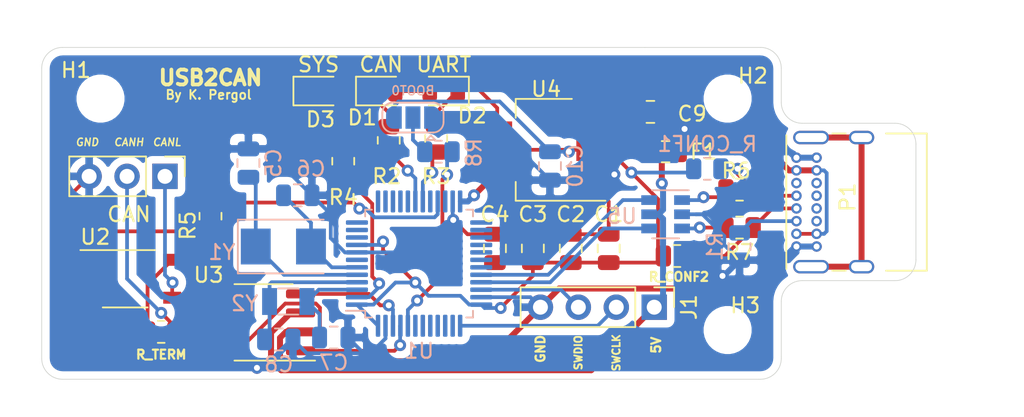
<source format=kicad_pcb>
(kicad_pcb (version 20171130) (host pcbnew "(5.1.10)-1")

  (general
    (thickness 1.6)
    (drawings 33)
    (tracks 300)
    (zones 0)
    (modules 39)
    (nets 34)
  )

  (page A4)
  (layers
    (0 F.Cu signal)
    (31 B.Cu signal)
    (32 B.Adhes user)
    (33 F.Adhes user)
    (34 B.Paste user)
    (35 F.Paste user)
    (36 B.SilkS user)
    (37 F.SilkS user)
    (38 B.Mask user)
    (39 F.Mask user)
    (40 Dwgs.User user)
    (41 Cmts.User user)
    (42 Eco1.User user)
    (43 Eco2.User user)
    (44 Edge.Cuts user)
    (45 Margin user)
    (46 B.CrtYd user)
    (47 F.CrtYd user)
    (48 B.Fab user hide)
    (49 F.Fab user hide)
  )

  (setup
    (last_trace_width 0.25)
    (user_trace_width 0.25)
    (user_trace_width 0.4)
    (trace_clearance 0.2)
    (zone_clearance 0.508)
    (zone_45_only no)
    (trace_min 0.2)
    (via_size 0.8)
    (via_drill 0.4)
    (via_min_size 0.4)
    (via_min_drill 0.3)
    (uvia_size 0.3)
    (uvia_drill 0.1)
    (uvias_allowed no)
    (uvia_min_size 0.2)
    (uvia_min_drill 0.1)
    (edge_width 0.05)
    (segment_width 0.2)
    (pcb_text_width 0.3)
    (pcb_text_size 1.5 1.5)
    (mod_edge_width 0.12)
    (mod_text_size 1 1)
    (mod_text_width 0.15)
    (pad_size 1.524 1.524)
    (pad_drill 0.762)
    (pad_to_mask_clearance 0)
    (aux_axis_origin 0 0)
    (visible_elements 7FFFFFFF)
    (pcbplotparams
      (layerselection 0x010fc_ffffffff)
      (usegerberextensions false)
      (usegerberattributes true)
      (usegerberadvancedattributes true)
      (creategerberjobfile true)
      (excludeedgelayer true)
      (linewidth 0.100000)
      (plotframeref false)
      (viasonmask false)
      (mode 1)
      (useauxorigin false)
      (hpglpennumber 1)
      (hpglpenspeed 20)
      (hpglpendiameter 15.000000)
      (psnegative false)
      (psa4output false)
      (plotreference true)
      (plotvalue true)
      (plotinvisibletext false)
      (padsonsilk false)
      (subtractmaskfromsilk false)
      (outputformat 1)
      (mirror false)
      (drillshape 1)
      (scaleselection 1)
      (outputdirectory ""))
  )

  (net 0 "")
  (net 1 GND)
  (net 2 +3V3)
  (net 3 OSC_IN)
  (net 4 OSC_OUT)
  (net 5 L_OSC_IN)
  (net 6 L_OSC_OUT)
  (net 7 +5V)
  (net 8 "Net-(D1-Pad1)")
  (net 9 "Net-(D2-Pad1)")
  (net 10 "Net-(D3-Pad1)")
  (net 11 CAN_LED)
  (net 12 UART_LED)
  (net 13 B_LED)
  (net 14 "Net-(R5-Pad2)")
  (net 15 TERMINATOR_SW)
  (net 16 "Net-(P1-PadA7)")
  (net 17 USB_D-)
  (net 18 USB_D+)
  (net 19 "Net-(P1-PadA6)")
  (net 20 BOOT0)
  (net 21 "Net-(R_Terminator1-Pad2)")
  (net 22 CAN_H)
  (net 23 CAN_TX)
  (net 24 CAN_RX)
  (net 25 CAN_L)
  (net 26 "Net-(F1-Pad1)")
  (net 27 "Net-(P1-PadA5)")
  (net 28 SWCLK)
  (net 29 SWDIO)
  (net 30 "Net-(P1-PadS1)")
  (net 31 USB_CONN_D-)
  (net 32 USB_CONN_D+)
  (net 33 "Net-(JP1-Pad2)")

  (net_class Default "This is the default net class."
    (clearance 0.2)
    (trace_width 0.25)
    (via_dia 0.8)
    (via_drill 0.4)
    (uvia_dia 0.3)
    (uvia_drill 0.1)
    (add_net +3V3)
    (add_net +5V)
    (add_net BOOT0)
    (add_net B_LED)
    (add_net CAN_H)
    (add_net CAN_L)
    (add_net CAN_LED)
    (add_net CAN_RX)
    (add_net CAN_TX)
    (add_net GND)
    (add_net L_OSC_IN)
    (add_net L_OSC_OUT)
    (add_net "Net-(D1-Pad1)")
    (add_net "Net-(D2-Pad1)")
    (add_net "Net-(D3-Pad1)")
    (add_net "Net-(F1-Pad1)")
    (add_net "Net-(JP1-Pad2)")
    (add_net "Net-(P1-PadA5)")
    (add_net "Net-(P1-PadA6)")
    (add_net "Net-(P1-PadA7)")
    (add_net "Net-(P1-PadS1)")
    (add_net "Net-(R5-Pad2)")
    (add_net "Net-(R_Terminator1-Pad2)")
    (add_net OSC_IN)
    (add_net OSC_OUT)
    (add_net SWCLK)
    (add_net SWDIO)
    (add_net TERMINATOR_SW)
    (add_net UART_LED)
    (add_net USB_CONN_D+)
    (add_net USB_CONN_D-)
    (add_net USB_D+)
    (add_net USB_D-)
  )

  (module Resistor_SMD:R_0805_2012Metric (layer B.Cu) (tedit 5F68FEEE) (tstamp 6343555B)
    (at 90.3205 50.8 180)
    (descr "Resistor SMD 0805 (2012 Metric), square (rectangular) end terminal, IPC_7351 nominal, (Body size source: IPC-SM-782 page 72, https://www.pcb-3d.com/wordpress/wp-content/uploads/ipc-sm-782a_amendment_1_and_2.pdf), generated with kicad-footprint-generator")
    (tags resistor)
    (path /6330E866)
    (attr smd)
    (fp_text reference R8 (at -2.373 -0.0635 90) (layer B.SilkS)
      (effects (font (size 1 1) (thickness 0.15)) (justify mirror))
    )
    (fp_text value 1k (at 0 -1.65) (layer B.Fab)
      (effects (font (size 1 1) (thickness 0.15)) (justify mirror))
    )
    (fp_line (start 1.68 -0.95) (end -1.68 -0.95) (layer B.CrtYd) (width 0.05))
    (fp_line (start 1.68 0.95) (end 1.68 -0.95) (layer B.CrtYd) (width 0.05))
    (fp_line (start -1.68 0.95) (end 1.68 0.95) (layer B.CrtYd) (width 0.05))
    (fp_line (start -1.68 -0.95) (end -1.68 0.95) (layer B.CrtYd) (width 0.05))
    (fp_line (start -0.227064 -0.735) (end 0.227064 -0.735) (layer B.SilkS) (width 0.12))
    (fp_line (start -0.227064 0.735) (end 0.227064 0.735) (layer B.SilkS) (width 0.12))
    (fp_line (start 1 -0.625) (end -1 -0.625) (layer B.Fab) (width 0.1))
    (fp_line (start 1 0.625) (end 1 -0.625) (layer B.Fab) (width 0.1))
    (fp_line (start -1 0.625) (end 1 0.625) (layer B.Fab) (width 0.1))
    (fp_line (start -1 -0.625) (end -1 0.625) (layer B.Fab) (width 0.1))
    (fp_text user %R (at 0 0) (layer B.Fab)
      (effects (font (size 0.5 0.5) (thickness 0.08)) (justify mirror))
    )
    (pad 2 smd roundrect (at 0.9125 0 180) (size 1.025 1.4) (layers B.Cu B.Paste B.Mask) (roundrect_rratio 0.243902)
      (net 33 "Net-(JP1-Pad2)"))
    (pad 1 smd roundrect (at -0.9125 0 180) (size 1.025 1.4) (layers B.Cu B.Paste B.Mask) (roundrect_rratio 0.243902)
      (net 20 BOOT0))
    (model ${KISYS3DMOD}/Resistor_SMD.3dshapes/R_0805_2012Metric.wrl
      (at (xyz 0 0 0))
      (scale (xyz 1 1 1))
      (rotate (xyz 0 0 0))
    )
  )

  (module Jumper:SolderJumper-3_P1.3mm_Open_RoundedPad1.0x1.5mm (layer B.Cu) (tedit 5B391EB7) (tstamp 6343541A)
    (at 88.616 48.514 180)
    (descr "SMD Solder 3-pad Jumper, 1x1.5mm rounded Pads, 0.3mm gap, open")
    (tags "solder jumper open")
    (path /635001D7)
    (attr virtual)
    (fp_text reference BOOT0 (at 0 1.8) (layer B.SilkS)
      (effects (font (size 0.6 0.6) (thickness 0.1)) (justify mirror))
    )
    (fp_text value SolderJumper_3_Open (at 0 -1.9) (layer B.Fab)
      (effects (font (size 1 1) (thickness 0.15)) (justify mirror))
    )
    (fp_line (start 2.3 -1.25) (end -2.3 -1.25) (layer B.CrtYd) (width 0.05))
    (fp_line (start 2.3 -1.25) (end 2.3 1.25) (layer B.CrtYd) (width 0.05))
    (fp_line (start -2.3 1.25) (end -2.3 -1.25) (layer B.CrtYd) (width 0.05))
    (fp_line (start -2.3 1.25) (end 2.3 1.25) (layer B.CrtYd) (width 0.05))
    (fp_line (start -1.4 1) (end 1.4 1) (layer B.SilkS) (width 0.12))
    (fp_line (start 2.05 0.3) (end 2.05 -0.3) (layer B.SilkS) (width 0.12))
    (fp_line (start 1.4 -1) (end -1.4 -1) (layer B.SilkS) (width 0.12))
    (fp_line (start -2.05 -0.3) (end -2.05 0.3) (layer B.SilkS) (width 0.12))
    (fp_line (start -1.2 -1.2) (end -1.5 -1.5) (layer B.SilkS) (width 0.12))
    (fp_line (start -1.5 -1.5) (end -0.9 -1.5) (layer B.SilkS) (width 0.12))
    (fp_line (start -1.2 -1.2) (end -0.9 -1.5) (layer B.SilkS) (width 0.12))
    (fp_arc (start -1.35 0.3) (end -1.35 1) (angle 90) (layer B.SilkS) (width 0.12))
    (fp_arc (start -1.35 -0.3) (end -2.05 -0.3) (angle 90) (layer B.SilkS) (width 0.12))
    (fp_arc (start 1.35 -0.3) (end 1.35 -1) (angle 90) (layer B.SilkS) (width 0.12))
    (fp_arc (start 1.35 0.3) (end 2.05 0.3) (angle 90) (layer B.SilkS) (width 0.12))
    (pad 2 smd rect (at 0 0 180) (size 1 1.5) (layers B.Cu B.Mask)
      (net 33 "Net-(JP1-Pad2)"))
    (pad 3 smd custom (at 1.3 0 180) (size 1 0.5) (layers B.Cu B.Mask)
      (net 2 +3V3) (zone_connect 2)
      (options (clearance outline) (anchor rect))
      (primitives
        (gr_circle (center 0 -0.25) (end 0.5 -0.25) (width 0))
        (gr_circle (center 0 0.25) (end 0.5 0.25) (width 0))
        (gr_poly (pts
           (xy -0.55 0.75) (xy 0 0.75) (xy 0 -0.75) (xy -0.55 -0.75)) (width 0))
      ))
    (pad 1 smd custom (at -1.3 0 180) (size 1 0.5) (layers B.Cu B.Mask)
      (net 1 GND) (zone_connect 2)
      (options (clearance outline) (anchor rect))
      (primitives
        (gr_circle (center 0 -0.25) (end 0.5 -0.25) (width 0))
        (gr_circle (center 0 0.25) (end 0.5 0.25) (width 0))
        (gr_poly (pts
           (xy 0.55 0.75) (xy 0 0.75) (xy 0 -0.75) (xy 0.55 -0.75)) (width 0))
      ))
  )

  (module MountingHole:MountingHole_2.2mm_M2 (layer F.Cu) (tedit 56D1B4CB) (tstamp 63432AED)
    (at 109.691 62.744)
    (descr "Mounting Hole 2.2mm, no annular, M2")
    (tags "mounting hole 2.2mm no annular m2")
    (path /634CAEE0)
    (attr virtual)
    (fp_text reference H3 (at 1.18 -1.649) (layer F.SilkS)
      (effects (font (size 1 1) (thickness 0.15)))
    )
    (fp_text value MountingHole (at 0 3.2) (layer F.Fab)
      (effects (font (size 1 1) (thickness 0.15)))
    )
    (fp_circle (center 0 0) (end 2.45 0) (layer F.CrtYd) (width 0.05))
    (fp_circle (center 0 0) (end 2.2 0) (layer Cmts.User) (width 0.15))
    (fp_text user %R (at 0.3 0) (layer F.Fab)
      (effects (font (size 1 1) (thickness 0.15)))
    )
    (pad 1 np_thru_hole circle (at 0 0) (size 2.2 2.2) (drill 2.2) (layers *.Cu *.Mask))
  )

  (module MountingHole:MountingHole_2.2mm_M2 (layer F.Cu) (tedit 56D1B4CB) (tstamp 63431C55)
    (at 109.691 47.244)
    (descr "Mounting Hole 2.2mm, no annular, M2")
    (tags "mounting hole 2.2mm no annular m2")
    (path /6349F0A8)
    (attr virtual)
    (fp_text reference H2 (at 1.688 -1.524) (layer F.SilkS)
      (effects (font (size 1 1) (thickness 0.15)))
    )
    (fp_text value MountingHole (at 0 3.2) (layer F.Fab)
      (effects (font (size 1 1) (thickness 0.15)))
    )
    (fp_circle (center 0 0) (end 2.45 0) (layer F.CrtYd) (width 0.05))
    (fp_circle (center 0 0) (end 2.2 0) (layer Cmts.User) (width 0.15))
    (fp_text user %R (at 0.3 0) (layer F.Fab)
      (effects (font (size 1 1) (thickness 0.15)))
    )
    (pad 1 np_thru_hole circle (at 0 0) (size 2.2 2.2) (drill 2.2) (layers *.Cu *.Mask))
  )

  (module MountingHole:MountingHole_2.2mm_M2 (layer F.Cu) (tedit 56D1B4CB) (tstamp 63431C4D)
    (at 67.691 47.244)
    (descr "Mounting Hole 2.2mm, no annular, M2")
    (tags "mounting hole 2.2mm no annular m2")
    (path /6349E742)
    (attr virtual)
    (fp_text reference H1 (at -1.651 -1.905) (layer F.SilkS)
      (effects (font (size 1 1) (thickness 0.15)))
    )
    (fp_text value MountingHole (at 0 3.2) (layer F.Fab)
      (effects (font (size 1 1) (thickness 0.15)))
    )
    (fp_circle (center 0 0) (end 2.45 0) (layer F.CrtYd) (width 0.05))
    (fp_circle (center 0 0) (end 2.2 0) (layer Cmts.User) (width 0.15))
    (fp_text user %R (at 0.3 0) (layer F.Fab)
      (effects (font (size 1 1) (thickness 0.15)))
    )
    (pad 1 np_thru_hole circle (at 0 0) (size 2.2 2.2) (drill 2.2) (layers *.Cu *.Mask))
  )

  (module Capacitor_SMD:C_0805_2012Metric (layer B.Cu) (tedit 5F68FEEE) (tstamp 6330BA7D)
    (at 80.899 53.721)
    (descr "Capacitor SMD 0805 (2012 Metric), square (rectangular) end terminal, IPC_7351 nominal, (Body size source: IPC-SM-782 page 76, https://www.pcb-3d.com/wordpress/wp-content/uploads/ipc-sm-782a_amendment_1_and_2.pdf, https://docs.google.com/spreadsheets/d/1BsfQQcO9C6DZCsRaXUlFlo91Tg2WpOkGARC1WS5S8t0/edit?usp=sharing), generated with kicad-footprint-generator")
    (tags capacitor)
    (path /6331CCAC)
    (attr smd)
    (fp_text reference C6 (at 0.889 -1.778) (layer B.SilkS)
      (effects (font (size 1 1) (thickness 0.15)) (justify mirror))
    )
    (fp_text value 22pF (at 0 -1.68) (layer B.Fab)
      (effects (font (size 1 1) (thickness 0.15)) (justify mirror))
    )
    (fp_line (start -1 -0.625) (end -1 0.625) (layer B.Fab) (width 0.1))
    (fp_line (start -1 0.625) (end 1 0.625) (layer B.Fab) (width 0.1))
    (fp_line (start 1 0.625) (end 1 -0.625) (layer B.Fab) (width 0.1))
    (fp_line (start 1 -0.625) (end -1 -0.625) (layer B.Fab) (width 0.1))
    (fp_line (start -0.261252 0.735) (end 0.261252 0.735) (layer B.SilkS) (width 0.12))
    (fp_line (start -0.261252 -0.735) (end 0.261252 -0.735) (layer B.SilkS) (width 0.12))
    (fp_line (start -1.7 -0.98) (end -1.7 0.98) (layer B.CrtYd) (width 0.05))
    (fp_line (start -1.7 0.98) (end 1.7 0.98) (layer B.CrtYd) (width 0.05))
    (fp_line (start 1.7 0.98) (end 1.7 -0.98) (layer B.CrtYd) (width 0.05))
    (fp_line (start 1.7 -0.98) (end -1.7 -0.98) (layer B.CrtYd) (width 0.05))
    (fp_text user %R (at 0 0) (layer B.Fab)
      (effects (font (size 0.5 0.5) (thickness 0.08)) (justify mirror))
    )
    (pad 2 smd roundrect (at 0.95 0) (size 1 1.45) (layers B.Cu B.Paste B.Mask) (roundrect_rratio 0.25)
      (net 1 GND))
    (pad 1 smd roundrect (at -0.95 0) (size 1 1.45) (layers B.Cu B.Paste B.Mask) (roundrect_rratio 0.25)
      (net 4 OSC_OUT))
    (model ${KISYS3DMOD}/Capacitor_SMD.3dshapes/C_0805_2012Metric.wrl
      (at (xyz 0 0 0))
      (scale (xyz 1 1 1))
      (rotate (xyz 0 0 0))
    )
  )

  (module Package_TO_SOT_SMD:SOT-23-6 (layer B.Cu) (tedit 5A02FF57) (tstamp 6338527E)
    (at 105.537 54.991 180)
    (descr "6-pin SOT-23 package")
    (tags SOT-23-6)
    (path /633857C9)
    (attr smd)
    (fp_text reference U5 (at 2.921 -0.127) (layer B.SilkS)
      (effects (font (size 1 1) (thickness 0.15)) (justify mirror))
    )
    (fp_text value USBLC6-2SC6 (at 0 -2.9) (layer B.Fab)
      (effects (font (size 1 1) (thickness 0.15)) (justify mirror))
    )
    (fp_line (start 0.9 1.55) (end 0.9 -1.55) (layer B.Fab) (width 0.1))
    (fp_line (start 0.9 -1.55) (end -0.9 -1.55) (layer B.Fab) (width 0.1))
    (fp_line (start -0.9 0.9) (end -0.9 -1.55) (layer B.Fab) (width 0.1))
    (fp_line (start 0.9 1.55) (end -0.25 1.55) (layer B.Fab) (width 0.1))
    (fp_line (start -0.9 0.9) (end -0.25 1.55) (layer B.Fab) (width 0.1))
    (fp_line (start -1.9 1.8) (end -1.9 -1.8) (layer B.CrtYd) (width 0.05))
    (fp_line (start -1.9 -1.8) (end 1.9 -1.8) (layer B.CrtYd) (width 0.05))
    (fp_line (start 1.9 -1.8) (end 1.9 1.8) (layer B.CrtYd) (width 0.05))
    (fp_line (start 1.9 1.8) (end -1.9 1.8) (layer B.CrtYd) (width 0.05))
    (fp_line (start 0.9 1.61) (end -1.55 1.61) (layer B.SilkS) (width 0.12))
    (fp_line (start -0.9 -1.61) (end 0.9 -1.61) (layer B.SilkS) (width 0.12))
    (fp_text user %R (at 0 1.27 -90) (layer B.Fab)
      (effects (font (size 0.5 0.5) (thickness 0.075)) (justify mirror))
    )
    (pad 5 smd rect (at 1.1 0 180) (size 1.06 0.65) (layers B.Cu B.Paste B.Mask)
      (net 7 +5V))
    (pad 6 smd rect (at 1.1 0.95 180) (size 1.06 0.65) (layers B.Cu B.Paste B.Mask)
      (net 17 USB_D-))
    (pad 4 smd rect (at 1.1 -0.95 180) (size 1.06 0.65) (layers B.Cu B.Paste B.Mask)
      (net 18 USB_D+))
    (pad 3 smd rect (at -1.1 -0.95 180) (size 1.06 0.65) (layers B.Cu B.Paste B.Mask)
      (net 32 USB_CONN_D+))
    (pad 2 smd rect (at -1.1 0 180) (size 1.06 0.65) (layers B.Cu B.Paste B.Mask)
      (net 1 GND))
    (pad 1 smd rect (at -1.1 0.95 180) (size 1.06 0.65) (layers B.Cu B.Paste B.Mask)
      (net 31 USB_CONN_D-))
    (model ${KISYS3DMOD}/Package_TO_SOT_SMD.3dshapes/SOT-23-6.wrl
      (at (xyz 0 0 0))
      (scale (xyz 1 1 1))
      (rotate (xyz 0 0 0))
    )
  )

  (module Crystal:Crystal_SMD_3215-2Pin_3.2x1.5mm (layer B.Cu) (tedit 5A0FD1B2) (tstamp 6330D2C7)
    (at 80.264 60.833)
    (descr "SMD Crystal FC-135 https://support.epson.biz/td/api/doc_check.php?dl=brief_FC-135R_en.pdf")
    (tags "SMD SMT Crystal")
    (path /6332A637)
    (attr smd)
    (fp_text reference Y2 (at -2.921 0.127) (layer B.SilkS)
      (effects (font (size 1 1) (thickness 0.15)) (justify mirror))
    )
    (fp_text value 32KHz (at 0 -2) (layer B.Fab)
      (effects (font (size 1 1) (thickness 0.15)) (justify mirror))
    )
    (fp_line (start -2 1.15) (end 2 1.15) (layer B.CrtYd) (width 0.05))
    (fp_line (start -1.6 0.75) (end -1.6 -0.75) (layer B.Fab) (width 0.1))
    (fp_line (start -0.675 -0.875) (end 0.675 -0.875) (layer B.SilkS) (width 0.12))
    (fp_line (start -0.675 0.875) (end 0.675 0.875) (layer B.SilkS) (width 0.12))
    (fp_line (start 1.6 0.75) (end 1.6 -0.75) (layer B.Fab) (width 0.1))
    (fp_line (start -1.6 0.75) (end 1.6 0.75) (layer B.Fab) (width 0.1))
    (fp_line (start -1.6 -0.75) (end 1.6 -0.75) (layer B.Fab) (width 0.1))
    (fp_line (start -2 -1.15) (end 2 -1.15) (layer B.CrtYd) (width 0.05))
    (fp_line (start -2 1.15) (end -2 -1.15) (layer B.CrtYd) (width 0.05))
    (fp_line (start 2 1.15) (end 2 -1.15) (layer B.CrtYd) (width 0.05))
    (fp_text user %R (at 0 2) (layer B.Fab)
      (effects (font (size 1 1) (thickness 0.15)) (justify mirror))
    )
    (pad 2 smd rect (at -1.25 0) (size 1 1.8) (layers B.Cu B.Paste B.Mask)
      (net 6 L_OSC_OUT))
    (pad 1 smd rect (at 1.25 0) (size 1 1.8) (layers B.Cu B.Paste B.Mask)
      (net 5 L_OSC_IN))
    (model ${KISYS3DMOD}/Crystal.3dshapes/Crystal_SMD_3215-2Pin_3.2x1.5mm.wrl
      (at (xyz 0 0 0))
      (scale (xyz 1 1 1))
      (rotate (xyz 0 0 0))
    )
  )

  (module Crystal:Crystal_SMD_5032-2Pin_5.0x3.2mm (layer B.Cu) (tedit 5A0FD1B2) (tstamp 6330D2B6)
    (at 79.938 57.15)
    (descr "SMD Crystal SERIES SMD2520/2 http://www.icbase.com/File/PDF/HKC/HKC00061008.pdf, 5.0x3.2mm^2 package")
    (tags "SMD SMT crystal")
    (path /63318E78)
    (attr smd)
    (fp_text reference Y1 (at -4.119 0.381) (layer B.SilkS)
      (effects (font (size 1 1) (thickness 0.15)) (justify mirror))
    )
    (fp_text value 16MHz (at 0 -2.8) (layer B.Fab)
      (effects (font (size 1 1) (thickness 0.15)) (justify mirror))
    )
    (fp_line (start -2.3 1.6) (end 2.3 1.6) (layer B.Fab) (width 0.1))
    (fp_line (start 2.3 1.6) (end 2.5 1.4) (layer B.Fab) (width 0.1))
    (fp_line (start 2.5 1.4) (end 2.5 -1.4) (layer B.Fab) (width 0.1))
    (fp_line (start 2.5 -1.4) (end 2.3 -1.6) (layer B.Fab) (width 0.1))
    (fp_line (start 2.3 -1.6) (end -2.3 -1.6) (layer B.Fab) (width 0.1))
    (fp_line (start -2.3 -1.6) (end -2.5 -1.4) (layer B.Fab) (width 0.1))
    (fp_line (start -2.5 -1.4) (end -2.5 1.4) (layer B.Fab) (width 0.1))
    (fp_line (start -2.5 1.4) (end -2.3 1.6) (layer B.Fab) (width 0.1))
    (fp_line (start -2.5 -0.6) (end -1.5 -1.6) (layer B.Fab) (width 0.1))
    (fp_line (start 2.7 1.8) (end -3.05 1.8) (layer B.SilkS) (width 0.12))
    (fp_line (start -3.05 1.8) (end -3.05 -1.8) (layer B.SilkS) (width 0.12))
    (fp_line (start -3.05 -1.8) (end 2.7 -1.8) (layer B.SilkS) (width 0.12))
    (fp_line (start -3.1 1.9) (end -3.1 -1.9) (layer B.CrtYd) (width 0.05))
    (fp_line (start -3.1 -1.9) (end 3.1 -1.9) (layer B.CrtYd) (width 0.05))
    (fp_line (start 3.1 -1.9) (end 3.1 1.9) (layer B.CrtYd) (width 0.05))
    (fp_line (start 3.1 1.9) (end -3.1 1.9) (layer B.CrtYd) (width 0.05))
    (fp_circle (center 0 0) (end 0.4 0) (layer B.Adhes) (width 0.1))
    (fp_circle (center 0 0) (end 0.333333 0) (layer B.Adhes) (width 0.133333))
    (fp_circle (center 0 0) (end 0.213333 0) (layer B.Adhes) (width 0.133333))
    (fp_circle (center 0 0) (end 0.093333 0) (layer B.Adhes) (width 0.186667))
    (fp_text user %R (at -4.119 0.254) (layer B.Fab)
      (effects (font (size 1 1) (thickness 0.15)) (justify mirror))
    )
    (pad 2 smd rect (at 1.85 0) (size 2 2.4) (layers B.Cu B.Paste B.Mask)
      (net 4 OSC_OUT))
    (pad 1 smd rect (at -1.85 0) (size 2 2.4) (layers B.Cu B.Paste B.Mask)
      (net 3 OSC_IN))
    (model ${KISYS3DMOD}/Crystal.3dshapes/Crystal_SMD_5032-2Pin_5.0x3.2mm.wrl
      (at (xyz 0 0 0))
      (scale (xyz 1 1 1))
      (rotate (xyz 0 0 0))
    )
  )

  (module Connector_PinHeader_2.54mm:PinHeader_1x03_P2.54mm_Vertical (layer F.Cu) (tedit 59FED5CC) (tstamp 6330CF8B)
    (at 72.009 52.451 270)
    (descr "Through hole straight pin header, 1x03, 2.54mm pitch, single row")
    (tags "Through hole pin header THT 1x03 2.54mm single row")
    (path /63366EE1)
    (fp_text reference CAN (at 2.54 2.413) (layer F.SilkS)
      (effects (font (size 1 1) (thickness 0.15)))
    )
    (fp_text value Conn_01x03_Male (at 0 7.41 270) (layer F.Fab)
      (effects (font (size 1 1) (thickness 0.15)))
    )
    (fp_line (start -0.635 -1.27) (end 1.27 -1.27) (layer F.Fab) (width 0.1))
    (fp_line (start 1.27 -1.27) (end 1.27 6.35) (layer F.Fab) (width 0.1))
    (fp_line (start 1.27 6.35) (end -1.27 6.35) (layer F.Fab) (width 0.1))
    (fp_line (start -1.27 6.35) (end -1.27 -0.635) (layer F.Fab) (width 0.1))
    (fp_line (start -1.27 -0.635) (end -0.635 -1.27) (layer F.Fab) (width 0.1))
    (fp_line (start -1.33 6.41) (end 1.33 6.41) (layer F.SilkS) (width 0.12))
    (fp_line (start -1.33 1.27) (end -1.33 6.41) (layer F.SilkS) (width 0.12))
    (fp_line (start 1.33 1.27) (end 1.33 6.41) (layer F.SilkS) (width 0.12))
    (fp_line (start -1.33 1.27) (end 1.33 1.27) (layer F.SilkS) (width 0.12))
    (fp_line (start -1.33 0) (end -1.33 -1.33) (layer F.SilkS) (width 0.12))
    (fp_line (start -1.33 -1.33) (end 0 -1.33) (layer F.SilkS) (width 0.12))
    (fp_line (start -1.8 -1.8) (end -1.8 6.85) (layer F.CrtYd) (width 0.05))
    (fp_line (start -1.8 6.85) (end 1.8 6.85) (layer F.CrtYd) (width 0.05))
    (fp_line (start 1.8 6.85) (end 1.8 -1.8) (layer F.CrtYd) (width 0.05))
    (fp_line (start 1.8 -1.8) (end -1.8 -1.8) (layer F.CrtYd) (width 0.05))
    (fp_text user %R (at -0.381 2.54 180) (layer F.Fab)
      (effects (font (size 1 1) (thickness 0.15)))
    )
    (pad 3 thru_hole oval (at 0 5.08 270) (size 1.7 1.7) (drill 1) (layers *.Cu *.Mask)
      (net 1 GND))
    (pad 2 thru_hole oval (at 0 2.54 270) (size 1.7 1.7) (drill 1) (layers *.Cu *.Mask)
      (net 22 CAN_H))
    (pad 1 thru_hole rect (at 0 0 270) (size 1.7 1.7) (drill 1) (layers *.Cu *.Mask)
      (net 25 CAN_L))
    (model ${KISYS3DMOD}/Connector_PinHeader_2.54mm.3dshapes/PinHeader_1x03_P2.54mm_Vertical.wrl
      (at (xyz 0 0 0))
      (scale (xyz 1 1 1))
      (rotate (xyz 0 0 0))
    )
  )

  (module Connector_USB:USB_C_Receptacle_GCT_USB4085 (layer F.Cu) (tedit 5BCCCD93) (tstamp 6330C55B)
    (at 114.3 57.15 90)
    (descr "USB 2.0 Type C Receptacle, https://gct.co/Files/Drawings/USB4085.pdf")
    (tags "USB Type-C Receptacle Through-hole Right angle")
    (path /632FB117)
    (fp_text reference P1 (at 3.302 3.429 90) (layer F.SilkS)
      (effects (font (size 1 1) (thickness 0.15)))
    )
    (fp_text value USB_C_Plug_USB2.0 (at 2.975 9.925 90) (layer F.Fab)
      (effects (font (size 1 1) (thickness 0.15)))
    )
    (fp_line (start -1.5 -0.56) (end 7.45 -0.56) (layer F.Fab) (width 0.1))
    (fp_line (start -1.5 8.61) (end 7.45 8.61) (layer F.Fab) (width 0.1))
    (fp_line (start -1.62 8.73) (end 7.57 8.73) (layer F.SilkS) (width 0.12))
    (fp_line (start -1.5 -0.68) (end 7.45 -0.68) (layer F.SilkS) (width 0.12))
    (fp_line (start -1.5 -0.56) (end -1.5 8.61) (layer F.Fab) (width 0.1))
    (fp_line (start 7.45 -0.56) (end 7.45 8.61) (layer F.Fab) (width 0.1))
    (fp_line (start 7.57 6) (end 7.57 8.73) (layer F.SilkS) (width 0.12))
    (fp_line (start -1.62 6) (end -1.62 8.73) (layer F.SilkS) (width 0.12))
    (fp_line (start 7.57 2.4) (end 7.57 3.3) (layer F.SilkS) (width 0.12))
    (fp_line (start -1.62 2.4) (end -1.62 3.3) (layer F.SilkS) (width 0.12))
    (fp_line (start -2.3 -1.06) (end -2.3 9.11) (layer F.CrtYd) (width 0.05))
    (fp_line (start -2.3 9.11) (end 8.25 9.11) (layer F.CrtYd) (width 0.05))
    (fp_line (start -2.3 -1.06) (end 8.25 -1.06) (layer F.CrtYd) (width 0.05))
    (fp_line (start 8.25 -1.06) (end 8.25 9.11) (layer F.CrtYd) (width 0.05))
    (fp_line (start -0.025 6.1) (end 5.975 6.1) (layer F.Fab) (width 0.1))
    (fp_text user %R (at 2.975 4.025 90) (layer F.Fab)
      (effects (font (size 1 1) (thickness 0.15)))
    )
    (fp_text user "PCB Edge" (at 2.975 6.1 90) (layer Dwgs.User)
      (effects (font (size 0.5 0.5) (thickness 0.1)))
    )
    (pad S1 thru_hole oval (at 7.3 4.36 90) (size 0.9 1.7) (drill oval 0.6 1.4) (layers *.Cu *.Mask)
      (net 30 "Net-(P1-PadS1)"))
    (pad S1 thru_hole oval (at -1.35 4.36 90) (size 0.9 1.7) (drill oval 0.6 1.4) (layers *.Cu *.Mask)
      (net 30 "Net-(P1-PadS1)"))
    (pad S1 thru_hole oval (at 7.3 0.98 90) (size 0.9 2.4) (drill oval 0.6 2.1) (layers *.Cu *.Mask)
      (net 30 "Net-(P1-PadS1)"))
    (pad S1 thru_hole oval (at -1.35 0.98 90) (size 0.9 2.4) (drill oval 0.6 2.1) (layers *.Cu *.Mask)
      (net 30 "Net-(P1-PadS1)"))
    (pad B6 thru_hole circle (at 3.4 1.35 90) (size 0.7 0.7) (drill 0.4) (layers *.Cu *.Mask))
    (pad B1 thru_hole circle (at 5.95 1.35 90) (size 0.7 0.7) (drill 0.4) (layers *.Cu *.Mask)
      (net 1 GND))
    (pad B4 thru_hole circle (at 5.1 1.35 90) (size 0.7 0.7) (drill 0.4) (layers *.Cu *.Mask)
      (net 26 "Net-(F1-Pad1)"))
    (pad B5 thru_hole circle (at 4.25 1.35 90) (size 0.7 0.7) (drill 0.4) (layers *.Cu *.Mask))
    (pad B12 thru_hole circle (at 0 1.35 90) (size 0.7 0.7) (drill 0.4) (layers *.Cu *.Mask)
      (net 1 GND))
    (pad B8 thru_hole circle (at 1.7 1.35 90) (size 0.7 0.7) (drill 0.4) (layers *.Cu *.Mask))
    (pad B7 thru_hole circle (at 2.55 1.35 90) (size 0.7 0.7) (drill 0.4) (layers *.Cu *.Mask))
    (pad B9 thru_hole circle (at 0.85 1.35 90) (size 0.7 0.7) (drill 0.4) (layers *.Cu *.Mask)
      (net 26 "Net-(F1-Pad1)"))
    (pad A12 thru_hole circle (at 5.95 0 90) (size 0.7 0.7) (drill 0.4) (layers *.Cu *.Mask)
      (net 1 GND))
    (pad A9 thru_hole circle (at 5.1 0 90) (size 0.7 0.7) (drill 0.4) (layers *.Cu *.Mask)
      (net 26 "Net-(F1-Pad1)"))
    (pad A8 thru_hole circle (at 4.25 0 90) (size 0.7 0.7) (drill 0.4) (layers *.Cu *.Mask))
    (pad A7 thru_hole circle (at 3.4 0 90) (size 0.7 0.7) (drill 0.4) (layers *.Cu *.Mask)
      (net 16 "Net-(P1-PadA7)"))
    (pad A6 thru_hole circle (at 2.55 0 90) (size 0.7 0.7) (drill 0.4) (layers *.Cu *.Mask)
      (net 19 "Net-(P1-PadA6)"))
    (pad A5 thru_hole circle (at 1.7 0 90) (size 0.7 0.7) (drill 0.4) (layers *.Cu *.Mask)
      (net 27 "Net-(P1-PadA5)"))
    (pad A4 thru_hole circle (at 0.85 0 90) (size 0.7 0.7) (drill 0.4) (layers *.Cu *.Mask)
      (net 26 "Net-(F1-Pad1)"))
    (pad A1 thru_hole circle (at 0 0 90) (size 0.7 0.7) (drill 0.4) (layers *.Cu *.Mask)
      (net 1 GND))
    (model ${KISYS3DMOD}/Connector_USB.3dshapes/USB_C_Receptacle_GCT_USB4085.wrl
      (offset (xyz 0 0 3))
      (scale (xyz 1 1 1))
      (rotate (xyz 0 0 0))
    )
    (model C:/Users/Karol/Downloads/USB4085-GF-A--3DModel-STEP-1.STEP
      (offset (xyz 15 -4 2))
      (scale (xyz 1 1 1))
      (rotate (xyz -90 0 0))
    )
  )

  (module Connector_PinHeader_2.54mm:PinHeader_1x04_P2.54mm_Vertical (layer F.Cu) (tedit 59FED5CC) (tstamp 6330C532)
    (at 104.775 61.214 270)
    (descr "Through hole straight pin header, 1x04, 2.54mm pitch, single row")
    (tags "Through hole pin header THT 1x04 2.54mm single row")
    (path /6330FED6)
    (fp_text reference J1 (at 0 -2.33 90) (layer F.SilkS)
      (effects (font (size 1 1) (thickness 0.15)))
    )
    (fp_text value STLINK (at 0 9.95 90) (layer F.Fab)
      (effects (font (size 1 1) (thickness 0.15)))
    )
    (fp_line (start -0.635 -1.27) (end 1.27 -1.27) (layer F.Fab) (width 0.1))
    (fp_line (start 1.27 -1.27) (end 1.27 8.89) (layer F.Fab) (width 0.1))
    (fp_line (start 1.27 8.89) (end -1.27 8.89) (layer F.Fab) (width 0.1))
    (fp_line (start -1.27 8.89) (end -1.27 -0.635) (layer F.Fab) (width 0.1))
    (fp_line (start -1.27 -0.635) (end -0.635 -1.27) (layer F.Fab) (width 0.1))
    (fp_line (start -1.33 8.95) (end 1.33 8.95) (layer F.SilkS) (width 0.12))
    (fp_line (start -1.33 1.27) (end -1.33 8.95) (layer F.SilkS) (width 0.12))
    (fp_line (start 1.33 1.27) (end 1.33 8.95) (layer F.SilkS) (width 0.12))
    (fp_line (start -1.33 1.27) (end 1.33 1.27) (layer F.SilkS) (width 0.12))
    (fp_line (start -1.33 0) (end -1.33 -1.33) (layer F.SilkS) (width 0.12))
    (fp_line (start -1.33 -1.33) (end 0 -1.33) (layer F.SilkS) (width 0.12))
    (fp_line (start -1.8 -1.8) (end -1.8 9.4) (layer F.CrtYd) (width 0.05))
    (fp_line (start -1.8 9.4) (end 1.8 9.4) (layer F.CrtYd) (width 0.05))
    (fp_line (start 1.8 9.4) (end 1.8 -1.8) (layer F.CrtYd) (width 0.05))
    (fp_line (start 1.8 -1.8) (end -1.8 -1.8) (layer F.CrtYd) (width 0.05))
    (fp_text user %R (at 1.016 4.191 180) (layer B.Fab)
      (effects (font (size 1 1) (thickness 0.15)) (justify mirror))
    )
    (pad 4 thru_hole oval (at 0 7.62 270) (size 1.7 1.7) (drill 1) (layers *.Cu *.Mask)
      (net 1 GND))
    (pad 3 thru_hole oval (at 0 5.08 270) (size 1.7 1.7) (drill 1) (layers *.Cu *.Mask)
      (net 29 SWDIO))
    (pad 2 thru_hole oval (at 0 2.54 270) (size 1.7 1.7) (drill 1) (layers *.Cu *.Mask)
      (net 28 SWCLK))
    (pad 1 thru_hole rect (at 0 0 270) (size 1.7 1.7) (drill 1) (layers *.Cu *.Mask)
      (net 7 +5V))
    (model ${KISYS3DMOD}/Connector_PinHeader_2.54mm.3dshapes/PinHeader_1x04_P2.54mm_Vertical.wrl
      (at (xyz 0 0 0))
      (scale (xyz 1 1 1))
      (rotate (xyz 0 0 0))
    )
  )

  (module Package_TO_SOT_SMD:SOT-223-3_TabPin2 (layer F.Cu) (tedit 5A02FF57) (tstamp 6330BC65)
    (at 97.409 50.673 180)
    (descr "module CMS SOT223 4 pins")
    (tags "CMS SOT")
    (path /6335F99C)
    (attr smd)
    (fp_text reference U4 (at -0.127 4.064) (layer F.SilkS)
      (effects (font (size 1 1) (thickness 0.15)))
    )
    (fp_text value LM1117-3.3 (at 0 5.08) (layer F.Fab)
      (effects (font (size 1 1) (thickness 0.15)))
    )
    (fp_line (start 1.91 3.41) (end 1.91 2.15) (layer F.SilkS) (width 0.12))
    (fp_line (start 1.91 -3.41) (end 1.91 -2.15) (layer F.SilkS) (width 0.12))
    (fp_line (start 4.4 -3.6) (end -4.4 -3.6) (layer F.CrtYd) (width 0.05))
    (fp_line (start 4.4 3.6) (end 4.4 -3.6) (layer F.CrtYd) (width 0.05))
    (fp_line (start -4.4 3.6) (end 4.4 3.6) (layer F.CrtYd) (width 0.05))
    (fp_line (start -4.4 -3.6) (end -4.4 3.6) (layer F.CrtYd) (width 0.05))
    (fp_line (start -1.85 -2.35) (end -0.85 -3.35) (layer F.Fab) (width 0.1))
    (fp_line (start -1.85 -2.35) (end -1.85 3.35) (layer F.Fab) (width 0.1))
    (fp_line (start -1.85 3.41) (end 1.91 3.41) (layer F.SilkS) (width 0.12))
    (fp_line (start -0.85 -3.35) (end 1.85 -3.35) (layer F.Fab) (width 0.1))
    (fp_line (start -4.1 -3.41) (end 1.91 -3.41) (layer F.SilkS) (width 0.12))
    (fp_line (start -1.85 3.35) (end 1.85 3.35) (layer F.Fab) (width 0.1))
    (fp_line (start 1.85 -3.35) (end 1.85 3.35) (layer F.Fab) (width 0.1))
    (fp_text user %R (at 0 0 90) (layer F.Fab)
      (effects (font (size 0.8 0.8) (thickness 0.12)))
    )
    (pad 1 smd rect (at -3.15 -2.3 180) (size 2 1.5) (layers F.Cu F.Paste F.Mask)
      (net 1 GND))
    (pad 3 smd rect (at -3.15 2.3 180) (size 2 1.5) (layers F.Cu F.Paste F.Mask)
      (net 7 +5V))
    (pad 2 smd rect (at -3.15 0 180) (size 2 1.5) (layers F.Cu F.Paste F.Mask)
      (net 2 +3V3))
    (pad 2 smd rect (at 3.15 0 180) (size 2 3.8) (layers F.Cu F.Paste F.Mask)
      (net 2 +3V3))
    (model ${KISYS3DMOD}/Package_TO_SOT_SMD.3dshapes/SOT-223.wrl
      (at (xyz 0 0 0))
      (scale (xyz 1 1 1))
      (rotate (xyz 0 0 0))
    )
  )

  (module Package_SO:SOIC-8_3.9x4.9mm_P1.27mm (layer F.Cu) (tedit 5D9F72B1) (tstamp 6330BC4F)
    (at 78.613 62.23 180)
    (descr "SOIC, 8 Pin (JEDEC MS-012AA, https://www.analog.com/media/en/package-pcb-resources/package/pkg_pdf/soic_narrow-r/r_8.pdf), generated with kicad-footprint-generator ipc_gullwing_generator.py")
    (tags "SOIC SO")
    (path /6331866D)
    (attr smd)
    (fp_text reference U3 (at 3.683 3.175) (layer F.SilkS)
      (effects (font (size 1 1) (thickness 0.15)))
    )
    (fp_text value MCP2561-E-SN (at 0 3.4) (layer F.Fab)
      (effects (font (size 1 1) (thickness 0.15)))
    )
    (fp_line (start 0 2.56) (end 1.95 2.56) (layer F.SilkS) (width 0.12))
    (fp_line (start 0 2.56) (end -1.95 2.56) (layer F.SilkS) (width 0.12))
    (fp_line (start 0 -2.56) (end 1.95 -2.56) (layer F.SilkS) (width 0.12))
    (fp_line (start 0 -2.56) (end -3.45 -2.56) (layer F.SilkS) (width 0.12))
    (fp_line (start -0.975 -2.45) (end 1.95 -2.45) (layer F.Fab) (width 0.1))
    (fp_line (start 1.95 -2.45) (end 1.95 2.45) (layer F.Fab) (width 0.1))
    (fp_line (start 1.95 2.45) (end -1.95 2.45) (layer F.Fab) (width 0.1))
    (fp_line (start -1.95 2.45) (end -1.95 -1.475) (layer F.Fab) (width 0.1))
    (fp_line (start -1.95 -1.475) (end -0.975 -2.45) (layer F.Fab) (width 0.1))
    (fp_line (start -3.7 -2.7) (end -3.7 2.7) (layer F.CrtYd) (width 0.05))
    (fp_line (start -3.7 2.7) (end 3.7 2.7) (layer F.CrtYd) (width 0.05))
    (fp_line (start 3.7 2.7) (end 3.7 -2.7) (layer F.CrtYd) (width 0.05))
    (fp_line (start 3.7 -2.7) (end -3.7 -2.7) (layer F.CrtYd) (width 0.05))
    (fp_text user %R (at 0 0) (layer F.Fab)
      (effects (font (size 0.98 0.98) (thickness 0.15)))
    )
    (pad 8 smd roundrect (at 2.475 -1.905 180) (size 1.95 0.6) (layers F.Cu F.Paste F.Mask) (roundrect_rratio 0.25)
      (net 1 GND))
    (pad 7 smd roundrect (at 2.475 -0.635 180) (size 1.95 0.6) (layers F.Cu F.Paste F.Mask) (roundrect_rratio 0.25)
      (net 22 CAN_H))
    (pad 6 smd roundrect (at 2.475 0.635 180) (size 1.95 0.6) (layers F.Cu F.Paste F.Mask) (roundrect_rratio 0.25)
      (net 25 CAN_L))
    (pad 5 smd roundrect (at 2.475 1.905 180) (size 1.95 0.6) (layers F.Cu F.Paste F.Mask) (roundrect_rratio 0.25))
    (pad 4 smd roundrect (at -2.475 1.905 180) (size 1.95 0.6) (layers F.Cu F.Paste F.Mask) (roundrect_rratio 0.25)
      (net 23 CAN_TX))
    (pad 3 smd roundrect (at -2.475 0.635 180) (size 1.95 0.6) (layers F.Cu F.Paste F.Mask) (roundrect_rratio 0.25)
      (net 7 +5V))
    (pad 2 smd roundrect (at -2.475 -0.635 180) (size 1.95 0.6) (layers F.Cu F.Paste F.Mask) (roundrect_rratio 0.25)
      (net 1 GND))
    (pad 1 smd roundrect (at -2.475 -1.905 180) (size 1.95 0.6) (layers F.Cu F.Paste F.Mask) (roundrect_rratio 0.25)
      (net 24 CAN_RX))
    (model ${KISYS3DMOD}/Package_SO.3dshapes/SOIC-8_3.9x4.9mm_P1.27mm.wrl
      (at (xyz 0 0 0))
      (scale (xyz 1 1 1))
      (rotate (xyz 0 0 0))
    )
  )

  (module Package_SO:MFSOP6-4_4.4x3.6mm_P1.27mm (layer F.Cu) (tedit 5A02F25C) (tstamp 6330BC35)
    (at 69.342 59.309)
    (descr https://toshiba.semicon-storage.com/ap-en/design-support/package/detail.4pin%20MFSOP6.html)
    (tags "MFSOP 4 pin SMD")
    (path /63323CF4)
    (attr smd)
    (fp_text reference U2 (at -2 -2.8) (layer F.SilkS)
      (effects (font (size 1 1) (thickness 0.15)))
    )
    (fp_text value TLP175A (at 0 2.921) (layer F.Fab)
      (effects (font (size 1 1) (thickness 0.15)))
    )
    (fp_line (start 1.5 1.92) (end -1.5 1.92) (layer F.SilkS) (width 0.12))
    (fp_line (start -3 -1.92) (end 2 -1.92) (layer F.SilkS) (width 0.12))
    (fp_line (start -2.2 1.8) (end 2.2 1.8) (layer F.Fab) (width 0.12))
    (fp_line (start 2.2 1.8) (end 2.2 -1.8) (layer F.Fab) (width 0.12))
    (fp_line (start 2.2 -1.8) (end -1.2 -1.8) (layer F.Fab) (width 0.12))
    (fp_line (start -1.2 -1.8) (end -2.2 -0.8) (layer F.Fab) (width 0.12))
    (fp_line (start -2.2 -0.8) (end -2.2 1.8) (layer F.Fab) (width 0.12))
    (fp_line (start -4 -2.05) (end 4 -2.05) (layer F.CrtYd) (width 0.05))
    (fp_line (start -4 -2.05) (end -4 2.05) (layer F.CrtYd) (width 0.05))
    (fp_line (start 4 2.05) (end 4 -2.05) (layer F.CrtYd) (width 0.05))
    (fp_line (start 4 2.05) (end -4 2.05) (layer F.CrtYd) (width 0.05))
    (fp_text user %R (at 0 0) (layer F.Fab)
      (effects (font (size 0.75 0.75) (thickness 0.15)))
    )
    (pad 1 smd rect (at -3.15 -1.27) (size 1.2 0.8) (layers F.Cu F.Paste F.Mask)
      (net 14 "Net-(R5-Pad2)"))
    (pad 4 smd rect (at 3.15 1.27) (size 1.2 0.8) (layers F.Cu F.Paste F.Mask)
      (net 25 CAN_L))
    (pad 3 smd rect (at -3.15 1.27) (size 1.2 0.8) (layers F.Cu F.Paste F.Mask)
      (net 1 GND))
    (pad 6 smd rect (at 3.15 -1.27) (size 1.2 0.8) (layers F.Cu F.Paste F.Mask)
      (net 21 "Net-(R_Terminator1-Pad2)"))
    (model ${KISYS3DMOD}/Package_SO.3dshapes/MFSOP6-4_4.4x3.6mm_P1.27mm.wrl
      (at (xyz 0 0 0))
      (scale (xyz 1 1 1))
      (rotate (xyz 0 0 0))
    )
  )

  (module Package_QFP:LQFP-48_7x7mm_P0.5mm (layer B.Cu) (tedit 5D9F72AF) (tstamp 6330BC21)
    (at 89.027 58.293)
    (descr "LQFP, 48 Pin (https://www.analog.com/media/en/technical-documentation/data-sheets/ltc2358-16.pdf), generated with kicad-footprint-generator ipc_gullwing_generator.py")
    (tags "LQFP QFP")
    (path /632F6371)
    (attr smd)
    (fp_text reference U1 (at 0 5.85) (layer B.SilkS)
      (effects (font (size 1 1) (thickness 0.15)) (justify mirror))
    )
    (fp_text value STM32F103C6Tx (at 0 -5.85) (layer B.Fab)
      (effects (font (size 1 1) (thickness 0.15)) (justify mirror))
    )
    (fp_line (start 3.16 -3.61) (end 3.61 -3.61) (layer B.SilkS) (width 0.12))
    (fp_line (start 3.61 -3.61) (end 3.61 -3.16) (layer B.SilkS) (width 0.12))
    (fp_line (start -3.16 -3.61) (end -3.61 -3.61) (layer B.SilkS) (width 0.12))
    (fp_line (start -3.61 -3.61) (end -3.61 -3.16) (layer B.SilkS) (width 0.12))
    (fp_line (start 3.16 3.61) (end 3.61 3.61) (layer B.SilkS) (width 0.12))
    (fp_line (start 3.61 3.61) (end 3.61 3.16) (layer B.SilkS) (width 0.12))
    (fp_line (start -3.16 3.61) (end -3.61 3.61) (layer B.SilkS) (width 0.12))
    (fp_line (start -3.61 3.61) (end -3.61 3.16) (layer B.SilkS) (width 0.12))
    (fp_line (start -3.61 3.16) (end -4.9 3.16) (layer B.SilkS) (width 0.12))
    (fp_line (start -2.5 3.5) (end 3.5 3.5) (layer B.Fab) (width 0.1))
    (fp_line (start 3.5 3.5) (end 3.5 -3.5) (layer B.Fab) (width 0.1))
    (fp_line (start 3.5 -3.5) (end -3.5 -3.5) (layer B.Fab) (width 0.1))
    (fp_line (start -3.5 -3.5) (end -3.5 2.5) (layer B.Fab) (width 0.1))
    (fp_line (start -3.5 2.5) (end -2.5 3.5) (layer B.Fab) (width 0.1))
    (fp_line (start 0 5.15) (end -3.15 5.15) (layer B.CrtYd) (width 0.05))
    (fp_line (start -3.15 5.15) (end -3.15 3.75) (layer B.CrtYd) (width 0.05))
    (fp_line (start -3.15 3.75) (end -3.75 3.75) (layer B.CrtYd) (width 0.05))
    (fp_line (start -3.75 3.75) (end -3.75 3.15) (layer B.CrtYd) (width 0.05))
    (fp_line (start -3.75 3.15) (end -5.15 3.15) (layer B.CrtYd) (width 0.05))
    (fp_line (start -5.15 3.15) (end -5.15 0) (layer B.CrtYd) (width 0.05))
    (fp_line (start 0 5.15) (end 3.15 5.15) (layer B.CrtYd) (width 0.05))
    (fp_line (start 3.15 5.15) (end 3.15 3.75) (layer B.CrtYd) (width 0.05))
    (fp_line (start 3.15 3.75) (end 3.75 3.75) (layer B.CrtYd) (width 0.05))
    (fp_line (start 3.75 3.75) (end 3.75 3.15) (layer B.CrtYd) (width 0.05))
    (fp_line (start 3.75 3.15) (end 5.15 3.15) (layer B.CrtYd) (width 0.05))
    (fp_line (start 5.15 3.15) (end 5.15 0) (layer B.CrtYd) (width 0.05))
    (fp_line (start 0 -5.15) (end -3.15 -5.15) (layer B.CrtYd) (width 0.05))
    (fp_line (start -3.15 -5.15) (end -3.15 -3.75) (layer B.CrtYd) (width 0.05))
    (fp_line (start -3.15 -3.75) (end -3.75 -3.75) (layer B.CrtYd) (width 0.05))
    (fp_line (start -3.75 -3.75) (end -3.75 -3.15) (layer B.CrtYd) (width 0.05))
    (fp_line (start -3.75 -3.15) (end -5.15 -3.15) (layer B.CrtYd) (width 0.05))
    (fp_line (start -5.15 -3.15) (end -5.15 0) (layer B.CrtYd) (width 0.05))
    (fp_line (start 0 -5.15) (end 3.15 -5.15) (layer B.CrtYd) (width 0.05))
    (fp_line (start 3.15 -5.15) (end 3.15 -3.75) (layer B.CrtYd) (width 0.05))
    (fp_line (start 3.15 -3.75) (end 3.75 -3.75) (layer B.CrtYd) (width 0.05))
    (fp_line (start 3.75 -3.75) (end 3.75 -3.15) (layer B.CrtYd) (width 0.05))
    (fp_line (start 3.75 -3.15) (end 5.15 -3.15) (layer B.CrtYd) (width 0.05))
    (fp_line (start 5.15 -3.15) (end 5.15 0) (layer B.CrtYd) (width 0.05))
    (fp_text user %R (at 1.524 0.635) (layer B.Fab)
      (effects (font (size 1 1) (thickness 0.15)) (justify mirror))
    )
    (pad 48 smd roundrect (at -2.75 4.1625) (size 0.3 1.475) (layers B.Cu B.Paste B.Mask) (roundrect_rratio 0.25)
      (net 2 +3V3))
    (pad 47 smd roundrect (at -2.25 4.1625) (size 0.3 1.475) (layers B.Cu B.Paste B.Mask) (roundrect_rratio 0.25)
      (net 1 GND))
    (pad 46 smd roundrect (at -1.75 4.1625) (size 0.3 1.475) (layers B.Cu B.Paste B.Mask) (roundrect_rratio 0.25)
      (net 23 CAN_TX))
    (pad 45 smd roundrect (at -1.25 4.1625) (size 0.3 1.475) (layers B.Cu B.Paste B.Mask) (roundrect_rratio 0.25)
      (net 24 CAN_RX))
    (pad 44 smd roundrect (at -0.75 4.1625) (size 0.3 1.475) (layers B.Cu B.Paste B.Mask) (roundrect_rratio 0.25)
      (net 20 BOOT0))
    (pad 43 smd roundrect (at -0.25 4.1625) (size 0.3 1.475) (layers B.Cu B.Paste B.Mask) (roundrect_rratio 0.25))
    (pad 42 smd roundrect (at 0.25 4.1625) (size 0.3 1.475) (layers B.Cu B.Paste B.Mask) (roundrect_rratio 0.25))
    (pad 41 smd roundrect (at 0.75 4.1625) (size 0.3 1.475) (layers B.Cu B.Paste B.Mask) (roundrect_rratio 0.25))
    (pad 40 smd roundrect (at 1.25 4.1625) (size 0.3 1.475) (layers B.Cu B.Paste B.Mask) (roundrect_rratio 0.25))
    (pad 39 smd roundrect (at 1.75 4.1625) (size 0.3 1.475) (layers B.Cu B.Paste B.Mask) (roundrect_rratio 0.25))
    (pad 38 smd roundrect (at 2.25 4.1625) (size 0.3 1.475) (layers B.Cu B.Paste B.Mask) (roundrect_rratio 0.25))
    (pad 37 smd roundrect (at 2.75 4.1625) (size 0.3 1.475) (layers B.Cu B.Paste B.Mask) (roundrect_rratio 0.25)
      (net 28 SWCLK))
    (pad 36 smd roundrect (at 4.1625 2.75) (size 1.475 0.3) (layers B.Cu B.Paste B.Mask) (roundrect_rratio 0.25)
      (net 2 +3V3))
    (pad 35 smd roundrect (at 4.1625 2.25) (size 1.475 0.3) (layers B.Cu B.Paste B.Mask) (roundrect_rratio 0.25)
      (net 1 GND))
    (pad 34 smd roundrect (at 4.1625 1.75) (size 1.475 0.3) (layers B.Cu B.Paste B.Mask) (roundrect_rratio 0.25)
      (net 29 SWDIO))
    (pad 33 smd roundrect (at 4.1625 1.25) (size 1.475 0.3) (layers B.Cu B.Paste B.Mask) (roundrect_rratio 0.25)
      (net 18 USB_D+))
    (pad 32 smd roundrect (at 4.1625 0.75) (size 1.475 0.3) (layers B.Cu B.Paste B.Mask) (roundrect_rratio 0.25)
      (net 17 USB_D-))
    (pad 31 smd roundrect (at 4.1625 0.25) (size 1.475 0.3) (layers B.Cu B.Paste B.Mask) (roundrect_rratio 0.25))
    (pad 30 smd roundrect (at 4.1625 -0.25) (size 1.475 0.3) (layers B.Cu B.Paste B.Mask) (roundrect_rratio 0.25))
    (pad 29 smd roundrect (at 4.1625 -0.75) (size 1.475 0.3) (layers B.Cu B.Paste B.Mask) (roundrect_rratio 0.25))
    (pad 28 smd roundrect (at 4.1625 -1.25) (size 1.475 0.3) (layers B.Cu B.Paste B.Mask) (roundrect_rratio 0.25))
    (pad 27 smd roundrect (at 4.1625 -1.75) (size 1.475 0.3) (layers B.Cu B.Paste B.Mask) (roundrect_rratio 0.25))
    (pad 26 smd roundrect (at 4.1625 -2.25) (size 1.475 0.3) (layers B.Cu B.Paste B.Mask) (roundrect_rratio 0.25))
    (pad 25 smd roundrect (at 4.1625 -2.75) (size 1.475 0.3) (layers B.Cu B.Paste B.Mask) (roundrect_rratio 0.25))
    (pad 24 smd roundrect (at 2.75 -4.1625) (size 0.3 1.475) (layers B.Cu B.Paste B.Mask) (roundrect_rratio 0.25)
      (net 2 +3V3))
    (pad 23 smd roundrect (at 2.25 -4.1625) (size 0.3 1.475) (layers B.Cu B.Paste B.Mask) (roundrect_rratio 0.25)
      (net 1 GND))
    (pad 22 smd roundrect (at 1.75 -4.1625) (size 0.3 1.475) (layers B.Cu B.Paste B.Mask) (roundrect_rratio 0.25))
    (pad 21 smd roundrect (at 1.25 -4.1625) (size 0.3 1.475) (layers B.Cu B.Paste B.Mask) (roundrect_rratio 0.25)
      (net 15 TERMINATOR_SW))
    (pad 20 smd roundrect (at 0.75 -4.1625) (size 0.3 1.475) (layers B.Cu B.Paste B.Mask) (roundrect_rratio 0.25))
    (pad 19 smd roundrect (at 0.25 -4.1625) (size 0.3 1.475) (layers B.Cu B.Paste B.Mask) (roundrect_rratio 0.25)
      (net 12 UART_LED))
    (pad 18 smd roundrect (at -0.25 -4.1625) (size 0.3 1.475) (layers B.Cu B.Paste B.Mask) (roundrect_rratio 0.25)
      (net 11 CAN_LED))
    (pad 17 smd roundrect (at -0.75 -4.1625) (size 0.3 1.475) (layers B.Cu B.Paste B.Mask) (roundrect_rratio 0.25))
    (pad 16 smd roundrect (at -1.25 -4.1625) (size 0.3 1.475) (layers B.Cu B.Paste B.Mask) (roundrect_rratio 0.25))
    (pad 15 smd roundrect (at -1.75 -4.1625) (size 0.3 1.475) (layers B.Cu B.Paste B.Mask) (roundrect_rratio 0.25))
    (pad 14 smd roundrect (at -2.25 -4.1625) (size 0.3 1.475) (layers B.Cu B.Paste B.Mask) (roundrect_rratio 0.25))
    (pad 13 smd roundrect (at -2.75 -4.1625) (size 0.3 1.475) (layers B.Cu B.Paste B.Mask) (roundrect_rratio 0.25))
    (pad 12 smd roundrect (at -4.1625 -2.75) (size 1.475 0.3) (layers B.Cu B.Paste B.Mask) (roundrect_rratio 0.25))
    (pad 11 smd roundrect (at -4.1625 -2.25) (size 1.475 0.3) (layers B.Cu B.Paste B.Mask) (roundrect_rratio 0.25))
    (pad 10 smd roundrect (at -4.1625 -1.75) (size 1.475 0.3) (layers B.Cu B.Paste B.Mask) (roundrect_rratio 0.25))
    (pad 9 smd roundrect (at -4.1625 -1.25) (size 1.475 0.3) (layers B.Cu B.Paste B.Mask) (roundrect_rratio 0.25)
      (net 2 +3V3))
    (pad 8 smd roundrect (at -4.1625 -0.75) (size 1.475 0.3) (layers B.Cu B.Paste B.Mask) (roundrect_rratio 0.25)
      (net 1 GND))
    (pad 7 smd roundrect (at -4.1625 -0.25) (size 1.475 0.3) (layers B.Cu B.Paste B.Mask) (roundrect_rratio 0.25))
    (pad 6 smd roundrect (at -4.1625 0.25) (size 1.475 0.3) (layers B.Cu B.Paste B.Mask) (roundrect_rratio 0.25)
      (net 4 OSC_OUT))
    (pad 5 smd roundrect (at -4.1625 0.75) (size 1.475 0.3) (layers B.Cu B.Paste B.Mask) (roundrect_rratio 0.25)
      (net 3 OSC_IN))
    (pad 4 smd roundrect (at -4.1625 1.25) (size 1.475 0.3) (layers B.Cu B.Paste B.Mask) (roundrect_rratio 0.25)
      (net 6 L_OSC_OUT))
    (pad 3 smd roundrect (at -4.1625 1.75) (size 1.475 0.3) (layers B.Cu B.Paste B.Mask) (roundrect_rratio 0.25)
      (net 5 L_OSC_IN))
    (pad 2 smd roundrect (at -4.1625 2.25) (size 1.475 0.3) (layers B.Cu B.Paste B.Mask) (roundrect_rratio 0.25)
      (net 13 B_LED))
    (pad 1 smd roundrect (at -4.1625 2.75) (size 1.475 0.3) (layers B.Cu B.Paste B.Mask) (roundrect_rratio 0.25)
      (net 2 +3V3))
    (model ${KISYS3DMOD}/Package_QFP.3dshapes/LQFP-48_7x7mm_P0.5mm.wrl
      (at (xyz 0 0 0))
      (scale (xyz 1 1 1))
      (rotate (xyz 0 0 0))
    )
  )

  (module Resistor_SMD:R_0805_2012Metric (layer F.Cu) (tedit 5F68FEEE) (tstamp 6330BBC6)
    (at 71.755 62.865 180)
    (descr "Resistor SMD 0805 (2012 Metric), square (rectangular) end terminal, IPC_7351 nominal, (Body size source: IPC-SM-782 page 72, https://www.pcb-3d.com/wordpress/wp-content/uploads/ipc-sm-782a_amendment_1_and_2.pdf), generated with kicad-footprint-generator")
    (tags resistor)
    (path /633412DC)
    (attr smd)
    (fp_text reference R_TERM (at 0 -1.524) (layer F.SilkS)
      (effects (font (size 0.6 0.6) (thickness 0.15)))
    )
    (fp_text value 100 (at 0 1.65) (layer F.Fab)
      (effects (font (size 1 1) (thickness 0.15)))
    )
    (fp_line (start -1 0.625) (end -1 -0.625) (layer F.Fab) (width 0.1))
    (fp_line (start -1 -0.625) (end 1 -0.625) (layer F.Fab) (width 0.1))
    (fp_line (start 1 -0.625) (end 1 0.625) (layer F.Fab) (width 0.1))
    (fp_line (start 1 0.625) (end -1 0.625) (layer F.Fab) (width 0.1))
    (fp_line (start -0.227064 -0.735) (end 0.227064 -0.735) (layer F.SilkS) (width 0.12))
    (fp_line (start -0.227064 0.735) (end 0.227064 0.735) (layer F.SilkS) (width 0.12))
    (fp_line (start -1.68 0.95) (end -1.68 -0.95) (layer F.CrtYd) (width 0.05))
    (fp_line (start -1.68 -0.95) (end 1.68 -0.95) (layer F.CrtYd) (width 0.05))
    (fp_line (start 1.68 -0.95) (end 1.68 0.95) (layer F.CrtYd) (width 0.05))
    (fp_line (start 1.68 0.95) (end -1.68 0.95) (layer F.CrtYd) (width 0.05))
    (fp_text user %R (at -0.12 -0.4) (layer F.Fab)
      (effects (font (size 0.5 0.5) (thickness 0.08)))
    )
    (pad 2 smd roundrect (at 0.9125 0 180) (size 1.025 1.4) (layers F.Cu F.Paste F.Mask) (roundrect_rratio 0.243902)
      (net 21 "Net-(R_Terminator1-Pad2)"))
    (pad 1 smd roundrect (at -0.9125 0 180) (size 1.025 1.4) (layers F.Cu F.Paste F.Mask) (roundrect_rratio 0.243902)
      (net 22 CAN_H))
    (model ${KISYS3DMOD}/Resistor_SMD.3dshapes/R_0805_2012Metric.wrl
      (at (xyz 0 0 0))
      (scale (xyz 1 1 1))
      (rotate (xyz 0 0 0))
    )
  )

  (module Resistor_SMD:R_0805_2012Metric (layer F.Cu) (tedit 5F68FEEE) (tstamp 6330BBB5)
    (at 106.299 57.785 180)
    (descr "Resistor SMD 0805 (2012 Metric), square (rectangular) end terminal, IPC_7351 nominal, (Body size source: IPC-SM-782 page 72, https://www.pcb-3d.com/wordpress/wp-content/uploads/ipc-sm-782a_amendment_1_and_2.pdf), generated with kicad-footprint-generator")
    (tags resistor)
    (path /63314F47)
    (attr smd)
    (fp_text reference R_CONF2 (at -0.127 -1.397) (layer F.SilkS)
      (effects (font (size 0.6 0.6) (thickness 0.15)))
    )
    (fp_text value 1k5 (at 0 1.65) (layer F.Fab)
      (effects (font (size 1 1) (thickness 0.15)))
    )
    (fp_line (start -1 0.625) (end -1 -0.625) (layer F.Fab) (width 0.1))
    (fp_line (start -1 -0.625) (end 1 -0.625) (layer F.Fab) (width 0.1))
    (fp_line (start 1 -0.625) (end 1 0.625) (layer F.Fab) (width 0.1))
    (fp_line (start 1 0.625) (end -1 0.625) (layer F.Fab) (width 0.1))
    (fp_line (start -0.227064 -0.735) (end 0.227064 -0.735) (layer F.SilkS) (width 0.12))
    (fp_line (start -0.227064 0.735) (end 0.227064 0.735) (layer F.SilkS) (width 0.12))
    (fp_line (start -1.68 0.95) (end -1.68 -0.95) (layer F.CrtYd) (width 0.05))
    (fp_line (start -1.68 -0.95) (end 1.68 -0.95) (layer F.CrtYd) (width 0.05))
    (fp_line (start 1.68 -0.95) (end 1.68 0.95) (layer F.CrtYd) (width 0.05))
    (fp_line (start 1.68 0.95) (end -1.68 0.95) (layer F.CrtYd) (width 0.05))
    (fp_text user %R (at 0 0) (layer F.Fab)
      (effects (font (size 0.5 0.5) (thickness 0.08)))
    )
    (pad 2 smd roundrect (at 0.9125 0 180) (size 1.025 1.4) (layers F.Cu F.Paste F.Mask) (roundrect_rratio 0.243902)
      (net 2 +3V3))
    (pad 1 smd roundrect (at -0.9125 0 180) (size 1.025 1.4) (layers F.Cu F.Paste F.Mask) (roundrect_rratio 0.243902)
      (net 19 "Net-(P1-PadA6)"))
    (model ${KISYS3DMOD}/Resistor_SMD.3dshapes/R_0805_2012Metric.wrl
      (at (xyz 0 0 0))
      (scale (xyz 1 1 1))
      (rotate (xyz 0 0 0))
    )
  )

  (module Resistor_SMD:R_0805_2012Metric (layer B.Cu) (tedit 5F68FEEE) (tstamp 6330BBA4)
    (at 108.331 51.943 180)
    (descr "Resistor SMD 0805 (2012 Metric), square (rectangular) end terminal, IPC_7351 nominal, (Body size source: IPC-SM-782 page 72, https://www.pcb-3d.com/wordpress/wp-content/uploads/ipc-sm-782a_amendment_1_and_2.pdf), generated with kicad-footprint-generator")
    (tags resistor)
    (path /63315364)
    (attr smd)
    (fp_text reference R_CONF1 (at 0 1.65 180) (layer B.SilkS)
      (effects (font (size 1 1) (thickness 0.15)) (justify mirror))
    )
    (fp_text value 0 (at 0 -1.65 180) (layer B.Fab)
      (effects (font (size 1 1) (thickness 0.15)) (justify mirror))
    )
    (fp_line (start -1 -0.625) (end -1 0.625) (layer B.Fab) (width 0.1))
    (fp_line (start -1 0.625) (end 1 0.625) (layer B.Fab) (width 0.1))
    (fp_line (start 1 0.625) (end 1 -0.625) (layer B.Fab) (width 0.1))
    (fp_line (start 1 -0.625) (end -1 -0.625) (layer B.Fab) (width 0.1))
    (fp_line (start -0.227064 0.735) (end 0.227064 0.735) (layer B.SilkS) (width 0.12))
    (fp_line (start -0.227064 -0.735) (end 0.227064 -0.735) (layer B.SilkS) (width 0.12))
    (fp_line (start -1.68 -0.95) (end -1.68 0.95) (layer B.CrtYd) (width 0.05))
    (fp_line (start -1.68 0.95) (end 1.68 0.95) (layer B.CrtYd) (width 0.05))
    (fp_line (start 1.68 0.95) (end 1.68 -0.95) (layer B.CrtYd) (width 0.05))
    (fp_line (start 1.68 -0.95) (end -1.68 -0.95) (layer B.CrtYd) (width 0.05))
    (fp_text user %R (at 0 -1.27 180) (layer B.Fab)
      (effects (font (size 0.5 0.5) (thickness 0.08)) (justify mirror))
    )
    (pad 2 smd roundrect (at 0.9125 0 180) (size 1.025 1.4) (layers B.Cu B.Paste B.Mask) (roundrect_rratio 0.243902)
      (net 2 +3V3))
    (pad 1 smd roundrect (at -0.9125 0 180) (size 1.025 1.4) (layers B.Cu B.Paste B.Mask) (roundrect_rratio 0.243902)
      (net 16 "Net-(P1-PadA7)"))
    (model ${KISYS3DMOD}/Resistor_SMD.3dshapes/R_0805_2012Metric.wrl
      (at (xyz 0 0 0))
      (scale (xyz 1 1 1))
      (rotate (xyz 0 0 0))
    )
  )

  (module Resistor_SMD:R_0805_2012Metric (layer F.Cu) (tedit 5F68FEEE) (tstamp 6330BB82)
    (at 110.49 55.88 180)
    (descr "Resistor SMD 0805 (2012 Metric), square (rectangular) end terminal, IPC_7351 nominal, (Body size source: IPC-SM-782 page 72, https://www.pcb-3d.com/wordpress/wp-content/uploads/ipc-sm-782a_amendment_1_and_2.pdf), generated with kicad-footprint-generator")
    (tags resistor)
    (path /633300B0)
    (attr smd)
    (fp_text reference R7 (at 0 -1.65) (layer F.SilkS)
      (effects (font (size 1 1) (thickness 0.15)))
    )
    (fp_text value 22 (at 1.27 -1.27) (layer F.Fab)
      (effects (font (size 1 1) (thickness 0.15)))
    )
    (fp_line (start -1 0.625) (end -1 -0.625) (layer F.Fab) (width 0.1))
    (fp_line (start -1 -0.625) (end 1 -0.625) (layer F.Fab) (width 0.1))
    (fp_line (start 1 -0.625) (end 1 0.625) (layer F.Fab) (width 0.1))
    (fp_line (start 1 0.625) (end -1 0.625) (layer F.Fab) (width 0.1))
    (fp_line (start -0.227064 -0.735) (end 0.227064 -0.735) (layer F.SilkS) (width 0.12))
    (fp_line (start -0.227064 0.735) (end 0.227064 0.735) (layer F.SilkS) (width 0.12))
    (fp_line (start -1.68 0.95) (end -1.68 -0.95) (layer F.CrtYd) (width 0.05))
    (fp_line (start -1.68 -0.95) (end 1.68 -0.95) (layer F.CrtYd) (width 0.05))
    (fp_line (start 1.68 -0.95) (end 1.68 0.95) (layer F.CrtYd) (width 0.05))
    (fp_line (start 1.68 0.95) (end -1.68 0.95) (layer F.CrtYd) (width 0.05))
    (fp_text user %R (at 0 0) (layer F.Fab)
      (effects (font (size 0.5 0.5) (thickness 0.08)))
    )
    (pad 2 smd roundrect (at 0.9125 0 180) (size 1.025 1.4) (layers F.Cu F.Paste F.Mask) (roundrect_rratio 0.243902)
      (net 32 USB_CONN_D+))
    (pad 1 smd roundrect (at -0.9125 0 180) (size 1.025 1.4) (layers F.Cu F.Paste F.Mask) (roundrect_rratio 0.243902)
      (net 19 "Net-(P1-PadA6)"))
    (model ${KISYS3DMOD}/Resistor_SMD.3dshapes/R_0805_2012Metric.wrl
      (at (xyz 0 0 0))
      (scale (xyz 1 1 1))
      (rotate (xyz 0 0 0))
    )
  )

  (module Resistor_SMD:R_0805_2012Metric (layer F.Cu) (tedit 5F68FEEE) (tstamp 6330BB71)
    (at 110.49 53.34)
    (descr "Resistor SMD 0805 (2012 Metric), square (rectangular) end terminal, IPC_7351 nominal, (Body size source: IPC-SM-782 page 72, https://www.pcb-3d.com/wordpress/wp-content/uploads/ipc-sm-782a_amendment_1_and_2.pdf), generated with kicad-footprint-generator")
    (tags resistor)
    (path /6332E62E)
    (attr smd)
    (fp_text reference R6 (at -0.227064 -1.27) (layer F.SilkS)
      (effects (font (size 1 1) (thickness 0.15)))
    )
    (fp_text value 22 (at 1.27 -1.27) (layer F.Fab)
      (effects (font (size 1 1) (thickness 0.15)))
    )
    (fp_line (start -1 0.625) (end -1 -0.625) (layer F.Fab) (width 0.1))
    (fp_line (start -1 -0.625) (end 1 -0.625) (layer F.Fab) (width 0.1))
    (fp_line (start 1 -0.625) (end 1 0.625) (layer F.Fab) (width 0.1))
    (fp_line (start 1 0.625) (end -1 0.625) (layer F.Fab) (width 0.1))
    (fp_line (start -0.227064 -0.735) (end 0.227064 -0.735) (layer F.SilkS) (width 0.12))
    (fp_line (start -0.227064 0.735) (end 0.227064 0.735) (layer F.SilkS) (width 0.12))
    (fp_line (start -1.68 0.95) (end -1.68 -0.95) (layer F.CrtYd) (width 0.05))
    (fp_line (start -1.68 -0.95) (end 1.68 -0.95) (layer F.CrtYd) (width 0.05))
    (fp_line (start 1.68 -0.95) (end 1.68 0.95) (layer F.CrtYd) (width 0.05))
    (fp_line (start 1.68 0.95) (end -1.68 0.95) (layer F.CrtYd) (width 0.05))
    (fp_text user %R (at 0 0) (layer F.Fab)
      (effects (font (size 0.5 0.5) (thickness 0.08)))
    )
    (pad 2 smd roundrect (at 0.9125 0) (size 1.025 1.4) (layers F.Cu F.Paste F.Mask) (roundrect_rratio 0.243902)
      (net 16 "Net-(P1-PadA7)"))
    (pad 1 smd roundrect (at -0.9125 0) (size 1.025 1.4) (layers F.Cu F.Paste F.Mask) (roundrect_rratio 0.243902)
      (net 31 USB_CONN_D-))
    (model ${KISYS3DMOD}/Resistor_SMD.3dshapes/R_0805_2012Metric.wrl
      (at (xyz 0 0 0))
      (scale (xyz 1 1 1))
      (rotate (xyz 0 0 0))
    )
  )

  (module Resistor_SMD:R_0805_2012Metric (layer F.Cu) (tedit 5F68FEEE) (tstamp 6330BB60)
    (at 75.057 55.118 270)
    (descr "Resistor SMD 0805 (2012 Metric), square (rectangular) end terminal, IPC_7351 nominal, (Body size source: IPC-SM-782 page 72, https://www.pcb-3d.com/wordpress/wp-content/uploads/ipc-sm-782a_amendment_1_and_2.pdf), generated with kicad-footprint-generator")
    (tags resistor)
    (path /6334CFFC)
    (attr smd)
    (fp_text reference R5 (at 0.635 1.524 90) (layer F.SilkS)
      (effects (font (size 1 1) (thickness 0.15)))
    )
    (fp_text value 1k (at 0 1.65 90) (layer F.Fab)
      (effects (font (size 1 1) (thickness 0.15)))
    )
    (fp_line (start -1 0.625) (end -1 -0.625) (layer F.Fab) (width 0.1))
    (fp_line (start -1 -0.625) (end 1 -0.625) (layer F.Fab) (width 0.1))
    (fp_line (start 1 -0.625) (end 1 0.625) (layer F.Fab) (width 0.1))
    (fp_line (start 1 0.625) (end -1 0.625) (layer F.Fab) (width 0.1))
    (fp_line (start -0.227064 -0.735) (end 0.227064 -0.735) (layer F.SilkS) (width 0.12))
    (fp_line (start -0.227064 0.735) (end 0.227064 0.735) (layer F.SilkS) (width 0.12))
    (fp_line (start -1.68 0.95) (end -1.68 -0.95) (layer F.CrtYd) (width 0.05))
    (fp_line (start -1.68 -0.95) (end 1.68 -0.95) (layer F.CrtYd) (width 0.05))
    (fp_line (start 1.68 -0.95) (end 1.68 0.95) (layer F.CrtYd) (width 0.05))
    (fp_line (start 1.68 0.95) (end -1.68 0.95) (layer F.CrtYd) (width 0.05))
    (fp_text user %R (at 0 0 90) (layer F.Fab)
      (effects (font (size 0.5 0.5) (thickness 0.08)))
    )
    (pad 2 smd roundrect (at 0.9125 0 270) (size 1.025 1.4) (layers F.Cu F.Paste F.Mask) (roundrect_rratio 0.243902)
      (net 14 "Net-(R5-Pad2)"))
    (pad 1 smd roundrect (at -0.9125 0 270) (size 1.025 1.4) (layers F.Cu F.Paste F.Mask) (roundrect_rratio 0.243902)
      (net 15 TERMINATOR_SW))
    (model ${KISYS3DMOD}/Resistor_SMD.3dshapes/R_0805_2012Metric.wrl
      (at (xyz 0 0 0))
      (scale (xyz 1 1 1))
      (rotate (xyz 0 0 0))
    )
  )

  (module Resistor_SMD:R_0805_2012Metric (layer F.Cu) (tedit 5F68FEEE) (tstamp 6330BB4F)
    (at 83.947 51.435 270)
    (descr "Resistor SMD 0805 (2012 Metric), square (rectangular) end terminal, IPC_7351 nominal, (Body size source: IPC-SM-782 page 72, https://www.pcb-3d.com/wordpress/wp-content/uploads/ipc-sm-782a_amendment_1_and_2.pdf), generated with kicad-footprint-generator")
    (tags resistor)
    (path /632FE82A)
    (attr smd)
    (fp_text reference R4 (at 2.413 0 180) (layer F.SilkS)
      (effects (font (size 1 1) (thickness 0.15)))
    )
    (fp_text value 510 (at 0 1.65 90) (layer F.Fab)
      (effects (font (size 1 1) (thickness 0.15)))
    )
    (fp_line (start -1 0.625) (end -1 -0.625) (layer F.Fab) (width 0.1))
    (fp_line (start -1 -0.625) (end 1 -0.625) (layer F.Fab) (width 0.1))
    (fp_line (start 1 -0.625) (end 1 0.625) (layer F.Fab) (width 0.1))
    (fp_line (start 1 0.625) (end -1 0.625) (layer F.Fab) (width 0.1))
    (fp_line (start -0.227064 -0.735) (end 0.227064 -0.735) (layer F.SilkS) (width 0.12))
    (fp_line (start -0.227064 0.735) (end 0.227064 0.735) (layer F.SilkS) (width 0.12))
    (fp_line (start -1.68 0.95) (end -1.68 -0.95) (layer F.CrtYd) (width 0.05))
    (fp_line (start -1.68 -0.95) (end 1.68 -0.95) (layer F.CrtYd) (width 0.05))
    (fp_line (start 1.68 -0.95) (end 1.68 0.95) (layer F.CrtYd) (width 0.05))
    (fp_line (start 1.68 0.95) (end -1.68 0.95) (layer F.CrtYd) (width 0.05))
    (fp_text user %R (at 0 0 90) (layer F.Fab)
      (effects (font (size 0.5 0.5) (thickness 0.08)))
    )
    (pad 2 smd roundrect (at 0.9125 0 270) (size 1.025 1.4) (layers F.Cu F.Paste F.Mask) (roundrect_rratio 0.243902)
      (net 13 B_LED))
    (pad 1 smd roundrect (at -0.9125 0 270) (size 1.025 1.4) (layers F.Cu F.Paste F.Mask) (roundrect_rratio 0.243902)
      (net 10 "Net-(D3-Pad1)"))
    (model ${KISYS3DMOD}/Resistor_SMD.3dshapes/R_0805_2012Metric.wrl
      (at (xyz 0 0 0))
      (scale (xyz 1 1 1))
      (rotate (xyz 0 0 0))
    )
  )

  (module Resistor_SMD:R_0805_2012Metric (layer F.Cu) (tedit 5F68FEEE) (tstamp 6330BB3E)
    (at 90.17 49.911 270)
    (descr "Resistor SMD 0805 (2012 Metric), square (rectangular) end terminal, IPC_7351 nominal, (Body size source: IPC-SM-782 page 72, https://www.pcb-3d.com/wordpress/wp-content/uploads/ipc-sm-782a_amendment_1_and_2.pdf), generated with kicad-footprint-generator")
    (tags resistor)
    (path /6330F803)
    (attr smd)
    (fp_text reference R3 (at 2.54 0 180) (layer F.SilkS)
      (effects (font (size 1 1) (thickness 0.15)))
    )
    (fp_text value 510 (at 0 1.65 90) (layer F.Fab)
      (effects (font (size 1 1) (thickness 0.15)))
    )
    (fp_line (start -1 0.625) (end -1 -0.625) (layer F.Fab) (width 0.1))
    (fp_line (start -1 -0.625) (end 1 -0.625) (layer F.Fab) (width 0.1))
    (fp_line (start 1 -0.625) (end 1 0.625) (layer F.Fab) (width 0.1))
    (fp_line (start 1 0.625) (end -1 0.625) (layer F.Fab) (width 0.1))
    (fp_line (start -0.227064 -0.735) (end 0.227064 -0.735) (layer F.SilkS) (width 0.12))
    (fp_line (start -0.227064 0.735) (end 0.227064 0.735) (layer F.SilkS) (width 0.12))
    (fp_line (start -1.68 0.95) (end -1.68 -0.95) (layer F.CrtYd) (width 0.05))
    (fp_line (start -1.68 -0.95) (end 1.68 -0.95) (layer F.CrtYd) (width 0.05))
    (fp_line (start 1.68 -0.95) (end 1.68 0.95) (layer F.CrtYd) (width 0.05))
    (fp_line (start 1.68 0.95) (end -1.68 0.95) (layer F.CrtYd) (width 0.05))
    (fp_text user %R (at 0 0 90) (layer F.Fab)
      (effects (font (size 0.5 0.5) (thickness 0.08)))
    )
    (pad 2 smd roundrect (at 0.9125 0 270) (size 1.025 1.4) (layers F.Cu F.Paste F.Mask) (roundrect_rratio 0.243902)
      (net 12 UART_LED))
    (pad 1 smd roundrect (at -0.9125 0 270) (size 1.025 1.4) (layers F.Cu F.Paste F.Mask) (roundrect_rratio 0.243902)
      (net 9 "Net-(D2-Pad1)"))
    (model ${KISYS3DMOD}/Resistor_SMD.3dshapes/R_0805_2012Metric.wrl
      (at (xyz 0 0 0))
      (scale (xyz 1 1 1))
      (rotate (xyz 0 0 0))
    )
  )

  (module Resistor_SMD:R_0805_2012Metric (layer F.Cu) (tedit 5F68FEEE) (tstamp 6330BB2D)
    (at 86.995 50.038 270)
    (descr "Resistor SMD 0805 (2012 Metric), square (rectangular) end terminal, IPC_7351 nominal, (Body size source: IPC-SM-782 page 72, https://www.pcb-3d.com/wordpress/wp-content/uploads/ipc-sm-782a_amendment_1_and_2.pdf), generated with kicad-footprint-generator")
    (tags resistor)
    (path /6330ACF3)
    (attr smd)
    (fp_text reference R2 (at 2.413 0.127 180) (layer F.SilkS)
      (effects (font (size 1 1) (thickness 0.15)))
    )
    (fp_text value 510 (at 0 1.65 90) (layer F.Fab)
      (effects (font (size 1 1) (thickness 0.15)))
    )
    (fp_line (start -1 0.625) (end -1 -0.625) (layer F.Fab) (width 0.1))
    (fp_line (start -1 -0.625) (end 1 -0.625) (layer F.Fab) (width 0.1))
    (fp_line (start 1 -0.625) (end 1 0.625) (layer F.Fab) (width 0.1))
    (fp_line (start 1 0.625) (end -1 0.625) (layer F.Fab) (width 0.1))
    (fp_line (start -0.227064 -0.735) (end 0.227064 -0.735) (layer F.SilkS) (width 0.12))
    (fp_line (start -0.227064 0.735) (end 0.227064 0.735) (layer F.SilkS) (width 0.12))
    (fp_line (start -1.68 0.95) (end -1.68 -0.95) (layer F.CrtYd) (width 0.05))
    (fp_line (start -1.68 -0.95) (end 1.68 -0.95) (layer F.CrtYd) (width 0.05))
    (fp_line (start 1.68 -0.95) (end 1.68 0.95) (layer F.CrtYd) (width 0.05))
    (fp_line (start 1.68 0.95) (end -1.68 0.95) (layer F.CrtYd) (width 0.05))
    (fp_text user %R (at 0 0 90) (layer F.Fab)
      (effects (font (size 0.5 0.5) (thickness 0.08)))
    )
    (pad 2 smd roundrect (at 0.9125 0 270) (size 1.025 1.4) (layers F.Cu F.Paste F.Mask) (roundrect_rratio 0.243902)
      (net 11 CAN_LED))
    (pad 1 smd roundrect (at -0.9125 0 270) (size 1.025 1.4) (layers F.Cu F.Paste F.Mask) (roundrect_rratio 0.243902)
      (net 8 "Net-(D1-Pad1)"))
    (model ${KISYS3DMOD}/Resistor_SMD.3dshapes/R_0805_2012Metric.wrl
      (at (xyz 0 0 0))
      (scale (xyz 1 1 1))
      (rotate (xyz 0 0 0))
    )
  )

  (module Resistor_SMD:R_0805_2012Metric (layer B.Cu) (tedit 5F68FEEE) (tstamp 6330BB1C)
    (at 110.49 57.15 270)
    (descr "Resistor SMD 0805 (2012 Metric), square (rectangular) end terminal, IPC_7351 nominal, (Body size source: IPC-SM-782 page 72, https://www.pcb-3d.com/wordpress/wp-content/uploads/ipc-sm-782a_amendment_1_and_2.pdf), generated with kicad-footprint-generator")
    (tags resistor)
    (path /6330DF26)
    (attr smd)
    (fp_text reference R1 (at 0 1.65 270) (layer B.SilkS)
      (effects (font (size 1 1) (thickness 0.15)) (justify mirror))
    )
    (fp_text value 5.1k (at 0 -1.65 270) (layer B.Fab)
      (effects (font (size 1 1) (thickness 0.15)) (justify mirror))
    )
    (fp_line (start -1 -0.625) (end -1 0.625) (layer B.Fab) (width 0.1))
    (fp_line (start -1 0.625) (end 1 0.625) (layer B.Fab) (width 0.1))
    (fp_line (start 1 0.625) (end 1 -0.625) (layer B.Fab) (width 0.1))
    (fp_line (start 1 -0.625) (end -1 -0.625) (layer B.Fab) (width 0.1))
    (fp_line (start -0.227064 0.735) (end 0.227064 0.735) (layer B.SilkS) (width 0.12))
    (fp_line (start -0.227064 -0.735) (end 0.227064 -0.735) (layer B.SilkS) (width 0.12))
    (fp_line (start -1.68 -0.95) (end -1.68 0.95) (layer B.CrtYd) (width 0.05))
    (fp_line (start -1.68 0.95) (end 1.68 0.95) (layer B.CrtYd) (width 0.05))
    (fp_line (start 1.68 0.95) (end 1.68 -0.95) (layer B.CrtYd) (width 0.05))
    (fp_line (start 1.68 -0.95) (end -1.68 -0.95) (layer B.CrtYd) (width 0.05))
    (fp_text user %R (at 0 0 270) (layer B.Fab)
      (effects (font (size 0.5 0.5) (thickness 0.08)) (justify mirror))
    )
    (pad 2 smd roundrect (at 0.9125 0 270) (size 1.025 1.4) (layers B.Cu B.Paste B.Mask) (roundrect_rratio 0.243902)
      (net 1 GND))
    (pad 1 smd roundrect (at -0.9125 0 270) (size 1.025 1.4) (layers B.Cu B.Paste B.Mask) (roundrect_rratio 0.243902)
      (net 27 "Net-(P1-PadA5)"))
    (model ${KISYS3DMOD}/Resistor_SMD.3dshapes/R_0805_2012Metric.wrl
      (at (xyz 0 0 0))
      (scale (xyz 1 1 1))
      (rotate (xyz 0 0 0))
    )
  )

  (module Fuse:Fuse_0805_2012Metric (layer F.Cu) (tedit 5F68FEF1) (tstamp 6330BB0B)
    (at 105.537 50.8 180)
    (descr "Fuse SMD 0805 (2012 Metric), square (rectangular) end terminal, IPC_7351 nominal, (Body size source: https://docs.google.com/spreadsheets/d/1BsfQQcO9C6DZCsRaXUlFlo91Tg2WpOkGARC1WS5S8t0/edit?usp=sharing), generated with kicad-footprint-generator")
    (tags fuse)
    (path /63310554)
    (attr smd)
    (fp_text reference F1 (at -2.54 0) (layer F.SilkS)
      (effects (font (size 1 1) (thickness 0.15)))
    )
    (fp_text value 300mA (at 0 2.54) (layer F.Fab)
      (effects (font (size 1 1) (thickness 0.15)))
    )
    (fp_line (start -1 0.6) (end -1 -0.6) (layer F.Fab) (width 0.1))
    (fp_line (start -1 -0.6) (end 1 -0.6) (layer F.Fab) (width 0.1))
    (fp_line (start 1 -0.6) (end 1 0.6) (layer F.Fab) (width 0.1))
    (fp_line (start 1 0.6) (end -1 0.6) (layer F.Fab) (width 0.1))
    (fp_line (start -0.258578 -0.71) (end 0.258578 -0.71) (layer F.SilkS) (width 0.12))
    (fp_line (start -0.258578 0.71) (end 0.258578 0.71) (layer F.SilkS) (width 0.12))
    (fp_line (start -1.68 0.95) (end -1.68 -0.95) (layer F.CrtYd) (width 0.05))
    (fp_line (start -1.68 -0.95) (end 1.68 -0.95) (layer F.CrtYd) (width 0.05))
    (fp_line (start 1.68 -0.95) (end 1.68 0.95) (layer F.CrtYd) (width 0.05))
    (fp_line (start 1.68 0.95) (end -1.68 0.95) (layer F.CrtYd) (width 0.05))
    (fp_text user %R (at -0.62 0) (layer F.Fab)
      (effects (font (size 0.5 0.5) (thickness 0.08)))
    )
    (pad 2 smd roundrect (at 0.9375 0 180) (size 0.975 1.4) (layers F.Cu F.Paste F.Mask) (roundrect_rratio 0.25)
      (net 7 +5V))
    (pad 1 smd roundrect (at -0.9375 0 180) (size 0.975 1.4) (layers F.Cu F.Paste F.Mask) (roundrect_rratio 0.25)
      (net 26 "Net-(F1-Pad1)"))
    (model ${KISYS3DMOD}/Fuse.3dshapes/Fuse_0805_2012Metric.wrl
      (at (xyz 0 0 0))
      (scale (xyz 1 1 1))
      (rotate (xyz 0 0 0))
    )
  )

  (module LED_SMD:LED_0805_2012Metric (layer F.Cu) (tedit 5F68FEF1) (tstamp 6330BAFA)
    (at 82.296 46.736)
    (descr "LED SMD 0805 (2012 Metric), square (rectangular) end terminal, IPC_7351 nominal, (Body size source: https://docs.google.com/spreadsheets/d/1BsfQQcO9C6DZCsRaXUlFlo91Tg2WpOkGARC1WS5S8t0/edit?usp=sharing), generated with kicad-footprint-generator")
    (tags LED)
    (path /632FCCAC)
    (attr smd)
    (fp_text reference D3 (at 0.127 1.905) (layer F.SilkS)
      (effects (font (size 1 1) (thickness 0.15)))
    )
    (fp_text value BUILTIN_LED (at 0 1.65) (layer F.Fab)
      (effects (font (size 1 1) (thickness 0.15)))
    )
    (fp_line (start 1 -0.6) (end -0.7 -0.6) (layer F.Fab) (width 0.1))
    (fp_line (start -0.7 -0.6) (end -1 -0.3) (layer F.Fab) (width 0.1))
    (fp_line (start -1 -0.3) (end -1 0.6) (layer F.Fab) (width 0.1))
    (fp_line (start -1 0.6) (end 1 0.6) (layer F.Fab) (width 0.1))
    (fp_line (start 1 0.6) (end 1 -0.6) (layer F.Fab) (width 0.1))
    (fp_line (start 1 -0.96) (end -1.685 -0.96) (layer F.SilkS) (width 0.12))
    (fp_line (start -1.685 -0.96) (end -1.685 0.96) (layer F.SilkS) (width 0.12))
    (fp_line (start -1.685 0.96) (end 1 0.96) (layer F.SilkS) (width 0.12))
    (fp_line (start -1.68 0.95) (end -1.68 -0.95) (layer F.CrtYd) (width 0.05))
    (fp_line (start -1.68 -0.95) (end 1.68 -0.95) (layer F.CrtYd) (width 0.05))
    (fp_line (start 1.68 -0.95) (end 1.68 0.95) (layer F.CrtYd) (width 0.05))
    (fp_line (start 1.68 0.95) (end -1.68 0.95) (layer F.CrtYd) (width 0.05))
    (fp_text user %R (at 0 0) (layer F.Fab)
      (effects (font (size 0.5 0.5) (thickness 0.08)))
    )
    (pad 2 smd roundrect (at 0.9375 0) (size 0.975 1.4) (layers F.Cu F.Paste F.Mask) (roundrect_rratio 0.25)
      (net 2 +3V3))
    (pad 1 smd roundrect (at -0.9375 0) (size 0.975 1.4) (layers F.Cu F.Paste F.Mask) (roundrect_rratio 0.25)
      (net 10 "Net-(D3-Pad1)"))
    (model ${KISYS3DMOD}/LED_SMD.3dshapes/LED_0805_2012Metric.wrl
      (at (xyz 0 0 0))
      (scale (xyz 1 1 1))
      (rotate (xyz 0 0 0))
    )
  )

  (module LED_SMD:LED_0805_2012Metric (layer F.Cu) (tedit 5F68FEF1) (tstamp 6330BAE7)
    (at 90.678 46.736 180)
    (descr "LED SMD 0805 (2012 Metric), square (rectangular) end terminal, IPC_7351 nominal, (Body size source: https://docs.google.com/spreadsheets/d/1BsfQQcO9C6DZCsRaXUlFlo91Tg2WpOkGARC1WS5S8t0/edit?usp=sharing), generated with kicad-footprint-generator")
    (tags LED)
    (path /6330F7FD)
    (attr smd)
    (fp_text reference D2 (at -1.905 -1.651) (layer F.SilkS)
      (effects (font (size 1 1) (thickness 0.15)))
    )
    (fp_text value BUILTIN_LED (at 0 1.65) (layer F.Fab)
      (effects (font (size 1 1) (thickness 0.15)))
    )
    (fp_line (start 1 -0.6) (end -0.7 -0.6) (layer F.Fab) (width 0.1))
    (fp_line (start -0.7 -0.6) (end -1 -0.3) (layer F.Fab) (width 0.1))
    (fp_line (start -1 -0.3) (end -1 0.6) (layer F.Fab) (width 0.1))
    (fp_line (start -1 0.6) (end 1 0.6) (layer F.Fab) (width 0.1))
    (fp_line (start 1 0.6) (end 1 -0.6) (layer F.Fab) (width 0.1))
    (fp_line (start 1 -0.96) (end -1.685 -0.96) (layer F.SilkS) (width 0.12))
    (fp_line (start -1.685 -0.96) (end -1.685 0.96) (layer F.SilkS) (width 0.12))
    (fp_line (start -1.685 0.96) (end 1 0.96) (layer F.SilkS) (width 0.12))
    (fp_line (start -1.68 0.95) (end -1.68 -0.95) (layer F.CrtYd) (width 0.05))
    (fp_line (start -1.68 -0.95) (end 1.68 -0.95) (layer F.CrtYd) (width 0.05))
    (fp_line (start 1.68 -0.95) (end 1.68 0.95) (layer F.CrtYd) (width 0.05))
    (fp_line (start 1.68 0.95) (end -1.68 0.95) (layer F.CrtYd) (width 0.05))
    (fp_text user %R (at 0 0) (layer F.Fab)
      (effects (font (size 0.5 0.5) (thickness 0.08)))
    )
    (pad 2 smd roundrect (at 0.9375 0 180) (size 0.975 1.4) (layers F.Cu F.Paste F.Mask) (roundrect_rratio 0.25)
      (net 2 +3V3))
    (pad 1 smd roundrect (at -0.9375 0 180) (size 0.975 1.4) (layers F.Cu F.Paste F.Mask) (roundrect_rratio 0.25)
      (net 9 "Net-(D2-Pad1)"))
    (model ${KISYS3DMOD}/LED_SMD.3dshapes/LED_0805_2012Metric.wrl
      (at (xyz 0 0 0))
      (scale (xyz 1 1 1))
      (rotate (xyz 0 0 0))
    )
  )

  (module LED_SMD:LED_0805_2012Metric (layer F.Cu) (tedit 5F68FEF1) (tstamp 6330BAD4)
    (at 86.487 46.736)
    (descr "LED SMD 0805 (2012 Metric), square (rectangular) end terminal, IPC_7351 nominal, (Body size source: https://docs.google.com/spreadsheets/d/1BsfQQcO9C6DZCsRaXUlFlo91Tg2WpOkGARC1WS5S8t0/edit?usp=sharing), generated with kicad-footprint-generator")
    (tags LED)
    (path /6330ACED)
    (attr smd)
    (fp_text reference D1 (at -1.27 1.778) (layer F.SilkS)
      (effects (font (size 1 1) (thickness 0.15)))
    )
    (fp_text value BUILTIN_LED (at 0 1.65) (layer F.Fab)
      (effects (font (size 1 1) (thickness 0.15)))
    )
    (fp_line (start 1 -0.6) (end -0.7 -0.6) (layer F.Fab) (width 0.1))
    (fp_line (start -0.7 -0.6) (end -1 -0.3) (layer F.Fab) (width 0.1))
    (fp_line (start -1 -0.3) (end -1 0.6) (layer F.Fab) (width 0.1))
    (fp_line (start -1 0.6) (end 1 0.6) (layer F.Fab) (width 0.1))
    (fp_line (start 1 0.6) (end 1 -0.6) (layer F.Fab) (width 0.1))
    (fp_line (start 1 -0.96) (end -1.685 -0.96) (layer F.SilkS) (width 0.12))
    (fp_line (start -1.685 -0.96) (end -1.685 0.96) (layer F.SilkS) (width 0.12))
    (fp_line (start -1.685 0.96) (end 1 0.96) (layer F.SilkS) (width 0.12))
    (fp_line (start -1.68 0.95) (end -1.68 -0.95) (layer F.CrtYd) (width 0.05))
    (fp_line (start -1.68 -0.95) (end 1.68 -0.95) (layer F.CrtYd) (width 0.05))
    (fp_line (start 1.68 -0.95) (end 1.68 0.95) (layer F.CrtYd) (width 0.05))
    (fp_line (start 1.68 0.95) (end -1.68 0.95) (layer F.CrtYd) (width 0.05))
    (fp_text user %R (at 0 0) (layer F.Fab)
      (effects (font (size 0.5 0.5) (thickness 0.08)))
    )
    (pad 2 smd roundrect (at 0.9375 0) (size 0.975 1.4) (layers F.Cu F.Paste F.Mask) (roundrect_rratio 0.25)
      (net 2 +3V3))
    (pad 1 smd roundrect (at -0.9375 0) (size 0.975 1.4) (layers F.Cu F.Paste F.Mask) (roundrect_rratio 0.25)
      (net 8 "Net-(D1-Pad1)"))
    (model ${KISYS3DMOD}/LED_SMD.3dshapes/LED_0805_2012Metric.wrl
      (at (xyz 0 0 0))
      (scale (xyz 1 1 1))
      (rotate (xyz 0 0 0))
    )
  )

  (module Capacitor_SMD:C_0805_2012Metric (layer B.Cu) (tedit 5F68FEEE) (tstamp 6330BAC1)
    (at 97.79 51.755 90)
    (descr "Capacitor SMD 0805 (2012 Metric), square (rectangular) end terminal, IPC_7351 nominal, (Body size source: IPC-SM-782 page 76, https://www.pcb-3d.com/wordpress/wp-content/uploads/ipc-sm-782a_amendment_1_and_2.pdf, https://docs.google.com/spreadsheets/d/1BsfQQcO9C6DZCsRaXUlFlo91Tg2WpOkGARC1WS5S8t0/edit?usp=sharing), generated with kicad-footprint-generator")
    (tags capacitor)
    (path /63300088)
    (attr smd)
    (fp_text reference C10 (at 0 1.68 90) (layer B.SilkS)
      (effects (font (size 1 1) (thickness 0.15)) (justify mirror))
    )
    (fp_text value 10uF (at 0 -1.68 90) (layer B.Fab)
      (effects (font (size 1 1) (thickness 0.15)) (justify mirror))
    )
    (fp_line (start -1 -0.625) (end -1 0.625) (layer B.Fab) (width 0.1))
    (fp_line (start -1 0.625) (end 1 0.625) (layer B.Fab) (width 0.1))
    (fp_line (start 1 0.625) (end 1 -0.625) (layer B.Fab) (width 0.1))
    (fp_line (start 1 -0.625) (end -1 -0.625) (layer B.Fab) (width 0.1))
    (fp_line (start -0.261252 0.735) (end 0.261252 0.735) (layer B.SilkS) (width 0.12))
    (fp_line (start -0.261252 -0.735) (end 0.261252 -0.735) (layer B.SilkS) (width 0.12))
    (fp_line (start -1.7 -0.98) (end -1.7 0.98) (layer B.CrtYd) (width 0.05))
    (fp_line (start -1.7 0.98) (end 1.7 0.98) (layer B.CrtYd) (width 0.05))
    (fp_line (start 1.7 0.98) (end 1.7 -0.98) (layer B.CrtYd) (width 0.05))
    (fp_line (start 1.7 -0.98) (end -1.7 -0.98) (layer B.CrtYd) (width 0.05))
    (fp_text user %R (at -0.061 0.381 90) (layer B.Fab)
      (effects (font (size 0.5 0.5) (thickness 0.08)) (justify mirror))
    )
    (pad 2 smd roundrect (at 0.95 0 90) (size 1 1.45) (layers B.Cu B.Paste B.Mask) (roundrect_rratio 0.25)
      (net 2 +3V3))
    (pad 1 smd roundrect (at -0.95 0 90) (size 1 1.45) (layers B.Cu B.Paste B.Mask) (roundrect_rratio 0.25)
      (net 1 GND))
    (model ${KISYS3DMOD}/Capacitor_SMD.3dshapes/C_0805_2012Metric.wrl
      (at (xyz 0 0 0))
      (scale (xyz 1 1 1))
      (rotate (xyz 0 0 0))
    )
  )

  (module Capacitor_SMD:C_0805_2012Metric (layer F.Cu) (tedit 5F68FEEE) (tstamp 6330BAB0)
    (at 104.521 48.133 180)
    (descr "Capacitor SMD 0805 (2012 Metric), square (rectangular) end terminal, IPC_7351 nominal, (Body size source: IPC-SM-782 page 76, https://www.pcb-3d.com/wordpress/wp-content/uploads/ipc-sm-782a_amendment_1_and_2.pdf, https://docs.google.com/spreadsheets/d/1BsfQQcO9C6DZCsRaXUlFlo91Tg2WpOkGARC1WS5S8t0/edit?usp=sharing), generated with kicad-footprint-generator")
    (tags capacitor)
    (path /632FD1D3)
    (attr smd)
    (fp_text reference C9 (at -2.794 -0.127) (layer F.SilkS)
      (effects (font (size 1 1) (thickness 0.15)))
    )
    (fp_text value 10uF (at 0 1.68) (layer F.Fab)
      (effects (font (size 1 1) (thickness 0.15)))
    )
    (fp_line (start -1 0.625) (end -1 -0.625) (layer F.Fab) (width 0.1))
    (fp_line (start -1 -0.625) (end 1 -0.625) (layer F.Fab) (width 0.1))
    (fp_line (start 1 -0.625) (end 1 0.625) (layer F.Fab) (width 0.1))
    (fp_line (start 1 0.625) (end -1 0.625) (layer F.Fab) (width 0.1))
    (fp_line (start -0.261252 -0.735) (end 0.261252 -0.735) (layer F.SilkS) (width 0.12))
    (fp_line (start -0.261252 0.735) (end 0.261252 0.735) (layer F.SilkS) (width 0.12))
    (fp_line (start -1.7 0.98) (end -1.7 -0.98) (layer F.CrtYd) (width 0.05))
    (fp_line (start -1.7 -0.98) (end 1.7 -0.98) (layer F.CrtYd) (width 0.05))
    (fp_line (start 1.7 -0.98) (end 1.7 0.98) (layer F.CrtYd) (width 0.05))
    (fp_line (start 1.7 0.98) (end -1.7 0.98) (layer F.CrtYd) (width 0.05))
    (fp_text user %R (at 0 0) (layer F.Fab)
      (effects (font (size 0.5 0.5) (thickness 0.08)))
    )
    (pad 2 smd roundrect (at 0.95 0 180) (size 1 1.45) (layers F.Cu F.Paste F.Mask) (roundrect_rratio 0.25)
      (net 7 +5V))
    (pad 1 smd roundrect (at -0.95 0 180) (size 1 1.45) (layers F.Cu F.Paste F.Mask) (roundrect_rratio 0.25)
      (net 1 GND))
    (model ${KISYS3DMOD}/Capacitor_SMD.3dshapes/C_0805_2012Metric.wrl
      (at (xyz 0 0 0))
      (scale (xyz 1 1 1))
      (rotate (xyz 0 0 0))
    )
  )

  (module Capacitor_SMD:C_0805_2012Metric (layer B.Cu) (tedit 5F68FEEE) (tstamp 6330BA9F)
    (at 79.629 63.373)
    (descr "Capacitor SMD 0805 (2012 Metric), square (rectangular) end terminal, IPC_7351 nominal, (Body size source: IPC-SM-782 page 76, https://www.pcb-3d.com/wordpress/wp-content/uploads/ipc-sm-782a_amendment_1_and_2.pdf, https://docs.google.com/spreadsheets/d/1BsfQQcO9C6DZCsRaXUlFlo91Tg2WpOkGARC1WS5S8t0/edit?usp=sharing), generated with kicad-footprint-generator")
    (tags capacitor)
    (path /6332A649)
    (attr smd)
    (fp_text reference C8 (at 0 1.68) (layer B.SilkS)
      (effects (font (size 1 1) (thickness 0.15)) (justify mirror))
    )
    (fp_text value 22pF (at 0 -1.68) (layer B.Fab)
      (effects (font (size 1 1) (thickness 0.15)) (justify mirror))
    )
    (fp_line (start -1 -0.625) (end -1 0.625) (layer B.Fab) (width 0.1))
    (fp_line (start -1 0.625) (end 1 0.625) (layer B.Fab) (width 0.1))
    (fp_line (start 1 0.625) (end 1 -0.625) (layer B.Fab) (width 0.1))
    (fp_line (start 1 -0.625) (end -1 -0.625) (layer B.Fab) (width 0.1))
    (fp_line (start -0.261252 0.735) (end 0.261252 0.735) (layer B.SilkS) (width 0.12))
    (fp_line (start -0.261252 -0.735) (end 0.261252 -0.735) (layer B.SilkS) (width 0.12))
    (fp_line (start -1.7 -0.98) (end -1.7 0.98) (layer B.CrtYd) (width 0.05))
    (fp_line (start -1.7 0.98) (end 1.7 0.98) (layer B.CrtYd) (width 0.05))
    (fp_line (start 1.7 0.98) (end 1.7 -0.98) (layer B.CrtYd) (width 0.05))
    (fp_line (start 1.7 -0.98) (end -1.7 -0.98) (layer B.CrtYd) (width 0.05))
    (fp_text user %R (at 0 0) (layer B.Fab)
      (effects (font (size 0.5 0.5) (thickness 0.08)) (justify mirror))
    )
    (pad 2 smd roundrect (at 0.95 0) (size 1 1.45) (layers B.Cu B.Paste B.Mask) (roundrect_rratio 0.25)
      (net 1 GND))
    (pad 1 smd roundrect (at -0.95 0) (size 1 1.45) (layers B.Cu B.Paste B.Mask) (roundrect_rratio 0.25)
      (net 6 L_OSC_OUT))
    (model ${KISYS3DMOD}/Capacitor_SMD.3dshapes/C_0805_2012Metric.wrl
      (at (xyz 0 0 0))
      (scale (xyz 1 1 1))
      (rotate (xyz 0 0 0))
    )
  )

  (module Capacitor_SMD:C_0805_2012Metric (layer B.Cu) (tedit 5F68FEEE) (tstamp 6330BA8E)
    (at 83.312 63.246)
    (descr "Capacitor SMD 0805 (2012 Metric), square (rectangular) end terminal, IPC_7351 nominal, (Body size source: IPC-SM-782 page 76, https://www.pcb-3d.com/wordpress/wp-content/uploads/ipc-sm-782a_amendment_1_and_2.pdf, https://docs.google.com/spreadsheets/d/1BsfQQcO9C6DZCsRaXUlFlo91Tg2WpOkGARC1WS5S8t0/edit?usp=sharing), generated with kicad-footprint-generator")
    (tags capacitor)
    (path /6332A643)
    (attr smd)
    (fp_text reference C7 (at 0 1.68) (layer B.SilkS)
      (effects (font (size 1 1) (thickness 0.15)) (justify mirror))
    )
    (fp_text value 22pF (at 0 -1.68) (layer B.Fab)
      (effects (font (size 1 1) (thickness 0.15)) (justify mirror))
    )
    (fp_line (start -1 -0.625) (end -1 0.625) (layer B.Fab) (width 0.1))
    (fp_line (start -1 0.625) (end 1 0.625) (layer B.Fab) (width 0.1))
    (fp_line (start 1 0.625) (end 1 -0.625) (layer B.Fab) (width 0.1))
    (fp_line (start 1 -0.625) (end -1 -0.625) (layer B.Fab) (width 0.1))
    (fp_line (start -0.261252 0.735) (end 0.261252 0.735) (layer B.SilkS) (width 0.12))
    (fp_line (start -0.261252 -0.735) (end 0.261252 -0.735) (layer B.SilkS) (width 0.12))
    (fp_line (start -1.7 -0.98) (end -1.7 0.98) (layer B.CrtYd) (width 0.05))
    (fp_line (start -1.7 0.98) (end 1.7 0.98) (layer B.CrtYd) (width 0.05))
    (fp_line (start 1.7 0.98) (end 1.7 -0.98) (layer B.CrtYd) (width 0.05))
    (fp_line (start 1.7 -0.98) (end -1.7 -0.98) (layer B.CrtYd) (width 0.05))
    (fp_text user %R (at 0.127 0) (layer B.Fab)
      (effects (font (size 0.5 0.5) (thickness 0.08)) (justify mirror))
    )
    (pad 2 smd roundrect (at 0.95 0) (size 1 1.45) (layers B.Cu B.Paste B.Mask) (roundrect_rratio 0.25)
      (net 1 GND))
    (pad 1 smd roundrect (at -0.95 0) (size 1 1.45) (layers B.Cu B.Paste B.Mask) (roundrect_rratio 0.25)
      (net 5 L_OSC_IN))
    (model ${KISYS3DMOD}/Capacitor_SMD.3dshapes/C_0805_2012Metric.wrl
      (at (xyz 0 0 0))
      (scale (xyz 1 1 1))
      (rotate (xyz 0 0 0))
    )
  )

  (module Capacitor_SMD:C_0805_2012Metric (layer B.Cu) (tedit 5F68FEEE) (tstamp 6330BA6C)
    (at 77.597 51.562 90)
    (descr "Capacitor SMD 0805 (2012 Metric), square (rectangular) end terminal, IPC_7351 nominal, (Body size source: IPC-SM-782 page 76, https://www.pcb-3d.com/wordpress/wp-content/uploads/ipc-sm-782a_amendment_1_and_2.pdf, https://docs.google.com/spreadsheets/d/1BsfQQcO9C6DZCsRaXUlFlo91Tg2WpOkGARC1WS5S8t0/edit?usp=sharing), generated with kicad-footprint-generator")
    (tags capacitor)
    (path /6331C3A2)
    (attr smd)
    (fp_text reference C5 (at 0 1.68 90) (layer B.SilkS)
      (effects (font (size 1 1) (thickness 0.15)) (justify mirror))
    )
    (fp_text value 22pF (at 0 -1.68 90) (layer B.Fab)
      (effects (font (size 1 1) (thickness 0.15)) (justify mirror))
    )
    (fp_line (start -1 -0.625) (end -1 0.625) (layer B.Fab) (width 0.1))
    (fp_line (start -1 0.625) (end 1 0.625) (layer B.Fab) (width 0.1))
    (fp_line (start 1 0.625) (end 1 -0.625) (layer B.Fab) (width 0.1))
    (fp_line (start 1 -0.625) (end -1 -0.625) (layer B.Fab) (width 0.1))
    (fp_line (start -0.261252 0.735) (end 0.261252 0.735) (layer B.SilkS) (width 0.12))
    (fp_line (start -0.261252 -0.735) (end 0.261252 -0.735) (layer B.SilkS) (width 0.12))
    (fp_line (start -1.7 -0.98) (end -1.7 0.98) (layer B.CrtYd) (width 0.05))
    (fp_line (start -1.7 0.98) (end 1.7 0.98) (layer B.CrtYd) (width 0.05))
    (fp_line (start 1.7 0.98) (end 1.7 -0.98) (layer B.CrtYd) (width 0.05))
    (fp_line (start 1.7 -0.98) (end -1.7 -0.98) (layer B.CrtYd) (width 0.05))
    (fp_text user %R (at -0.508 0 90) (layer B.Fab)
      (effects (font (size 0.5 0.5) (thickness 0.08)) (justify mirror))
    )
    (pad 2 smd roundrect (at 0.95 0 90) (size 1 1.45) (layers B.Cu B.Paste B.Mask) (roundrect_rratio 0.25)
      (net 1 GND))
    (pad 1 smd roundrect (at -0.95 0 90) (size 1 1.45) (layers B.Cu B.Paste B.Mask) (roundrect_rratio 0.25)
      (net 3 OSC_IN))
    (model ${KISYS3DMOD}/Capacitor_SMD.3dshapes/C_0805_2012Metric.wrl
      (at (xyz 0 0 0))
      (scale (xyz 1 1 1))
      (rotate (xyz 0 0 0))
    )
  )

  (module Capacitor_SMD:C_0805_2012Metric (layer F.Cu) (tedit 5F68FEEE) (tstamp 6330BA5B)
    (at 94.107 57.277 90)
    (descr "Capacitor SMD 0805 (2012 Metric), square (rectangular) end terminal, IPC_7351 nominal, (Body size source: IPC-SM-782 page 76, https://www.pcb-3d.com/wordpress/wp-content/uploads/ipc-sm-782a_amendment_1_and_2.pdf, https://docs.google.com/spreadsheets/d/1BsfQQcO9C6DZCsRaXUlFlo91Tg2WpOkGARC1WS5S8t0/edit?usp=sharing), generated with kicad-footprint-generator")
    (tags capacitor)
    (path /63307ECC)
    (attr smd)
    (fp_text reference C4 (at 2.286 0 180) (layer F.SilkS)
      (effects (font (size 1 1) (thickness 0.15)))
    )
    (fp_text value 100n (at 0 1.68 90) (layer F.Fab)
      (effects (font (size 1 1) (thickness 0.15)))
    )
    (fp_line (start -1 0.625) (end -1 -0.625) (layer F.Fab) (width 0.1))
    (fp_line (start -1 -0.625) (end 1 -0.625) (layer F.Fab) (width 0.1))
    (fp_line (start 1 -0.625) (end 1 0.625) (layer F.Fab) (width 0.1))
    (fp_line (start 1 0.625) (end -1 0.625) (layer F.Fab) (width 0.1))
    (fp_line (start -0.261252 -0.735) (end 0.261252 -0.735) (layer F.SilkS) (width 0.12))
    (fp_line (start -0.261252 0.735) (end 0.261252 0.735) (layer F.SilkS) (width 0.12))
    (fp_line (start -1.7 0.98) (end -1.7 -0.98) (layer F.CrtYd) (width 0.05))
    (fp_line (start -1.7 -0.98) (end 1.7 -0.98) (layer F.CrtYd) (width 0.05))
    (fp_line (start 1.7 -0.98) (end 1.7 0.98) (layer F.CrtYd) (width 0.05))
    (fp_line (start 1.7 0.98) (end -1.7 0.98) (layer F.CrtYd) (width 0.05))
    (fp_text user %R (at 0 0 90) (layer F.Fab)
      (effects (font (size 0.5 0.5) (thickness 0.08)))
    )
    (pad 2 smd roundrect (at 0.95 0 90) (size 1 1.45) (layers F.Cu F.Paste F.Mask) (roundrect_rratio 0.25)
      (net 1 GND))
    (pad 1 smd roundrect (at -0.95 0 90) (size 1 1.45) (layers F.Cu F.Paste F.Mask) (roundrect_rratio 0.25)
      (net 2 +3V3))
    (model ${KISYS3DMOD}/Capacitor_SMD.3dshapes/C_0805_2012Metric.wrl
      (at (xyz 0 0 0))
      (scale (xyz 1 1 1))
      (rotate (xyz 0 0 0))
    )
  )

  (module Capacitor_SMD:C_0805_2012Metric (layer F.Cu) (tedit 5F68FEEE) (tstamp 6330BA4A)
    (at 96.647 57.277 90)
    (descr "Capacitor SMD 0805 (2012 Metric), square (rectangular) end terminal, IPC_7351 nominal, (Body size source: IPC-SM-782 page 76, https://www.pcb-3d.com/wordpress/wp-content/uploads/ipc-sm-782a_amendment_1_and_2.pdf, https://docs.google.com/spreadsheets/d/1BsfQQcO9C6DZCsRaXUlFlo91Tg2WpOkGARC1WS5S8t0/edit?usp=sharing), generated with kicad-footprint-generator")
    (tags capacitor)
    (path /633067E2)
    (attr smd)
    (fp_text reference C3 (at 2.286 0 180) (layer F.SilkS)
      (effects (font (size 1 1) (thickness 0.15)))
    )
    (fp_text value 100n (at 0 1.68 90) (layer F.Fab)
      (effects (font (size 1 1) (thickness 0.15)))
    )
    (fp_line (start -1 0.625) (end -1 -0.625) (layer F.Fab) (width 0.1))
    (fp_line (start -1 -0.625) (end 1 -0.625) (layer F.Fab) (width 0.1))
    (fp_line (start 1 -0.625) (end 1 0.625) (layer F.Fab) (width 0.1))
    (fp_line (start 1 0.625) (end -1 0.625) (layer F.Fab) (width 0.1))
    (fp_line (start -0.261252 -0.735) (end 0.261252 -0.735) (layer F.SilkS) (width 0.12))
    (fp_line (start -0.261252 0.735) (end 0.261252 0.735) (layer F.SilkS) (width 0.12))
    (fp_line (start -1.7 0.98) (end -1.7 -0.98) (layer F.CrtYd) (width 0.05))
    (fp_line (start -1.7 -0.98) (end 1.7 -0.98) (layer F.CrtYd) (width 0.05))
    (fp_line (start 1.7 -0.98) (end 1.7 0.98) (layer F.CrtYd) (width 0.05))
    (fp_line (start 1.7 0.98) (end -1.7 0.98) (layer F.CrtYd) (width 0.05))
    (fp_text user %R (at 0 0 90) (layer F.Fab)
      (effects (font (size 0.5 0.5) (thickness 0.08)))
    )
    (pad 2 smd roundrect (at 0.95 0 90) (size 1 1.45) (layers F.Cu F.Paste F.Mask) (roundrect_rratio 0.25)
      (net 1 GND))
    (pad 1 smd roundrect (at -0.95 0 90) (size 1 1.45) (layers F.Cu F.Paste F.Mask) (roundrect_rratio 0.25)
      (net 2 +3V3))
    (model ${KISYS3DMOD}/Capacitor_SMD.3dshapes/C_0805_2012Metric.wrl
      (at (xyz 0 0 0))
      (scale (xyz 1 1 1))
      (rotate (xyz 0 0 0))
    )
  )

  (module Capacitor_SMD:C_0805_2012Metric (layer F.Cu) (tedit 5F68FEEE) (tstamp 6330BA39)
    (at 99.187 57.277 90)
    (descr "Capacitor SMD 0805 (2012 Metric), square (rectangular) end terminal, IPC_7351 nominal, (Body size source: IPC-SM-782 page 76, https://www.pcb-3d.com/wordpress/wp-content/uploads/ipc-sm-782a_amendment_1_and_2.pdf, https://docs.google.com/spreadsheets/d/1BsfQQcO9C6DZCsRaXUlFlo91Tg2WpOkGARC1WS5S8t0/edit?usp=sharing), generated with kicad-footprint-generator")
    (tags capacitor)
    (path /63305E93)
    (attr smd)
    (fp_text reference C2 (at 2.286 0 180) (layer F.SilkS)
      (effects (font (size 1 1) (thickness 0.15)))
    )
    (fp_text value 100n (at 0 1.68 90) (layer F.Fab)
      (effects (font (size 1 1) (thickness 0.15)))
    )
    (fp_line (start -1 0.625) (end -1 -0.625) (layer F.Fab) (width 0.1))
    (fp_line (start -1 -0.625) (end 1 -0.625) (layer F.Fab) (width 0.1))
    (fp_line (start 1 -0.625) (end 1 0.625) (layer F.Fab) (width 0.1))
    (fp_line (start 1 0.625) (end -1 0.625) (layer F.Fab) (width 0.1))
    (fp_line (start -0.261252 -0.735) (end 0.261252 -0.735) (layer F.SilkS) (width 0.12))
    (fp_line (start -0.261252 0.735) (end 0.261252 0.735) (layer F.SilkS) (width 0.12))
    (fp_line (start -1.7 0.98) (end -1.7 -0.98) (layer F.CrtYd) (width 0.05))
    (fp_line (start -1.7 -0.98) (end 1.7 -0.98) (layer F.CrtYd) (width 0.05))
    (fp_line (start 1.7 -0.98) (end 1.7 0.98) (layer F.CrtYd) (width 0.05))
    (fp_line (start 1.7 0.98) (end -1.7 0.98) (layer F.CrtYd) (width 0.05))
    (fp_text user %R (at 0 0 90) (layer F.Fab)
      (effects (font (size 0.5 0.5) (thickness 0.08)))
    )
    (pad 2 smd roundrect (at 0.95 0 90) (size 1 1.45) (layers F.Cu F.Paste F.Mask) (roundrect_rratio 0.25)
      (net 1 GND))
    (pad 1 smd roundrect (at -0.95 0 90) (size 1 1.45) (layers F.Cu F.Paste F.Mask) (roundrect_rratio 0.25)
      (net 2 +3V3))
    (model ${KISYS3DMOD}/Capacitor_SMD.3dshapes/C_0805_2012Metric.wrl
      (at (xyz 0 0 0))
      (scale (xyz 1 1 1))
      (rotate (xyz 0 0 0))
    )
  )

  (module Capacitor_SMD:C_0805_2012Metric (layer F.Cu) (tedit 5F68FEEE) (tstamp 6330BA28)
    (at 101.727 57.277 90)
    (descr "Capacitor SMD 0805 (2012 Metric), square (rectangular) end terminal, IPC_7351 nominal, (Body size source: IPC-SM-782 page 76, https://www.pcb-3d.com/wordpress/wp-content/uploads/ipc-sm-782a_amendment_1_and_2.pdf, https://docs.google.com/spreadsheets/d/1BsfQQcO9C6DZCsRaXUlFlo91Tg2WpOkGARC1WS5S8t0/edit?usp=sharing), generated with kicad-footprint-generator")
    (tags capacitor)
    (path /63304615)
    (attr smd)
    (fp_text reference C1 (at 2.286 0 180) (layer F.SilkS)
      (effects (font (size 1 1) (thickness 0.15)))
    )
    (fp_text value 100n (at 0 1.68 90) (layer F.Fab)
      (effects (font (size 1 1) (thickness 0.15)))
    )
    (fp_line (start -1 0.625) (end -1 -0.625) (layer F.Fab) (width 0.1))
    (fp_line (start -1 -0.625) (end 1 -0.625) (layer F.Fab) (width 0.1))
    (fp_line (start 1 -0.625) (end 1 0.625) (layer F.Fab) (width 0.1))
    (fp_line (start 1 0.625) (end -1 0.625) (layer F.Fab) (width 0.1))
    (fp_line (start -0.261252 -0.735) (end 0.261252 -0.735) (layer F.SilkS) (width 0.12))
    (fp_line (start -0.261252 0.735) (end 0.261252 0.735) (layer F.SilkS) (width 0.12))
    (fp_line (start -1.7 0.98) (end -1.7 -0.98) (layer F.CrtYd) (width 0.05))
    (fp_line (start -1.7 -0.98) (end 1.7 -0.98) (layer F.CrtYd) (width 0.05))
    (fp_line (start 1.7 -0.98) (end 1.7 0.98) (layer F.CrtYd) (width 0.05))
    (fp_line (start 1.7 0.98) (end -1.7 0.98) (layer F.CrtYd) (width 0.05))
    (fp_text user %R (at 0 0 90) (layer F.Fab)
      (effects (font (size 0.5 0.5) (thickness 0.08)))
    )
    (pad 2 smd roundrect (at 0.95 0 90) (size 1 1.45) (layers F.Cu F.Paste F.Mask) (roundrect_rratio 0.25)
      (net 1 GND))
    (pad 1 smd roundrect (at -0.95 0 90) (size 1 1.45) (layers F.Cu F.Paste F.Mask) (roundrect_rratio 0.25)
      (net 2 +3V3))
    (model ${KISYS3DMOD}/Capacitor_SMD.3dshapes/C_0805_2012Metric.wrl
      (at (xyz 0 0 0))
      (scale (xyz 1 1 1))
      (rotate (xyz 0 0 0))
    )
  )

  (gr_text 5V (at 104.902 63.754 90) (layer F.SilkS) (tstamp 63439868)
    (effects (font (size 0.6 0.6) (thickness 0.15)))
  )
  (gr_text GND (at 66.802 50.165) (layer F.SilkS) (tstamp 63437D22)
    (effects (font (size 0.5 0.5) (thickness 0.1) italic))
  )
  (gr_text CANH (at 69.596 50.165) (layer F.SilkS) (tstamp 63437D22)
    (effects (font (size 0.5 0.5) (thickness 0.1) italic))
  )
  (gr_text CANL (at 72.136 50.165) (layer F.SilkS)
    (effects (font (size 0.5 0.5) (thickness 0.1) italic))
  )
  (gr_line (start 114.681 48.895) (end 120.904 48.895) (layer Edge.Cuts) (width 0.05) (tstamp 63433EC9))
  (gr_line (start 122.301 58.039) (end 122.301 50.292) (layer Edge.Cuts) (width 0.05))
  (gr_line (start 114.681 59.436) (end 120.904 59.436) (layer Edge.Cuts) (width 0.05) (tstamp 63433EBF))
  (gr_arc (start 120.904 50.292) (end 122.301 50.292) (angle -90) (layer Edge.Cuts) (width 0.05) (tstamp 63433656))
  (gr_arc (start 120.904 58.039) (end 120.904 59.436) (angle -90) (layer Edge.Cuts) (width 0.05) (tstamp 63433656))
  (gr_line (start 113.284 60.833) (end 113.284 64.516) (layer Edge.Cuts) (width 0.05) (tstamp 634339B3))
  (gr_arc (start 114.681 60.833) (end 114.681 59.436) (angle -90) (layer Edge.Cuts) (width 0.05) (tstamp 63433656))
  (gr_line (start 113.284 47.498) (end 113.284 45.212) (layer Edge.Cuts) (width 0.05) (tstamp 63433808))
  (gr_arc (start 114.681 47.498) (end 113.284 47.498) (angle -90) (layer Edge.Cuts) (width 0.05) (tstamp 63433656))
  (gr_text "By K. Pergol" (at 74.93 46.99) (layer F.SilkS)
    (effects (font (size 0.6 0.6) (thickness 0.125)))
  )
  (gr_line (start 111.76 66.04) (end 111.887 66.04) (layer Edge.Cuts) (width 0.05) (tstamp 63432336))
  (gr_line (start 113.284 64.516) (end 113.284 64.643) (layer Edge.Cuts) (width 0.05))
  (gr_line (start 104.14 66.04) (end 111.76 66.04) (layer Edge.Cuts) (width 0.05) (tstamp 6343232F))
  (gr_arc (start 111.887 64.643) (end 111.887 66.04) (angle -90) (layer Edge.Cuts) (width 0.05) (tstamp 634305CC))
  (gr_line (start 104.14 43.815) (end 111.887 43.815) (layer Edge.Cuts) (width 0.05))
  (gr_arc (start 111.887 45.212) (end 113.284 45.212) (angle -90) (layer Edge.Cuts) (width 0.05) (tstamp 634305CC))
  (gr_line (start 65.151 66.04) (end 104.14 66.04) (layer Edge.Cuts) (width 0.05) (tstamp 634305DC))
  (gr_line (start 63.754 45.212) (end 63.754 64.643) (layer Edge.Cuts) (width 0.05))
  (gr_arc (start 65.151 64.643) (end 63.754 64.643) (angle -90) (layer Edge.Cuts) (width 0.05) (tstamp 634305CC))
  (gr_line (start 65.151 43.815) (end 104.14 43.815) (layer Edge.Cuts) (width 0.05) (tstamp 634305C1))
  (gr_arc (start 65.151 45.212) (end 65.151 43.815) (angle -90) (layer Edge.Cuts) (width 0.05))
  (gr_text USB2CAN (at 75.057 45.847) (layer F.SilkS)
    (effects (font (size 1 1) (thickness 0.25)))
  )
  (gr_text "By Karol Pergol" (at 70.739 46.863) (layer B.Fab)
    (effects (font (size 1 1) (thickness 0.15)) (justify mirror))
  )
  (gr_text "SYS\n" (at 82.296 44.958) (layer F.SilkS)
    (effects (font (size 1 1) (thickness 0.15)))
  )
  (gr_text "GND\n" (at 97.155 64.008 90) (layer F.SilkS)
    (effects (font (size 0.6 0.6) (thickness 0.15)))
  )
  (gr_text "SWCLK\n" (at 102.235 64.262 90) (layer F.SilkS)
    (effects (font (size 0.5 0.5) (thickness 0.125)))
  )
  (gr_text "SWDIO\n" (at 99.695 64.262 90) (layer F.SilkS)
    (effects (font (size 0.5 0.5) (thickness 0.125)))
  )
  (gr_text "UART\n" (at 90.678 44.958) (layer F.SilkS)
    (effects (font (size 1 1) (thickness 0.15)))
  )
  (gr_text CAN (at 86.487 44.958) (layer F.SilkS)
    (effects (font (size 1 1) (thickness 0.15)))
  )

  (segment (start 109.46499 57.03749) (end 110.49 58.0625) (width 0.25) (layer B.Cu) (net 1))
  (segment (start 109.46499 56.448988) (end 109.46499 57.03749) (width 0.25) (layer B.Cu) (net 1))
  (segment (start 108.007002 54.991) (end 109.46499 56.448988) (width 0.25) (layer B.Cu) (net 1))
  (via (at 102.108 52.324) (size 0.8) (drill 0.4) (layers F.Cu B.Cu) (net 1))
  (segment (start 113.94299 50.84299) (end 114.3 51.2) (width 0.4) (layer B.Cu) (net 1))
  (segment (start 102.108 51.758315) (end 103.023325 50.84299) (width 0.4) (layer B.Cu) (net 1))
  (segment (start 102.108 52.324) (end 102.108 51.758315) (width 0.4) (layer B.Cu) (net 1))
  (segment (start 115.65 51.2) (end 114.3 51.2) (width 0.4) (layer B.Cu) (net 1))
  (segment (start 114.3 57.15) (end 115.65 57.15) (width 0.4) (layer B.Cu) (net 1))
  (via (at 106.807 49.276) (size 0.8) (drill 0.4) (layers F.Cu B.Cu) (net 1))
  (segment (start 105.664 48.133) (end 106.807 49.276) (width 0.25) (layer F.Cu) (net 1))
  (segment (start 105.471 48.133) (end 105.664 48.133) (width 0.25) (layer F.Cu) (net 1))
  (segment (start 108.37399 50.84299) (end 109.26299 50.84299) (width 0.25) (layer B.Cu) (net 1))
  (segment (start 106.807 49.276) (end 108.37399 50.84299) (width 0.25) (layer B.Cu) (net 1))
  (segment (start 101.727 52.705) (end 102.108 52.324) (width 0.25) (layer B.Cu) (net 1))
  (segment (start 101.459 52.973) (end 102.108 52.324) (width 0.4) (layer F.Cu) (net 1))
  (segment (start 100.559 52.973) (end 101.459 52.973) (width 0.4) (layer F.Cu) (net 1))
  (segment (start 97.79 52.705) (end 101.727 52.705) (width 0.25) (layer B.Cu) (net 1))
  (segment (start 96.484 60.543) (end 97.155 61.214) (width 0.25) (layer B.Cu) (net 1))
  (segment (start 93.1895 60.543) (end 96.484 60.543) (width 0.25) (layer B.Cu) (net 1))
  (segment (start 94.107 56.327) (end 101.727 56.327) (width 0.25) (layer F.Cu) (net 1))
  (via (at 91.313 55.372) (size 0.8) (drill 0.4) (layers F.Cu B.Cu) (net 1))
  (segment (start 92.268 56.327) (end 91.313 55.372) (width 0.25) (layer F.Cu) (net 1))
  (segment (start 94.107 56.327) (end 92.268 56.327) (width 0.25) (layer F.Cu) (net 1))
  (segment (start 91.277 55.336) (end 91.277 54.1305) (width 0.25) (layer B.Cu) (net 1))
  (segment (start 91.313 55.372) (end 91.277 55.336) (width 0.25) (layer B.Cu) (net 1))
  (segment (start 84.061298 57.543) (end 84.8645 57.543) (width 0.25) (layer B.Cu) (net 1))
  (segment (start 83.113001 56.594703) (end 84.061298 57.543) (width 0.25) (layer B.Cu) (net 1))
  (segment (start 83.113001 54.985001) (end 83.113001 56.594703) (width 0.25) (layer B.Cu) (net 1))
  (segment (start 81.849 53.721) (end 83.113001 54.985001) (width 0.25) (layer B.Cu) (net 1))
  (segment (start 78.74 50.612) (end 81.849 53.721) (width 0.25) (layer B.Cu) (net 1))
  (segment (start 77.597 50.612) (end 78.74 50.612) (width 0.25) (layer B.Cu) (net 1))
  (segment (start 86.777 63.308682) (end 86.777 62.4555) (width 0.25) (layer B.Cu) (net 1))
  (segment (start 85.789672 64.29601) (end 86.777 63.308682) (width 0.25) (layer B.Cu) (net 1))
  (segment (start 85.31201 64.29601) (end 85.69099 64.29601) (width 0.25) (layer B.Cu) (net 1))
  (segment (start 84.262 63.246) (end 85.31201 64.29601) (width 0.25) (layer B.Cu) (net 1))
  (segment (start 85.69099 64.29601) (end 85.789672 64.29601) (width 0.25) (layer B.Cu) (net 1))
  (segment (start 81.50201 64.29601) (end 85.69099 64.29601) (width 0.25) (layer B.Cu) (net 1))
  (segment (start 79.71299 64.512824) (end 80.035176 64.83501) (width 0.4) (layer F.Cu) (net 1))
  (segment (start 79.71299 63.26501) (end 79.71299 64.512824) (width 0.4) (layer F.Cu) (net 1))
  (segment (start 93.53399 64.83501) (end 97.155 61.214) (width 0.4) (layer F.Cu) (net 1))
  (segment (start 80.035176 64.83501) (end 93.53399 64.83501) (width 0.4) (layer F.Cu) (net 1))
  (segment (start 89.142 57.543) (end 91.313 55.372) (width 0.25) (layer B.Cu) (net 1))
  (segment (start 84.8645 57.543) (end 89.142 57.543) (width 0.25) (layer B.Cu) (net 1))
  (segment (start 80.113 62.865) (end 81.088 62.865) (width 0.4) (layer F.Cu) (net 1))
  (segment (start 79.71299 63.26501) (end 80.113 62.865) (width 0.4) (layer F.Cu) (net 1))
  (segment (start 81.50201 64.29601) (end 80.579 63.373) (width 0.25) (layer B.Cu) (net 1))
  (segment (start 101.727 54.141) (end 100.559 52.973) (width 0.25) (layer F.Cu) (net 1))
  (segment (start 101.727 56.327) (end 101.727 54.141) (width 0.25) (layer F.Cu) (net 1))
  (segment (start 103.023325 50.84299) (end 109.26299 50.84299) (width 0.4) (layer B.Cu) (net 1))
  (segment (start 112.47901 50.899992) (end 112.47901 50.84299) (width 0.25) (layer B.Cu) (net 1))
  (segment (start 108.388002 54.991) (end 112.47901 50.899992) (width 0.25) (layer B.Cu) (net 1))
  (segment (start 107.569 54.991) (end 108.388002 54.991) (width 0.25) (layer B.Cu) (net 1))
  (segment (start 112.47901 50.84299) (end 113.94299 50.84299) (width 0.4) (layer B.Cu) (net 1))
  (segment (start 109.26299 50.84299) (end 112.47901 50.84299) (width 0.4) (layer B.Cu) (net 1))
  (segment (start 106.637 54.991) (end 107.569 54.991) (width 0.25) (layer B.Cu) (net 1))
  (segment (start 107.569 54.991) (end 108.007002 54.991) (width 0.25) (layer B.Cu) (net 1))
  (segment (start 69.748 64.135) (end 76.138 64.135) (width 0.25) (layer F.Cu) (net 1))
  (segment (start 66.192 60.579) (end 69.748 64.135) (width 0.25) (layer F.Cu) (net 1))
  (segment (start 65.266999 54.113001) (end 66.929 52.451) (width 0.25) (layer F.Cu) (net 1))
  (segment (start 65.266999 59.653999) (end 65.266999 54.113001) (width 0.25) (layer F.Cu) (net 1))
  (segment (start 66.192 60.579) (end 65.266999 59.653999) (width 0.25) (layer F.Cu) (net 1))
  (via (at 78.1685 65.278) (size 0.8) (drill 0.4) (layers F.Cu B.Cu) (net 1))
  (segment (start 77.281 65.278) (end 78.1685 65.278) (width 0.25) (layer F.Cu) (net 1))
  (segment (start 76.138 64.135) (end 77.281 65.278) (width 0.25) (layer F.Cu) (net 1))
  (via (at 109.347 59.1185) (size 0.8) (drill 0.4) (layers F.Cu B.Cu) (net 1))
  (segment (start 114.3 57.527905) (end 114.3 57.15) (width 0.4) (layer B.Cu) (net 1))
  (segment (start 113.765405 58.0625) (end 114.3 57.527905) (width 0.4) (layer B.Cu) (net 1))
  (segment (start 110.49 58.0625) (end 113.765405 58.0625) (width 0.4) (layer B.Cu) (net 1))
  (segment (start 108.501501 59.963999) (end 109.347 59.1185) (width 0.4) (layer F.Cu) (net 1))
  (segment (start 98.405001 59.963999) (end 108.501501 59.963999) (width 0.4) (layer F.Cu) (net 1))
  (segment (start 97.155 61.214) (end 98.405001 59.963999) (width 0.4) (layer F.Cu) (net 1))
  (segment (start 109.434 59.1185) (end 110.49 58.0625) (width 0.4) (layer B.Cu) (net 1))
  (segment (start 109.347 59.1185) (end 109.434 59.1185) (width 0.4) (layer B.Cu) (net 1))
  (segment (start 78.674 65.278) (end 78.1685 65.278) (width 0.4) (layer B.Cu) (net 1))
  (segment (start 80.579 63.373) (end 78.674 65.278) (width 0.4) (layer B.Cu) (net 1))
  (segment (start 82.063 62.865) (end 81.088 62.865) (width 0.25) (layer F.Cu) (net 1))
  (segment (start 82.38801 61.248242) (end 82.38801 62.53999) (width 0.25) (layer F.Cu) (net 1))
  (segment (start 82.109758 60.96999) (end 82.38801 61.248242) (width 0.25) (layer F.Cu) (net 1))
  (segment (start 82.38801 62.53999) (end 82.063 62.865) (width 0.25) (layer F.Cu) (net 1))
  (segment (start 80.066242 60.96999) (end 82.109758 60.96999) (width 0.25) (layer F.Cu) (net 1))
  (segment (start 76.901232 64.135) (end 80.066242 60.96999) (width 0.25) (layer F.Cu) (net 1))
  (segment (start 76.138 64.135) (end 76.901232 64.135) (width 0.25) (layer F.Cu) (net 1))
  (segment (start 93.599 48.514) (end 97.79 52.705) (width 0.25) (layer B.Cu) (net 1))
  (segment (start 89.916 48.514) (end 93.599 48.514) (width 0.25) (layer B.Cu) (net 1))
  (via (at 103.251 52.197) (size 0.8) (drill 0.4) (layers F.Cu B.Cu) (net 2))
  (segment (start 107.1645 52.197) (end 107.4185 51.943) (width 0.25) (layer B.Cu) (net 2))
  (segment (start 103.251 52.197) (end 107.1645 52.197) (width 0.25) (layer B.Cu) (net 2))
  (segment (start 103.251 52.197) (end 105.029 53.975) (width 0.25) (layer F.Cu) (net 2))
  (segment (start 105.029 57.4275) (end 105.3865 57.785) (width 0.25) (layer F.Cu) (net 2))
  (segment (start 105.029 53.975) (end 105.029 57.4275) (width 0.25) (layer F.Cu) (net 2))
  (segment (start 99.187 50.673) (end 99.06 50.8) (width 0.25) (layer F.Cu) (net 2))
  (segment (start 101.727 50.673) (end 103.251 52.197) (width 0.25) (layer F.Cu) (net 2))
  (segment (start 100.559 50.673) (end 101.727 50.673) (width 0.25) (layer F.Cu) (net 2))
  (segment (start 100.559 50.673) (end 99.187 50.673) (width 0.25) (layer F.Cu) (net 2))
  (segment (start 97.795 50.8) (end 97.79 50.805) (width 0.25) (layer B.Cu) (net 2))
  (via (at 99.06 50.8) (size 0.8) (drill 0.4) (layers F.Cu B.Cu) (net 2))
  (segment (start 99.06 50.8) (end 97.795 50.8) (width 0.25) (layer B.Cu) (net 2))
  (segment (start 94.107 58.227) (end 101.727 58.227) (width 0.25) (layer F.Cu) (net 2))
  (via (at 94.488 61.268) (size 0.8) (drill 0.4) (layers F.Cu B.Cu) (net 2))
  (segment (start 96.647 59.109) (end 94.488 61.268) (width 0.25) (layer F.Cu) (net 2))
  (segment (start 96.647 58.227) (end 96.647 59.109) (width 0.25) (layer F.Cu) (net 2))
  (segment (start 93.4145 61.268) (end 93.1895 61.043) (width 0.25) (layer B.Cu) (net 2))
  (segment (start 94.488 61.268) (end 93.4145 61.268) (width 0.25) (layer B.Cu) (net 2))
  (via (at 92.71 53.721) (size 0.8) (drill 0.4) (layers F.Cu B.Cu) (net 2))
  (segment (start 94.259 52.172) (end 92.71 53.721) (width 0.4) (layer F.Cu) (net 2))
  (segment (start 94.259 50.673) (end 94.259 52.172) (width 0.4) (layer F.Cu) (net 2))
  (segment (start 92.3005 54.1305) (end 91.82701 54.1305) (width 0.4) (layer B.Cu) (net 2))
  (segment (start 92.71 53.721) (end 92.3005 54.1305) (width 0.4) (layer B.Cu) (net 2))
  (segment (start 92.386298 61.043) (end 93.1895 61.043) (width 0.25) (layer B.Cu) (net 2))
  (segment (start 91.793796 60.450498) (end 92.386298 61.043) (width 0.25) (layer B.Cu) (net 2))
  (via (at 86.614 56.818) (size 0.8) (drill 0.4) (layers F.Cu B.Cu) (net 2))
  (segment (start 86.389 57.043) (end 86.614 56.818) (width 0.25) (layer B.Cu) (net 2))
  (segment (start 84.8645 57.043) (end 86.389 57.043) (width 0.25) (layer B.Cu) (net 2))
  (via (at 88.773 59.563) (size 0.8) (drill 0.4) (layers F.Cu B.Cu) (net 2))
  (segment (start 86.614 57.404) (end 88.773 59.563) (width 0.25) (layer F.Cu) (net 2))
  (segment (start 86.614 56.818) (end 86.614 57.404) (width 0.25) (layer F.Cu) (net 2))
  (segment (start 89.660498 60.450498) (end 89.787498 60.450498) (width 0.25) (layer B.Cu) (net 2))
  (segment (start 88.773 59.563) (end 89.660498 60.450498) (width 0.25) (layer B.Cu) (net 2))
  (segment (start 89.787498 60.450498) (end 91.793796 60.450498) (width 0.25) (layer B.Cu) (net 2))
  (segment (start 98.933 50.673) (end 99.06 50.8) (width 0.25) (layer F.Cu) (net 2))
  (segment (start 94.259 50.673) (end 98.933 50.673) (width 0.25) (layer F.Cu) (net 2))
  (segment (start 104.9445 58.227) (end 105.3865 57.785) (width 0.25) (layer F.Cu) (net 2))
  (segment (start 101.727 58.227) (end 104.9445 58.227) (width 0.25) (layer F.Cu) (net 2))
  (segment (start 84.8645 61.043) (end 86.277 62.4555) (width 0.25) (layer B.Cu) (net 2))
  (segment (start 87.445998 59.563) (end 88.773 59.563) (width 0.25) (layer B.Cu) (net 2))
  (segment (start 85.965998 61.043) (end 87.445998 59.563) (width 0.25) (layer B.Cu) (net 2))
  (segment (start 84.8645 61.043) (end 85.965998 61.043) (width 0.25) (layer B.Cu) (net 2))
  (segment (start 90.76551 45.71099) (end 92.09484 45.71099) (width 0.25) (layer F.Cu) (net 2))
  (segment (start 94.259 47.87515) (end 94.259 50.673) (width 0.25) (layer F.Cu) (net 2))
  (segment (start 92.09484 45.71099) (end 94.259 47.87515) (width 0.25) (layer F.Cu) (net 2))
  (segment (start 89.7405 46.736) (end 90.76551 45.71099) (width 0.25) (layer F.Cu) (net 2))
  (segment (start 87.4245 46.736) (end 89.7405 46.736) (width 0.25) (layer F.Cu) (net 2))
  (segment (start 83.2335 46.736) (end 84.25851 45.71099) (width 0.25) (layer F.Cu) (net 2))
  (segment (start 86.39949 45.71099) (end 87.4245 46.736) (width 0.25) (layer F.Cu) (net 2))
  (segment (start 84.25851 45.71099) (end 86.39949 45.71099) (width 0.25) (layer F.Cu) (net 2))
  (segment (start 94.42399 47.43899) (end 97.79 50.805) (width 0.25) (layer B.Cu) (net 2))
  (segment (start 87.643418 47.43899) (end 94.42399 47.43899) (width 0.25) (layer B.Cu) (net 2))
  (segment (start 87.316 47.766408) (end 87.643418 47.43899) (width 0.25) (layer B.Cu) (net 2))
  (segment (start 87.316 48.514) (end 87.316 47.766408) (width 0.25) (layer B.Cu) (net 2))
  (segment (start 79.981 59.043) (end 78.088 57.15) (width 0.25) (layer B.Cu) (net 3))
  (segment (start 84.8645 59.043) (end 79.981 59.043) (width 0.25) (layer B.Cu) (net 3))
  (segment (start 78.088 53.003) (end 77.597 52.512) (width 0.25) (layer B.Cu) (net 3))
  (segment (start 78.088 57.15) (end 78.088 53.003) (width 0.25) (layer B.Cu) (net 3))
  (segment (start 84.061298 58.543) (end 84.8645 58.543) (width 0.25) (layer B.Cu) (net 4))
  (segment (start 83.181 58.543) (end 81.788 57.15) (width 0.25) (layer B.Cu) (net 4))
  (segment (start 84.8645 58.543) (end 83.181 58.543) (width 0.25) (layer B.Cu) (net 4))
  (segment (start 81.788 55.56) (end 79.949 53.721) (width 0.25) (layer B.Cu) (net 4))
  (segment (start 81.788 57.15) (end 81.788 55.56) (width 0.25) (layer B.Cu) (net 4))
  (segment (start 82.304 60.043) (end 84.8645 60.043) (width 0.25) (layer B.Cu) (net 5))
  (segment (start 81.514 60.833) (end 82.304 60.043) (width 0.25) (layer B.Cu) (net 5))
  (segment (start 82.362 61.681) (end 81.514 60.833) (width 0.25) (layer B.Cu) (net 5))
  (segment (start 82.362 63.246) (end 82.362 61.681) (width 0.25) (layer B.Cu) (net 5))
  (segment (start 79.268 60.579) (end 79.014 60.833) (width 0.25) (layer B.Cu) (net 6))
  (segment (start 79.154 59.543) (end 84.8645 59.543) (width 0.25) (layer B.Cu) (net 6))
  (segment (start 79.014 59.683) (end 79.154 59.543) (width 0.25) (layer B.Cu) (net 6))
  (segment (start 79.014 60.833) (end 79.014 59.683) (width 0.25) (layer B.Cu) (net 6))
  (segment (start 79.014 63.038) (end 78.679 63.373) (width 0.25) (layer B.Cu) (net 6))
  (segment (start 79.014 60.833) (end 79.014 63.038) (width 0.25) (layer B.Cu) (net 6))
  (segment (start 103.331 48.373) (end 103.571 48.133) (width 0.25) (layer F.Cu) (net 7))
  (segment (start 102.1725 48.373) (end 103.331 48.373) (width 0.25) (layer F.Cu) (net 7))
  (segment (start 102.1725 48.373) (end 104.5995 50.8) (width 0.4) (layer F.Cu) (net 7))
  (segment (start 100.559 48.373) (end 102.1725 48.373) (width 0.4) (layer F.Cu) (net 7))
  (segment (start 105.367001 60.621999) (end 104.775 61.214) (width 0.4) (layer B.Cu) (net 7))
  (segment (start 105.367001 55.295999) (end 105.367001 60.621999) (width 0.4) (layer B.Cu) (net 7))
  (segment (start 105.062002 54.991) (end 105.367001 55.295999) (width 0.4) (layer B.Cu) (net 7))
  (segment (start 104.437 54.991) (end 105.062002 54.991) (width 0.4) (layer B.Cu) (net 7))
  (via (at 105.283 52.922) (size 0.8) (drill 0.4) (layers F.Cu B.Cu) (net 7))
  (segment (start 105.367001 53.006001) (end 105.283 52.922) (width 0.4) (layer B.Cu) (net 7))
  (segment (start 105.367001 54.686001) (end 105.367001 53.006001) (width 0.4) (layer B.Cu) (net 7))
  (segment (start 105.062002 54.991) (end 105.367001 54.686001) (width 0.4) (layer B.Cu) (net 7))
  (segment (start 105.283 51.4835) (end 104.5995 50.8) (width 0.4) (layer F.Cu) (net 7))
  (segment (start 105.283 52.922) (end 105.283 51.4835) (width 0.4) (layer F.Cu) (net 7))
  (segment (start 79.786644 65.43502) (end 100.55398 65.43502) (width 0.4) (layer F.Cu) (net 7))
  (segment (start 100.55398 65.43502) (end 104.775 61.214) (width 0.4) (layer F.Cu) (net 7))
  (segment (start 79.112981 64.761357) (end 79.786644 65.43502) (width 0.4) (layer F.Cu) (net 7))
  (segment (start 79.11298 62.912854) (end 79.112981 64.761357) (width 0.4) (layer F.Cu) (net 7))
  (segment (start 80.430834 61.595) (end 79.11298 62.912854) (width 0.4) (layer F.Cu) (net 7))
  (segment (start 81.088 61.595) (end 80.430834 61.595) (width 0.4) (layer F.Cu) (net 7))
  (segment (start 86.995 49.1255) (end 86.995 48.1815) (width 0.25) (layer F.Cu) (net 8))
  (segment (start 86.995 48.1815) (end 85.5495 46.736) (width 0.25) (layer F.Cu) (net 8))
  (segment (start 90.17 48.9985) (end 90.17 48.1815) (width 0.25) (layer F.Cu) (net 9))
  (segment (start 90.17 48.1815) (end 91.6155 46.736) (width 0.25) (layer F.Cu) (net 9))
  (segment (start 81.3585 46.736) (end 81.3585 47.934) (width 0.25) (layer F.Cu) (net 10))
  (segment (start 81.3585 47.934) (end 83.947 50.5225) (width 0.25) (layer F.Cu) (net 10))
  (via (at 88.265 52.07) (size 0.8) (drill 0.4) (layers F.Cu B.Cu) (net 11))
  (segment (start 87.1455 50.9505) (end 88.265 52.07) (width 0.25) (layer F.Cu) (net 11))
  (segment (start 86.995 50.9505) (end 87.1455 50.9505) (width 0.25) (layer F.Cu) (net 11))
  (segment (start 88.777 52.582) (end 88.777 54.1305) (width 0.25) (layer B.Cu) (net 11))
  (segment (start 88.265 52.07) (end 88.777 52.582) (width 0.25) (layer B.Cu) (net 11))
  (via (at 89.916 52.197) (size 0.8) (drill 0.4) (layers F.Cu B.Cu) (net 12))
  (segment (start 89.277 52.836) (end 89.916 52.197) (width 0.25) (layer B.Cu) (net 12))
  (segment (start 89.277 54.1305) (end 89.277 52.836) (width 0.25) (layer B.Cu) (net 12))
  (segment (start 89.916 51.0775) (end 90.17 50.8235) (width 0.25) (layer F.Cu) (net 12))
  (segment (start 89.916 52.197) (end 89.916 51.0775) (width 0.25) (layer F.Cu) (net 12))
  (segment (start 83.947 52.3475) (end 83.947 52.578) (width 0.25) (layer F.Cu) (net 13))
  (via (at 86.351182 59.626671) (size 0.8) (drill 0.4) (layers F.Cu B.Cu) (net 13))
  (segment (start 85.667702 60.543) (end 86.351182 59.85952) (width 0.25) (layer B.Cu) (net 13))
  (segment (start 86.351182 59.85952) (end 86.351182 59.626671) (width 0.25) (layer B.Cu) (net 13))
  (segment (start 84.8645 60.543) (end 85.667702 60.543) (width 0.25) (layer B.Cu) (net 13))
  (segment (start 85.888999 54.289499) (end 83.947 52.3475) (width 0.25) (layer F.Cu) (net 13))
  (segment (start 85.888999 59.164488) (end 85.888999 54.289499) (width 0.25) (layer F.Cu) (net 13))
  (segment (start 86.351182 59.626671) (end 85.888999 59.164488) (width 0.25) (layer F.Cu) (net 13))
  (segment (start 66.192 58.039) (end 68.097 56.134) (width 0.25) (layer F.Cu) (net 14))
  (segment (start 74.9535 56.134) (end 75.057 56.0305) (width 0.25) (layer F.Cu) (net 14))
  (segment (start 68.097 56.134) (end 74.9535 56.134) (width 0.25) (layer F.Cu) (net 14))
  (via (at 85.0265 54.61) (size 0.8) (drill 0.4) (layers F.Cu B.Cu) (net 15))
  (segment (start 84.622 54.2055) (end 85.0265 54.61) (width 0.25) (layer F.Cu) (net 15))
  (segment (start 75.057 54.2055) (end 84.622 54.2055) (width 0.25) (layer F.Cu) (net 15))
  (segment (start 90.277 54.983682) (end 90.277 54.1305) (width 0.25) (layer B.Cu) (net 15))
  (segment (start 90.067672 55.19301) (end 90.277 54.983682) (width 0.25) (layer B.Cu) (net 15))
  (segment (start 86.036308 55.19301) (end 90.067672 55.19301) (width 0.25) (layer B.Cu) (net 15))
  (segment (start 85.453298 54.61) (end 86.036308 55.19301) (width 0.25) (layer B.Cu) (net 15))
  (segment (start 85.0265 54.61) (end 85.453298 54.61) (width 0.25) (layer B.Cu) (net 15))
  (segment (start 111.8125 53.75) (end 114.3 53.75) (width 0.25) (layer F.Cu) (net 16))
  (segment (start 111.4025 53.34) (end 111.8125 53.75) (width 0.25) (layer F.Cu) (net 16))
  (via (at 110.363 51.943) (size 0.8) (drill 0.4) (layers F.Cu B.Cu) (net 16))
  (segment (start 109.2435 51.943) (end 110.363 51.943) (width 0.25) (layer B.Cu) (net 16))
  (segment (start 110.363 52.3005) (end 111.4025 53.34) (width 0.25) (layer F.Cu) (net 16))
  (segment (start 110.363 51.943) (end 110.363 52.3005) (width 0.25) (layer F.Cu) (net 16))
  (segment (start 102.67559 54.041) (end 104.437 54.041) (width 0.25) (layer B.Cu) (net 17))
  (segment (start 97.67359 59.043) (end 102.67559 54.041) (width 0.25) (layer B.Cu) (net 17))
  (segment (start 93.1895 59.043) (end 97.67359 59.043) (width 0.25) (layer B.Cu) (net 17))
  (segment (start 101.412 55.941) (end 104.437 55.941) (width 0.25) (layer B.Cu) (net 18))
  (segment (start 93.1895 59.543) (end 97.81 59.543) (width 0.25) (layer B.Cu) (net 18))
  (segment (start 97.81 59.543) (end 101.412 55.941) (width 0.25) (layer B.Cu) (net 18))
  (segment (start 112.6825 54.6) (end 114.3 54.6) (width 0.25) (layer F.Cu) (net 19))
  (segment (start 111.4025 55.88) (end 112.6825 54.6) (width 0.25) (layer F.Cu) (net 19))
  (segment (start 109.4975 57.785) (end 111.4025 55.88) (width 0.25) (layer F.Cu) (net 19))
  (segment (start 107.2115 57.785) (end 109.4975 57.785) (width 0.25) (layer F.Cu) (net 19))
  (via (at 88.9 60.7695) (size 0.8) (drill 0.4) (layers F.Cu B.Cu) (net 20))
  (segment (start 88.277 61.3925) (end 88.9 60.7695) (width 0.25) (layer B.Cu) (net 20))
  (segment (start 88.277 62.4555) (end 88.277 61.3925) (width 0.25) (layer B.Cu) (net 20))
  (via (at 90.905952 52.338421) (size 0.8) (drill 0.4) (layers F.Cu B.Cu) (net 20))
  (segment (start 90.587999 52.656374) (end 90.905952 52.338421) (width 0.25) (layer F.Cu) (net 20))
  (segment (start 90.587999 59.081501) (end 90.587999 52.656374) (width 0.25) (layer F.Cu) (net 20))
  (segment (start 88.9 60.7695) (end 90.587999 59.081501) (width 0.25) (layer F.Cu) (net 20))
  (segment (start 90.905952 50.710452) (end 90.8685 50.673) (width 0.25) (layer B.Cu) (net 20))
  (segment (start 90.905952 52.338421) (end 90.905952 50.710452) (width 0.25) (layer B.Cu) (net 20))
  (segment (start 70.8425 59.6885) (end 72.492 58.039) (width 0.25) (layer F.Cu) (net 21))
  (segment (start 70.8425 62.865) (end 70.8425 59.6885) (width 0.25) (layer F.Cu) (net 21))
  (segment (start 72.6675 62.865) (end 76.138 62.865) (width 0.25) (layer F.Cu) (net 22))
  (via (at 71.755 61.595) (size 0.8) (drill 0.4) (layers F.Cu B.Cu) (net 22))
  (segment (start 72.6675 62.5075) (end 71.755 61.595) (width 0.25) (layer F.Cu) (net 22))
  (segment (start 72.6675 62.865) (end 72.6675 62.5075) (width 0.25) (layer F.Cu) (net 22))
  (segment (start 69.469 59.309) (end 69.469 52.451) (width 0.25) (layer B.Cu) (net 22))
  (segment (start 71.755 61.595) (end 69.469 59.309) (width 0.25) (layer B.Cu) (net 22))
  (via (at 86.995 61.087) (size 0.8) (drill 0.4) (layers F.Cu B.Cu) (net 23))
  (segment (start 87.277 61.369) (end 86.995 61.087) (width 0.25) (layer B.Cu) (net 23))
  (segment (start 87.277 62.4555) (end 87.277 61.369) (width 0.25) (layer B.Cu) (net 23))
  (segment (start 85.667315 60.325) (end 81.088 60.325) (width 0.25) (layer F.Cu) (net 23))
  (segment (start 86.429315 61.087) (end 85.667315 60.325) (width 0.25) (layer F.Cu) (net 23))
  (segment (start 86.995 61.087) (end 86.429315 61.087) (width 0.25) (layer F.Cu) (net 23))
  (via (at 87.757 63.754) (size 0.8) (drill 0.4) (layers F.Cu B.Cu) (net 24))
  (segment (start 87.376 64.135) (end 87.757 63.754) (width 0.25) (layer F.Cu) (net 24))
  (segment (start 81.088 64.135) (end 87.376 64.135) (width 0.25) (layer F.Cu) (net 24))
  (segment (start 87.757 62.4755) (end 87.777 62.4555) (width 0.25) (layer B.Cu) (net 24))
  (segment (start 87.757 63.754) (end 87.757 62.4755) (width 0.25) (layer B.Cu) (net 24))
  (segment (start 73.508 61.595) (end 72.492 60.579) (width 0.25) (layer F.Cu) (net 25))
  (segment (start 76.138 61.595) (end 73.508 61.595) (width 0.25) (layer F.Cu) (net 25))
  (via (at 72.517 59.563) (size 0.8) (drill 0.4) (layers F.Cu B.Cu) (net 25))
  (segment (start 72.492 59.588) (end 72.517 59.563) (width 0.25) (layer F.Cu) (net 25))
  (segment (start 72.492 60.579) (end 72.492 59.588) (width 0.25) (layer F.Cu) (net 25))
  (segment (start 72.009 59.055) (end 72.009 52.451) (width 0.25) (layer B.Cu) (net 25))
  (segment (start 72.517 59.563) (end 72.009 59.055) (width 0.25) (layer B.Cu) (net 25))
  (segment (start 113.805026 52.05) (end 112.555026 50.8) (width 0.4) (layer F.Cu) (net 26))
  (segment (start 114.3 52.05) (end 113.805026 52.05) (width 0.4) (layer F.Cu) (net 26))
  (segment (start 114.3 52.05) (end 115.65 52.05) (width 0.4) (layer F.Cu) (net 26))
  (segment (start 106.4745 50.8) (end 109.093 50.8) (width 0.4) (layer F.Cu) (net 26))
  (segment (start 109.093 50.8) (end 108.8875 50.8) (width 0.4) (layer F.Cu) (net 26))
  (segment (start 112.555026 50.8) (end 109.093 50.8) (width 0.4) (layer F.Cu) (net 26))
  (segment (start 115.65 56.3) (end 114.3 56.3) (width 0.25) (layer F.Cu) (net 26))
  (segment (start 116.149 56.3) (end 115.65 56.3) (width 0.25) (layer B.Cu) (net 26))
  (segment (start 116.325001 56.123999) (end 116.149 56.3) (width 0.25) (layer B.Cu) (net 26))
  (segment (start 116.325001 52.230027) (end 116.325001 56.123999) (width 0.25) (layer B.Cu) (net 26))
  (segment (start 116.144974 52.05) (end 116.325001 52.230027) (width 0.25) (layer B.Cu) (net 26))
  (segment (start 115.65 52.05) (end 116.144974 52.05) (width 0.25) (layer B.Cu) (net 26))
  (segment (start 111.2775 55.45) (end 114.3 55.45) (width 0.25) (layer B.Cu) (net 27))
  (segment (start 110.49 56.2375) (end 111.2775 55.45) (width 0.25) (layer B.Cu) (net 27))
  (segment (start 100.9935 62.4555) (end 102.235 61.214) (width 0.25) (layer B.Cu) (net 28))
  (segment (start 91.777 62.4555) (end 100.9935 62.4555) (width 0.25) (layer B.Cu) (net 28))
  (segment (start 96.586998 60.043) (end 96.590999 60.038999) (width 0.25) (layer B.Cu) (net 29))
  (segment (start 98.519999 60.038999) (end 99.695 61.214) (width 0.25) (layer B.Cu) (net 29))
  (segment (start 96.590999 60.038999) (end 98.519999 60.038999) (width 0.25) (layer B.Cu) (net 29))
  (segment (start 93.1895 60.043) (end 96.586998 60.043) (width 0.25) (layer B.Cu) (net 29))
  (segment (start 118.66 49.85) (end 115.28 49.85) (width 0.4) (layer F.Cu) (net 30))
  (segment (start 118.66 58.5) (end 115.28 58.5) (width 0.4) (layer F.Cu) (net 30))
  (segment (start 118.66 58.5) (end 118.66 49.85) (width 0.4) (layer F.Cu) (net 30))
  (via (at 108.077 53.848) (size 0.8) (drill 0.4) (layers F.Cu B.Cu) (net 31))
  (segment (start 107.884 54.041) (end 108.077 53.848) (width 0.25) (layer B.Cu) (net 31))
  (segment (start 106.637 54.041) (end 107.884 54.041) (width 0.25) (layer B.Cu) (net 31))
  (segment (start 109.0695 53.848) (end 109.5775 53.34) (width 0.25) (layer F.Cu) (net 31))
  (segment (start 108.077 53.848) (end 109.0695 53.848) (width 0.25) (layer F.Cu) (net 31))
  (segment (start 109.4505 55.753) (end 109.5775 55.88) (width 0.25) (layer F.Cu) (net 32))
  (via (at 107.823 55.88) (size 0.8) (drill 0.4) (layers F.Cu B.Cu) (net 32))
  (segment (start 107.762 55.941) (end 107.823 55.88) (width 0.25) (layer B.Cu) (net 32))
  (segment (start 106.637 55.941) (end 107.762 55.941) (width 0.25) (layer B.Cu) (net 32))
  (segment (start 107.823 55.88) (end 109.5775 55.88) (width 0.25) (layer F.Cu) (net 32))
  (segment (start 88.616 50.008) (end 88.616 48.514) (width 0.25) (layer B.Cu) (net 33))
  (segment (start 89.408 50.8) (end 88.616 50.008) (width 0.25) (layer B.Cu) (net 33))

  (zone (net 1) (net_name GND) (layer B.Cu) (tstamp 63438DC8) (hatch edge 0.508)
    (connect_pads (clearance 0.508))
    (min_thickness 0.254)
    (fill yes (arc_segments 32) (thermal_gap 0.508) (thermal_bridge_width 0.508))
    (polygon
      (pts
        (xy 129.54 68.58) (xy 60.96 68.58) (xy 60.96 40.64) (xy 129.54 40.64)
      )
    )
    (filled_polygon
      (pts
        (xy 112.029537 44.492141) (xy 112.166644 44.533536) (xy 112.293095 44.600771) (xy 112.404086 44.691293) (xy 112.495378 44.801648)
        (xy 112.563497 44.92763) (xy 112.605847 45.064442) (xy 112.624001 45.237165) (xy 112.624 47.530418) (xy 112.62681 47.558951)
        (xy 112.62675 47.56757) (xy 112.627649 47.576741) (xy 112.656149 47.847894) (xy 112.668172 47.906468) (xy 112.679386 47.965252)
        (xy 112.68205 47.974074) (xy 112.762673 48.234527) (xy 112.785845 48.28965) (xy 112.808263 48.345136) (xy 112.81259 48.353272)
        (xy 112.942268 48.593106) (xy 112.975702 48.642672) (xy 113.008471 48.69275) (xy 113.014296 48.699891) (xy 113.188086 48.909969)
        (xy 113.230542 48.952129) (xy 113.272386 48.994859) (xy 113.279486 49.000733) (xy 113.490772 49.173054) (xy 113.540565 49.206136)
        (xy 113.589954 49.239954) (xy 113.598061 49.244336) (xy 113.617844 49.254855) (xy 113.522741 49.43278) (xy 113.4607 49.637303)
        (xy 113.439751 49.85) (xy 113.4607 50.062697) (xy 113.522741 50.26722) (xy 113.623491 50.45571) (xy 113.759078 50.620922)
        (xy 113.92429 50.756509) (xy 114.11278 50.857259) (xy 114.147351 50.867746) (xy 114.3 51.020395) (xy 114.314143 51.006253)
        (xy 114.37289 51.065) (xy 114.202986 51.065) (xy 114.021496 51.101101) (xy 113.629483 50.709088) (xy 113.431233 50.725784)
        (xy 113.355411 50.904384) (xy 113.31589 51.094344) (xy 113.314187 51.288364) (xy 113.350368 51.478989) (xy 113.409615 51.625651)
        (xy 113.352853 51.762686) (xy 113.315 51.952986) (xy 113.315 52.147014) (xy 113.352853 52.337314) (xy 113.409884 52.475)
        (xy 113.352853 52.612686) (xy 113.315 52.802986) (xy 113.315 52.997014) (xy 113.352853 53.187314) (xy 113.409884 53.325)
        (xy 113.352853 53.462686) (xy 113.315 53.652986) (xy 113.315 53.847014) (xy 113.352853 54.037314) (xy 113.409884 54.175)
        (xy 113.352853 54.312686) (xy 113.315 54.502986) (xy 113.315 54.69) (xy 111.314822 54.69) (xy 111.277499 54.686324)
        (xy 111.240176 54.69) (xy 111.240167 54.69) (xy 111.128514 54.700997) (xy 110.985253 54.744454) (xy 110.853224 54.815026)
        (xy 110.737499 54.909999) (xy 110.713701 54.938998) (xy 110.56577 55.086928) (xy 110.039999 55.086928) (xy 109.866745 55.103992)
        (xy 109.700149 55.154528) (xy 109.546613 55.236595) (xy 109.412038 55.347038) (xy 109.301595 55.481613) (xy 109.219528 55.635149)
        (xy 109.168992 55.801745) (xy 109.151928 55.974999) (xy 109.151928 56.500001) (xy 109.168992 56.673255) (xy 109.219528 56.839851)
        (xy 109.301595 56.993387) (xy 109.368276 57.074637) (xy 109.338815 57.098815) (xy 109.259463 57.195506) (xy 109.200498 57.30582)
        (xy 109.164188 57.425518) (xy 109.151928 57.55) (xy 109.155 57.77675) (xy 109.31375 57.9355) (xy 110.363 57.9355)
        (xy 110.363 57.9155) (xy 110.617 57.9155) (xy 110.617 57.9355) (xy 111.66625 57.9355) (xy 111.825 57.77675)
        (xy 111.828072 57.55) (xy 111.815812 57.425518) (xy 111.779502 57.30582) (xy 111.720537 57.195506) (xy 111.641185 57.098815)
        (xy 111.611724 57.074637) (xy 111.678405 56.993387) (xy 111.760472 56.839851) (xy 111.811008 56.673255) (xy 111.828072 56.500001)
        (xy 111.828072 56.21) (xy 113.315 56.21) (xy 113.315 56.397014) (xy 113.352853 56.587314) (xy 113.410109 56.725542)
        (xy 113.355411 56.854384) (xy 113.31589 57.044344) (xy 113.314187 57.238364) (xy 113.350368 57.428989) (xy 113.423043 57.608893)
        (xy 113.431233 57.624216) (xy 113.629483 57.640912) (xy 114.021496 57.248899) (xy 114.202986 57.285) (xy 114.37289 57.285)
        (xy 114.314143 57.343748) (xy 114.3 57.329605) (xy 114.147351 57.482254) (xy 114.11278 57.492741) (xy 113.92429 57.593491)
        (xy 113.759078 57.729078) (xy 113.623491 57.89429) (xy 113.522741 58.08278) (xy 113.4607 58.287303) (xy 113.439751 58.5)
        (xy 113.4607 58.712697) (xy 113.522741 58.91722) (xy 113.610317 59.081063) (xy 113.585895 59.094268) (xy 113.536323 59.127705)
        (xy 113.48625 59.160471) (xy 113.479109 59.166296) (xy 113.269031 59.340087) (xy 113.226893 59.382519) (xy 113.184141 59.424385)
        (xy 113.178267 59.431486) (xy 113.005946 59.642772) (xy 112.972864 59.692565) (xy 112.939046 59.741954) (xy 112.934664 59.750061)
        (xy 112.806664 59.990794) (xy 112.783868 60.046102) (xy 112.760303 60.101082) (xy 112.757578 60.109885) (xy 112.678775 60.370895)
        (xy 112.667158 60.429568) (xy 112.654719 60.488085) (xy 112.653756 60.49725) (xy 112.62715 60.768594) (xy 112.62715 60.768599)
        (xy 112.624 60.800582) (xy 112.624001 64.483572) (xy 112.624 64.483582) (xy 112.624 64.610721) (xy 112.606859 64.785537)
        (xy 112.565464 64.922645) (xy 112.498229 65.049095) (xy 112.407707 65.160086) (xy 112.297354 65.251377) (xy 112.171371 65.319497)
        (xy 112.034563 65.361846) (xy 111.861836 65.38) (xy 65.183279 65.38) (xy 65.008463 65.362859) (xy 64.871355 65.321464)
        (xy 64.744905 65.254229) (xy 64.633914 65.163707) (xy 64.542623 65.053354) (xy 64.474503 64.927371) (xy 64.432154 64.790563)
        (xy 64.414 64.617836) (xy 64.414 52.807891) (xy 65.487519 52.807891) (xy 65.584843 53.082252) (xy 65.733822 53.332355)
        (xy 65.928731 53.548588) (xy 66.16208 53.722641) (xy 66.424901 53.847825) (xy 66.57211 53.892476) (xy 66.802 53.771155)
        (xy 66.802 52.578) (xy 65.608186 52.578) (xy 65.487519 52.807891) (xy 64.414 52.807891) (xy 64.414 52.094109)
        (xy 65.487519 52.094109) (xy 65.608186 52.324) (xy 66.802 52.324) (xy 66.802 51.130845) (xy 67.056 51.130845)
        (xy 67.056 52.324) (xy 67.076 52.324) (xy 67.076 52.578) (xy 67.056 52.578) (xy 67.056 53.771155)
        (xy 67.28589 53.892476) (xy 67.433099 53.847825) (xy 67.69592 53.722641) (xy 67.929269 53.548588) (xy 68.124178 53.332355)
        (xy 68.193805 53.215466) (xy 68.315525 53.397632) (xy 68.522368 53.604475) (xy 68.709001 53.729179) (xy 68.709 59.271677)
        (xy 68.705324 59.309) (xy 68.709 59.346322) (xy 68.709 59.346332) (xy 68.719997 59.457985) (xy 68.756556 59.578506)
        (xy 68.763454 59.601246) (xy 68.834026 59.733276) (xy 68.86974 59.776793) (xy 68.928999 59.849001) (xy 68.958003 59.872804)
        (xy 70.72 61.634802) (xy 70.72 61.696939) (xy 70.759774 61.896898) (xy 70.837795 62.085256) (xy 70.951063 62.254774)
        (xy 71.095226 62.398937) (xy 71.264744 62.512205) (xy 71.453102 62.590226) (xy 71.653061 62.63) (xy 71.856939 62.63)
        (xy 72.056898 62.590226) (xy 72.245256 62.512205) (xy 72.414774 62.398937) (xy 72.558937 62.254774) (xy 72.672205 62.085256)
        (xy 72.750226 61.896898) (xy 72.79 61.696939) (xy 72.79 61.493061) (xy 72.750226 61.293102) (xy 72.672205 61.104744)
        (xy 72.558937 60.935226) (xy 72.414774 60.791063) (xy 72.245256 60.677795) (xy 72.056898 60.599774) (xy 71.856939 60.56)
        (xy 71.794802 60.56) (xy 70.229 58.994199) (xy 70.229 53.729178) (xy 70.415632 53.604475) (xy 70.547487 53.47262)
        (xy 70.569498 53.54518) (xy 70.628463 53.655494) (xy 70.707815 53.752185) (xy 70.804506 53.831537) (xy 70.91482 53.890502)
        (xy 71.034518 53.926812) (xy 71.159 53.939072) (xy 71.249001 53.939072) (xy 71.249 59.017677) (xy 71.245324 59.055)
        (xy 71.249 59.092322) (xy 71.249 59.092332) (xy 71.259997 59.203985) (xy 71.299565 59.334424) (xy 71.303454 59.347246)
        (xy 71.374026 59.479276) (xy 71.402657 59.514162) (xy 71.468999 59.595001) (xy 71.482 59.605671) (xy 71.482 59.664939)
        (xy 71.521774 59.864898) (xy 71.599795 60.053256) (xy 71.713063 60.222774) (xy 71.857226 60.366937) (xy 72.026744 60.480205)
        (xy 72.215102 60.558226) (xy 72.415061 60.598) (xy 72.618939 60.598) (xy 72.818898 60.558226) (xy 73.007256 60.480205)
        (xy 73.176774 60.366937) (xy 73.320937 60.222774) (xy 73.434205 60.053256) (xy 73.512226 59.864898) (xy 73.552 59.664939)
        (xy 73.552 59.461061) (xy 73.512226 59.261102) (xy 73.434205 59.072744) (xy 73.320937 58.903226) (xy 73.176774 58.759063)
        (xy 73.007256 58.645795) (xy 72.818898 58.567774) (xy 72.769 58.557849) (xy 72.769 53.939072) (xy 72.859 53.939072)
        (xy 72.983482 53.926812) (xy 73.10318 53.890502) (xy 73.213494 53.831537) (xy 73.310185 53.752185) (xy 73.389537 53.655494)
        (xy 73.448502 53.54518) (xy 73.484812 53.425482) (xy 73.497072 53.301) (xy 73.497072 51.601) (xy 73.484812 51.476518)
        (xy 73.448502 51.35682) (xy 73.389537 51.246506) (xy 73.310185 51.149815) (xy 73.264108 51.112) (xy 76.233928 51.112)
        (xy 76.246188 51.236482) (xy 76.282498 51.35618) (xy 76.341463 51.466494) (xy 76.420815 51.563185) (xy 76.500594 51.628658)
        (xy 76.494038 51.634038) (xy 76.383595 51.768614) (xy 76.301528 51.92215) (xy 76.250992 52.088746) (xy 76.233928 52.262)
        (xy 76.233928 52.762) (xy 76.250992 52.935254) (xy 76.301528 53.10185) (xy 76.383595 53.255386) (xy 76.494038 53.389962)
        (xy 76.628614 53.500405) (xy 76.78215 53.582472) (xy 76.948746 53.633008) (xy 77.122 53.650072) (xy 77.328001 53.650072)
        (xy 77.328 55.311928) (xy 77.088 55.311928) (xy 76.963518 55.324188) (xy 76.84382 55.360498) (xy 76.733506 55.419463)
        (xy 76.636815 55.498815) (xy 76.557463 55.595506) (xy 76.498498 55.70582) (xy 76.462188 55.825518) (xy 76.449928 55.95)
        (xy 76.449928 58.35) (xy 76.462188 58.474482) (xy 76.498498 58.59418) (xy 76.557463 58.704494) (xy 76.636815 58.801185)
        (xy 76.733506 58.880537) (xy 76.84382 58.939502) (xy 76.963518 58.975812) (xy 77.088 58.988072) (xy 78.632188 58.988072)
        (xy 78.613999 59.002999) (xy 78.590196 59.032003) (xy 78.502998 59.119201) (xy 78.474 59.142999) (xy 78.450202 59.171997)
        (xy 78.450201 59.171998) (xy 78.379026 59.258724) (xy 78.346078 59.320365) (xy 78.26982 59.343498) (xy 78.159506 59.402463)
        (xy 78.062815 59.481815) (xy 77.983463 59.578506) (xy 77.924498 59.68882) (xy 77.888188 59.808518) (xy 77.875928 59.933)
        (xy 77.875928 61.733) (xy 77.888188 61.857482) (xy 77.924498 61.97718) (xy 77.983463 62.087494) (xy 78.010003 62.119833)
        (xy 77.935614 62.159595) (xy 77.801038 62.270038) (xy 77.690595 62.404614) (xy 77.608528 62.55815) (xy 77.557992 62.724746)
        (xy 77.540928 62.898) (xy 77.540928 63.848) (xy 77.557992 64.021254) (xy 77.608528 64.18785) (xy 77.690595 64.341386)
        (xy 77.801038 64.475962) (xy 77.935614 64.586405) (xy 78.08915 64.668472) (xy 78.255746 64.719008) (xy 78.429 64.736072)
        (xy 78.929 64.736072) (xy 79.102254 64.719008) (xy 79.26885 64.668472) (xy 79.422386 64.586405) (xy 79.556962 64.475962)
        (xy 79.562342 64.469406) (xy 79.627815 64.549185) (xy 79.724506 64.628537) (xy 79.83482 64.687502) (xy 79.954518 64.723812)
        (xy 80.079 64.736072) (xy 80.29325 64.733) (xy 80.452 64.57425) (xy 80.452 63.5) (xy 80.432 63.5)
        (xy 80.432 63.246) (xy 80.452 63.246) (xy 80.452 63.226) (xy 80.706 63.226) (xy 80.706 63.246)
        (xy 80.726 63.246) (xy 80.726 63.5) (xy 80.706 63.5) (xy 80.706 64.57425) (xy 80.86475 64.733)
        (xy 81.079 64.736072) (xy 81.203482 64.723812) (xy 81.32318 64.687502) (xy 81.433494 64.628537) (xy 81.530185 64.549185)
        (xy 81.609537 64.452494) (xy 81.609737 64.45212) (xy 81.618614 64.459405) (xy 81.77215 64.541472) (xy 81.938746 64.592008)
        (xy 82.112 64.609072) (xy 82.612 64.609072) (xy 82.785254 64.592008) (xy 82.95185 64.541472) (xy 83.105386 64.459405)
        (xy 83.239962 64.348962) (xy 83.245342 64.342406) (xy 83.310815 64.422185) (xy 83.407506 64.501537) (xy 83.51782 64.560502)
        (xy 83.637518 64.596812) (xy 83.762 64.609072) (xy 83.97625 64.606) (xy 84.135 64.44725) (xy 84.135 63.373)
        (xy 84.389 63.373) (xy 84.389 64.44725) (xy 84.54775 64.606) (xy 84.762 64.609072) (xy 84.886482 64.596812)
        (xy 85.00618 64.560502) (xy 85.116494 64.501537) (xy 85.213185 64.422185) (xy 85.292537 64.325494) (xy 85.351502 64.21518)
        (xy 85.387812 64.095482) (xy 85.400072 63.971) (xy 85.397 63.53175) (xy 85.23825 63.373) (xy 84.389 63.373)
        (xy 84.135 63.373) (xy 84.115 63.373) (xy 84.115 63.119) (xy 84.135 63.119) (xy 84.135 62.04475)
        (xy 83.97625 61.886) (xy 83.762 61.882928) (xy 83.637518 61.895188) (xy 83.51782 61.931498) (xy 83.407506 61.990463)
        (xy 83.310815 62.069815) (xy 83.245342 62.149594) (xy 83.239962 62.143038) (xy 83.122 62.04623) (xy 83.122 61.718322)
        (xy 83.125676 61.680999) (xy 83.122 61.643676) (xy 83.122 61.643667) (xy 83.111003 61.532014) (xy 83.067546 61.388753)
        (xy 83.059126 61.373001) (xy 82.996974 61.256723) (xy 82.925799 61.169997) (xy 82.902001 61.140999) (xy 82.873003 61.117201)
        (xy 82.652072 60.89627) (xy 82.652072 60.803) (xy 83.510482 60.803) (xy 83.502629 60.828887) (xy 83.488928 60.968)
        (xy 83.488928 61.118) (xy 83.502629 61.257113) (xy 83.543207 61.390881) (xy 83.609102 61.514162) (xy 83.697782 61.622218)
        (xy 83.805838 61.710898) (xy 83.929119 61.776793) (xy 84.062887 61.817371) (xy 84.202 61.831072) (xy 84.577771 61.831072)
        (xy 84.631498 61.884799) (xy 84.54775 61.886) (xy 84.389 62.04475) (xy 84.389 63.119) (xy 85.23825 63.119)
        (xy 85.397 62.96025) (xy 85.399153 62.652454) (xy 85.488928 62.74223) (xy 85.488928 63.118) (xy 85.502629 63.257113)
        (xy 85.543207 63.390881) (xy 85.609102 63.514162) (xy 85.697782 63.622218) (xy 85.805838 63.710898) (xy 85.929119 63.776793)
        (xy 86.062887 63.817371) (xy 86.202 63.831072) (xy 86.352 63.831072) (xy 86.491113 63.817371) (xy 86.492949 63.816814)
        (xy 86.493117 63.816868) (xy 86.59525 63.828) (xy 86.649998 63.773252) (xy 86.649998 63.828) (xy 86.722 63.828)
        (xy 86.722 63.855939) (xy 86.761774 64.055898) (xy 86.839795 64.244256) (xy 86.953063 64.413774) (xy 87.097226 64.557937)
        (xy 87.266744 64.671205) (xy 87.455102 64.749226) (xy 87.655061 64.789) (xy 87.858939 64.789) (xy 88.058898 64.749226)
        (xy 88.247256 64.671205) (xy 88.416774 64.557937) (xy 88.560937 64.413774) (xy 88.674205 64.244256) (xy 88.752226 64.055898)
        (xy 88.792 63.855939) (xy 88.792 63.831072) (xy 88.852 63.831072) (xy 88.991113 63.817371) (xy 89.027 63.806485)
        (xy 89.062887 63.817371) (xy 89.202 63.831072) (xy 89.352 63.831072) (xy 89.491113 63.817371) (xy 89.527 63.806485)
        (xy 89.562887 63.817371) (xy 89.702 63.831072) (xy 89.852 63.831072) (xy 89.991113 63.817371) (xy 90.027 63.806485)
        (xy 90.062887 63.817371) (xy 90.202 63.831072) (xy 90.352 63.831072) (xy 90.491113 63.817371) (xy 90.527 63.806485)
        (xy 90.562887 63.817371) (xy 90.702 63.831072) (xy 90.852 63.831072) (xy 90.991113 63.817371) (xy 91.027 63.806485)
        (xy 91.062887 63.817371) (xy 91.202 63.831072) (xy 91.352 63.831072) (xy 91.491113 63.817371) (xy 91.527 63.806485)
        (xy 91.562887 63.817371) (xy 91.702 63.831072) (xy 91.852 63.831072) (xy 91.991113 63.817371) (xy 92.124881 63.776793)
        (xy 92.248162 63.710898) (xy 92.356218 63.622218) (xy 92.444898 63.514162) (xy 92.510793 63.390881) (xy 92.551371 63.257113)
        (xy 92.555469 63.2155) (xy 100.956178 63.2155) (xy 100.9935 63.219176) (xy 101.030822 63.2155) (xy 101.030833 63.2155)
        (xy 101.142486 63.204503) (xy 101.285747 63.161046) (xy 101.417776 63.090474) (xy 101.533501 62.995501) (xy 101.557304 62.966497)
        (xy 101.868592 62.655209) (xy 102.08874 62.699) (xy 102.38126 62.699) (xy 102.668158 62.641932) (xy 102.938411 62.52999)
        (xy 103.181632 62.367475) (xy 103.313487 62.23562) (xy 103.335498 62.30818) (xy 103.394463 62.418494) (xy 103.473815 62.515185)
        (xy 103.570506 62.594537) (xy 103.68082 62.653502) (xy 103.800518 62.689812) (xy 103.925 62.702072) (xy 105.625 62.702072)
        (xy 105.749482 62.689812) (xy 105.86918 62.653502) (xy 105.979494 62.594537) (xy 106.005594 62.573117) (xy 107.956 62.573117)
        (xy 107.956 62.914883) (xy 108.022675 63.250081) (xy 108.153463 63.565831) (xy 108.343337 63.849998) (xy 108.585002 64.091663)
        (xy 108.869169 64.281537) (xy 109.184919 64.412325) (xy 109.520117 64.479) (xy 109.861883 64.479) (xy 110.197081 64.412325)
        (xy 110.512831 64.281537) (xy 110.796998 64.091663) (xy 111.038663 63.849998) (xy 111.228537 63.565831) (xy 111.359325 63.250081)
        (xy 111.426 62.914883) (xy 111.426 62.573117) (xy 111.359325 62.237919) (xy 111.228537 61.922169) (xy 111.038663 61.638002)
        (xy 110.796998 61.396337) (xy 110.512831 61.206463) (xy 110.197081 61.075675) (xy 109.861883 61.009) (xy 109.520117 61.009)
        (xy 109.184919 61.075675) (xy 108.869169 61.206463) (xy 108.585002 61.396337) (xy 108.343337 61.638002) (xy 108.153463 61.922169)
        (xy 108.022675 62.237919) (xy 107.956 62.573117) (xy 106.005594 62.573117) (xy 106.076185 62.515185) (xy 106.155537 62.418494)
        (xy 106.214502 62.30818) (xy 106.250812 62.188482) (xy 106.263072 62.064) (xy 106.263072 60.364) (xy 106.250812 60.239518)
        (xy 106.214502 60.11982) (xy 106.202001 60.096433) (xy 106.202001 58.575) (xy 109.151928 58.575) (xy 109.164188 58.699482)
        (xy 109.200498 58.81918) (xy 109.259463 58.929494) (xy 109.338815 59.026185) (xy 109.435506 59.105537) (xy 109.54582 59.164502)
        (xy 109.665518 59.200812) (xy 109.79 59.213072) (xy 110.20425 59.21) (xy 110.363 59.05125) (xy 110.363 58.1895)
        (xy 110.617 58.1895) (xy 110.617 59.05125) (xy 110.77575 59.21) (xy 111.19 59.213072) (xy 111.314482 59.200812)
        (xy 111.43418 59.164502) (xy 111.544494 59.105537) (xy 111.641185 59.026185) (xy 111.720537 58.929494) (xy 111.779502 58.81918)
        (xy 111.815812 58.699482) (xy 111.828072 58.575) (xy 111.825 58.34825) (xy 111.66625 58.1895) (xy 110.617 58.1895)
        (xy 110.363 58.1895) (xy 109.31375 58.1895) (xy 109.155 58.34825) (xy 109.151928 58.575) (xy 106.202001 58.575)
        (xy 106.202001 56.904072) (xy 107.167 56.904072) (xy 107.291482 56.891812) (xy 107.41118 56.855502) (xy 107.438382 56.840962)
        (xy 107.521102 56.875226) (xy 107.721061 56.915) (xy 107.924939 56.915) (xy 108.124898 56.875226) (xy 108.313256 56.797205)
        (xy 108.482774 56.683937) (xy 108.626937 56.539774) (xy 108.740205 56.370256) (xy 108.818226 56.181898) (xy 108.858 55.981939)
        (xy 108.858 55.778061) (xy 108.818226 55.578102) (xy 108.740205 55.389744) (xy 108.626937 55.220226) (xy 108.482774 55.076063)
        (xy 108.313256 54.962795) (xy 108.124898 54.884774) (xy 108.115979 54.883) (xy 108.178939 54.883) (xy 108.378898 54.843226)
        (xy 108.567256 54.765205) (xy 108.736774 54.651937) (xy 108.880937 54.507774) (xy 108.994205 54.338256) (xy 109.072226 54.149898)
        (xy 109.112 53.949939) (xy 109.112 53.746061) (xy 109.072226 53.546102) (xy 108.994205 53.357744) (xy 108.940296 53.277063)
        (xy 108.980999 53.281072) (xy 109.506001 53.281072) (xy 109.679255 53.264008) (xy 109.845851 53.213472) (xy 109.999387 53.131405)
        (xy 110.133962 53.020962) (xy 110.182108 52.962295) (xy 110.261061 52.978) (xy 110.464939 52.978) (xy 110.664898 52.938226)
        (xy 110.853256 52.860205) (xy 111.022774 52.746937) (xy 111.166937 52.602774) (xy 111.280205 52.433256) (xy 111.358226 52.244898)
        (xy 111.398 52.044939) (xy 111.398 51.841061) (xy 111.358226 51.641102) (xy 111.280205 51.452744) (xy 111.166937 51.283226)
        (xy 111.022774 51.139063) (xy 110.853256 51.025795) (xy 110.664898 50.947774) (xy 110.464939 50.908) (xy 110.261061 50.908)
        (xy 110.182108 50.923705) (xy 110.133962 50.865038) (xy 109.999387 50.754595) (xy 109.845851 50.672528) (xy 109.679255 50.621992)
        (xy 109.506001 50.604928) (xy 108.980999 50.604928) (xy 108.807745 50.621992) (xy 108.641149 50.672528) (xy 108.487613 50.754595)
        (xy 108.353038 50.865038) (xy 108.331 50.891891) (xy 108.308962 50.865038) (xy 108.174387 50.754595) (xy 108.020851 50.672528)
        (xy 107.854255 50.621992) (xy 107.681001 50.604928) (xy 107.155999 50.604928) (xy 106.982745 50.621992) (xy 106.816149 50.672528)
        (xy 106.662613 50.754595) (xy 106.528038 50.865038) (xy 106.417595 50.999613) (xy 106.335528 51.153149) (xy 106.284992 51.319745)
        (xy 106.273443 51.437) (xy 103.954711 51.437) (xy 103.910774 51.393063) (xy 103.741256 51.279795) (xy 103.552898 51.201774)
        (xy 103.352939 51.162) (xy 103.149061 51.162) (xy 102.949102 51.201774) (xy 102.760744 51.279795) (xy 102.591226 51.393063)
        (xy 102.447063 51.537226) (xy 102.333795 51.706744) (xy 102.255774 51.895102) (xy 102.216 52.095061) (xy 102.216 52.298939)
        (xy 102.255774 52.498898) (xy 102.333795 52.687256) (xy 102.447063 52.856774) (xy 102.591226 53.000937) (xy 102.760744 53.114205)
        (xy 102.949102 53.192226) (xy 103.149061 53.232) (xy 103.352939 53.232) (xy 103.541504 53.194492) (xy 103.455815 53.264815)
        (xy 103.442532 53.281) (xy 102.712912 53.281) (xy 102.675589 53.277324) (xy 102.638266 53.281) (xy 102.638257 53.281)
        (xy 102.526604 53.291997) (xy 102.383343 53.335454) (xy 102.251314 53.406026) (xy 102.135589 53.500999) (xy 102.111791 53.529997)
        (xy 97.358789 58.283) (xy 94.543518 58.283) (xy 94.551371 58.257113) (xy 94.565072 58.118) (xy 94.565072 57.968)
        (xy 94.551371 57.828887) (xy 94.540485 57.793) (xy 94.551371 57.757113) (xy 94.565072 57.618) (xy 94.565072 57.468)
        (xy 94.551371 57.328887) (xy 94.540485 57.293) (xy 94.551371 57.257113) (xy 94.565072 57.118) (xy 94.565072 56.968)
        (xy 94.551371 56.828887) (xy 94.540485 56.793) (xy 94.551371 56.757113) (xy 94.565072 56.618) (xy 94.565072 56.468)
        (xy 94.551371 56.328887) (xy 94.540485 56.293) (xy 94.551371 56.257113) (xy 94.565072 56.118) (xy 94.565072 55.968)
        (xy 94.551371 55.828887) (xy 94.540485 55.793) (xy 94.551371 55.757113) (xy 94.565072 55.618) (xy 94.565072 55.468)
        (xy 94.551371 55.328887) (xy 94.510793 55.195119) (xy 94.444898 55.071838) (xy 94.356218 54.963782) (xy 94.248162 54.875102)
        (xy 94.124881 54.809207) (xy 93.991113 54.768629) (xy 93.852 54.754928) (xy 92.85585 54.754928) (xy 92.868174 54.744814)
        (xy 93.011898 54.716226) (xy 93.200256 54.638205) (xy 93.369774 54.524937) (xy 93.513937 54.380774) (xy 93.627205 54.211256)
        (xy 93.705226 54.022898) (xy 93.745 53.822939) (xy 93.745 53.619061) (xy 93.705226 53.419102) (xy 93.627205 53.230744)
        (xy 93.610004 53.205) (xy 96.426928 53.205) (xy 96.439188 53.329482) (xy 96.475498 53.44918) (xy 96.534463 53.559494)
        (xy 96.613815 53.656185) (xy 96.710506 53.735537) (xy 96.82082 53.794502) (xy 96.940518 53.830812) (xy 97.065 53.843072)
        (xy 97.50425 53.84) (xy 97.663 53.68125) (xy 97.663 52.832) (xy 97.917 52.832) (xy 97.917 53.68125)
        (xy 98.07575 53.84) (xy 98.515 53.843072) (xy 98.639482 53.830812) (xy 98.75918 53.794502) (xy 98.869494 53.735537)
        (xy 98.966185 53.656185) (xy 99.045537 53.559494) (xy 99.104502 53.44918) (xy 99.140812 53.329482) (xy 99.153072 53.205)
        (xy 99.15 52.99075) (xy 98.99125 52.832) (xy 97.917 52.832) (xy 97.663 52.832) (xy 96.58875 52.832)
        (xy 96.43 52.99075) (xy 96.426928 53.205) (xy 93.610004 53.205) (xy 93.513937 53.061226) (xy 93.369774 52.917063)
        (xy 93.200256 52.803795) (xy 93.011898 52.725774) (xy 92.811939 52.686) (xy 92.608061 52.686) (xy 92.408102 52.725774)
        (xy 92.219744 52.803795) (xy 92.173084 52.834972) (xy 92.124881 52.809207) (xy 91.991113 52.768629) (xy 91.853638 52.755089)
        (xy 91.901178 52.640319) (xy 91.940952 52.44036) (xy 91.940952 52.236482) (xy 91.901178 52.036523) (xy 91.900759 52.035511)
        (xy 91.988887 51.988405) (xy 92.123462 51.877962) (xy 92.233905 51.743387) (xy 92.315972 51.589851) (xy 92.366508 51.423255)
        (xy 92.383572 51.250001) (xy 92.383572 50.349999) (xy 92.366508 50.176745) (xy 92.315972 50.010149) (xy 92.233905 49.856613)
        (xy 92.123462 49.722038) (xy 91.988887 49.611595) (xy 91.835351 49.529528) (xy 91.668755 49.478992) (xy 91.495501 49.461928)
        (xy 90.970499 49.461928) (xy 90.797245 49.478992) (xy 90.630649 49.529528) (xy 90.477113 49.611595) (xy 90.342538 49.722038)
        (xy 90.3205 49.748891) (xy 90.298462 49.722038) (xy 90.163887 49.611595) (xy 90.010351 49.529528) (xy 89.843755 49.478992)
        (xy 89.71811 49.466617) (xy 89.741812 49.388482) (xy 89.754072 49.264) (xy 89.754072 48.19899) (xy 94.109189 48.19899)
        (xy 96.430359 50.520161) (xy 96.426928 50.555) (xy 96.426928 51.055) (xy 96.443992 51.228254) (xy 96.494528 51.39485)
        (xy 96.576595 51.548386) (xy 96.687038 51.682962) (xy 96.693594 51.688342) (xy 96.613815 51.753815) (xy 96.534463 51.850506)
        (xy 96.475498 51.96082) (xy 96.439188 52.080518) (xy 96.426928 52.205) (xy 96.43 52.41925) (xy 96.58875 52.578)
        (xy 97.663 52.578) (xy 97.663 52.558) (xy 97.917 52.558) (xy 97.917 52.578) (xy 98.99125 52.578)
        (xy 99.15 52.41925) (xy 99.153072 52.205) (xy 99.140812 52.080518) (xy 99.104502 51.96082) (xy 99.045537 51.850506)
        (xy 99.032812 51.835) (xy 99.161939 51.835) (xy 99.361898 51.795226) (xy 99.550256 51.717205) (xy 99.719774 51.603937)
        (xy 99.863937 51.459774) (xy 99.977205 51.290256) (xy 100.055226 51.101898) (xy 100.095 50.901939) (xy 100.095 50.698061)
        (xy 100.055226 50.498102) (xy 99.977205 50.309744) (xy 99.863937 50.140226) (xy 99.719774 49.996063) (xy 99.550256 49.882795)
        (xy 99.361898 49.804774) (xy 99.161939 49.765) (xy 98.958061 49.765) (xy 98.758102 49.804774) (xy 98.745802 49.809869)
        (xy 98.60485 49.734528) (xy 98.438254 49.683992) (xy 98.265 49.666928) (xy 97.72673 49.666928) (xy 95.132919 47.073117)
        (xy 107.956 47.073117) (xy 107.956 47.414883) (xy 108.022675 47.750081) (xy 108.153463 48.065831) (xy 108.343337 48.349998)
        (xy 108.585002 48.591663) (xy 108.869169 48.781537) (xy 109.184919 48.912325) (xy 109.520117 48.979) (xy 109.861883 48.979)
        (xy 110.197081 48.912325) (xy 110.512831 48.781537) (xy 110.796998 48.591663) (xy 111.038663 48.349998) (xy 111.228537 48.065831)
        (xy 111.359325 47.750081) (xy 111.426 47.414883) (xy 111.426 47.073117) (xy 111.359325 46.737919) (xy 111.228537 46.422169)
        (xy 111.038663 46.138002) (xy 110.796998 45.896337) (xy 110.512831 45.706463) (xy 110.197081 45.575675) (xy 109.861883 45.509)
        (xy 109.520117 45.509) (xy 109.184919 45.575675) (xy 108.869169 45.706463) (xy 108.585002 45.896337) (xy 108.343337 46.138002)
        (xy 108.153463 46.422169) (xy 108.022675 46.737919) (xy 107.956 47.073117) (xy 95.132919 47.073117) (xy 94.987794 46.927993)
        (xy 94.963991 46.898989) (xy 94.848266 46.804016) (xy 94.716237 46.733444) (xy 94.572976 46.689987) (xy 94.461323 46.67899)
        (xy 94.461312 46.67899) (xy 94.42399 46.675314) (xy 94.386668 46.67899) (xy 87.680741 46.67899) (xy 87.643418 46.675314)
        (xy 87.606095 46.67899) (xy 87.606085 46.67899) (xy 87.494432 46.689987) (xy 87.351171 46.733444) (xy 87.219142 46.804016)
        (xy 87.103417 46.898989) (xy 87.079614 46.927993) (xy 86.804998 47.202609) (xy 86.776 47.226407) (xy 86.752202 47.255405)
        (xy 86.752201 47.255406) (xy 86.716838 47.298496) (xy 86.644309 47.346958) (xy 86.547618 47.42631) (xy 86.47831 47.495618)
        (xy 86.398958 47.592309) (xy 86.344502 47.673808) (xy 86.285536 47.784125) (xy 86.248027 47.874681) (xy 86.211718 47.994377)
        (xy 86.192596 48.09051) (xy 86.180336 48.214991) (xy 86.180336 48.23955) (xy 86.177928 48.264) (xy 86.177928 48.764)
        (xy 86.180336 48.78845) (xy 86.180336 48.813009) (xy 86.192596 48.93749) (xy 86.211718 49.033623) (xy 86.248027 49.153319)
        (xy 86.285536 49.243875) (xy 86.344502 49.354192) (xy 86.398958 49.435691) (xy 86.47831 49.532382) (xy 86.547618 49.60169)
        (xy 86.644309 49.681042) (xy 86.725808 49.735498) (xy 86.836125 49.794464) (xy 86.926681 49.831973) (xy 87.046377 49.868282)
        (xy 87.14251 49.887404) (xy 87.266991 49.899664) (xy 87.29155 49.899664) (xy 87.316 49.902072) (xy 87.856 49.902072)
        (xy 87.856 49.970677) (xy 87.852324 50.008) (xy 87.856 50.045322) (xy 87.856 50.045332) (xy 87.866997 50.156985)
        (xy 87.900436 50.26722) (xy 87.910454 50.300246) (xy 87.981026 50.432276) (xy 88.000258 50.45571) (xy 88.075999 50.548001)
        (xy 88.105002 50.571803) (xy 88.257428 50.724229) (xy 88.257428 51.035) (xy 88.163061 51.035) (xy 87.963102 51.074774)
        (xy 87.774744 51.152795) (xy 87.605226 51.266063) (xy 87.461063 51.410226) (xy 87.347795 51.579744) (xy 87.269774 51.768102)
        (xy 87.23 51.968061) (xy 87.23 52.171939) (xy 87.269774 52.371898) (xy 87.347795 52.560256) (xy 87.461063 52.729774)
        (xy 87.503752 52.772463) (xy 87.491113 52.768629) (xy 87.352 52.754928) (xy 87.202 52.754928) (xy 87.062887 52.768629)
        (xy 87.027 52.779515) (xy 86.991113 52.768629) (xy 86.852 52.754928) (xy 86.702 52.754928) (xy 86.562887 52.768629)
        (xy 86.527 52.779515) (xy 86.491113 52.768629) (xy 86.352 52.754928) (xy 86.202 52.754928) (xy 86.062887 52.768629)
        (xy 85.929119 52.809207) (xy 85.805838 52.875102) (xy 85.697782 52.963782) (xy 85.609102 53.071838) (xy 85.543207 53.195119)
        (xy 85.502629 53.328887) (xy 85.488928 53.468) (xy 85.488928 53.681268) (xy 85.328398 53.614774) (xy 85.128439 53.575)
        (xy 84.924561 53.575) (xy 84.724602 53.614774) (xy 84.536244 53.692795) (xy 84.366726 53.806063) (xy 84.222563 53.950226)
        (xy 84.109295 54.119744) (xy 84.031274 54.308102) (xy 83.9915 54.508061) (xy 83.9915 54.711939) (xy 84.006197 54.785826)
        (xy 83.929119 54.809207) (xy 83.805838 54.875102) (xy 83.697782 54.963782) (xy 83.609102 55.071838) (xy 83.543207 55.195119)
        (xy 83.502629 55.328887) (xy 83.488928 55.468) (xy 83.488928 55.618) (xy 83.502629 55.757113) (xy 83.513515 55.793)
        (xy 83.502629 55.828887) (xy 83.488928 55.968) (xy 83.488928 56.118) (xy 83.502629 56.257113) (xy 83.513515 56.293)
        (xy 83.502629 56.328887) (xy 83.488928 56.468) (xy 83.488928 56.618) (xy 83.502629 56.757113) (xy 83.513515 56.793)
        (xy 83.502629 56.828887) (xy 83.488928 56.968) (xy 83.488928 57.118) (xy 83.502629 57.257113) (xy 83.503186 57.258949)
        (xy 83.503132 57.259117) (xy 83.492 57.36125) (xy 83.567982 57.437232) (xy 83.609102 57.514162) (xy 83.632769 57.543)
        (xy 83.609102 57.571838) (xy 83.567982 57.648768) (xy 83.492 57.72475) (xy 83.498349 57.783) (xy 83.495803 57.783)
        (xy 83.426072 57.713269) (xy 83.426072 55.95) (xy 83.413812 55.825518) (xy 83.377502 55.70582) (xy 83.318537 55.595506)
        (xy 83.239185 55.498815) (xy 83.142494 55.419463) (xy 83.03218 55.360498) (xy 82.912482 55.324188) (xy 82.788 55.311928)
        (xy 82.506946 55.311928) (xy 82.493546 55.267753) (xy 82.422974 55.135724) (xy 82.378222 55.081194) (xy 82.473482 55.071812)
        (xy 82.59318 55.035502) (xy 82.703494 54.976537) (xy 82.800185 54.897185) (xy 82.879537 54.800494) (xy 82.938502 54.69018)
        (xy 82.974812 54.570482) (xy 82.987072 54.446) (xy 82.984 54.00675) (xy 82.82525 53.848) (xy 81.976 53.848)
        (xy 81.976 53.868) (xy 81.722 53.868) (xy 81.722 53.848) (xy 81.702 53.848) (xy 81.702 53.594)
        (xy 81.722 53.594) (xy 81.722 52.51975) (xy 81.976 52.51975) (xy 81.976 53.594) (xy 82.82525 53.594)
        (xy 82.984 53.43525) (xy 82.987072 52.996) (xy 82.974812 52.871518) (xy 82.938502 52.75182) (xy 82.879537 52.641506)
        (xy 82.800185 52.544815) (xy 82.703494 52.465463) (xy 82.59318 52.406498) (xy 82.473482 52.370188) (xy 82.349 52.357928)
        (xy 82.13475 52.361) (xy 81.976 52.51975) (xy 81.722 52.51975) (xy 81.56325 52.361) (xy 81.349 52.357928)
        (xy 81.224518 52.370188) (xy 81.10482 52.406498) (xy 80.994506 52.465463) (xy 80.897815 52.544815) (xy 80.832342 52.624594)
        (xy 80.826962 52.618038) (xy 80.692386 52.507595) (xy 80.53885 52.425528) (xy 80.372254 52.374992) (xy 80.199 52.357928)
        (xy 79.699 52.357928) (xy 79.525746 52.374992) (xy 79.35915 52.425528) (xy 79.205614 52.507595) (xy 79.071038 52.618038)
        (xy 78.960595 52.752614) (xy 78.960072 52.753592) (xy 78.960072 52.262) (xy 78.943008 52.088746) (xy 78.892472 51.92215)
        (xy 78.810405 51.768614) (xy 78.699962 51.634038) (xy 78.693406 51.628658) (xy 78.773185 51.563185) (xy 78.852537 51.466494)
        (xy 78.911502 51.35618) (xy 78.947812 51.236482) (xy 78.960072 51.112) (xy 78.957 50.89775) (xy 78.79825 50.739)
        (xy 77.724 50.739) (xy 77.724 50.759) (xy 77.47 50.759) (xy 77.47 50.739) (xy 76.39575 50.739)
        (xy 76.237 50.89775) (xy 76.233928 51.112) (xy 73.264108 51.112) (xy 73.213494 51.070463) (xy 73.10318 51.011498)
        (xy 72.983482 50.975188) (xy 72.859 50.962928) (xy 71.159 50.962928) (xy 71.034518 50.975188) (xy 70.91482 51.011498)
        (xy 70.804506 51.070463) (xy 70.707815 51.149815) (xy 70.628463 51.246506) (xy 70.569498 51.35682) (xy 70.547487 51.42938)
        (xy 70.415632 51.297525) (xy 70.172411 51.13501) (xy 69.902158 51.023068) (xy 69.61526 50.966) (xy 69.32274 50.966)
        (xy 69.035842 51.023068) (xy 68.765589 51.13501) (xy 68.522368 51.297525) (xy 68.315525 51.504368) (xy 68.193805 51.686534)
        (xy 68.124178 51.569645) (xy 67.929269 51.353412) (xy 67.69592 51.179359) (xy 67.433099 51.054175) (xy 67.28589 51.009524)
        (xy 67.056 51.130845) (xy 66.802 51.130845) (xy 66.57211 51.009524) (xy 66.424901 51.054175) (xy 66.16208 51.179359)
        (xy 65.928731 51.353412) (xy 65.733822 51.569645) (xy 65.584843 51.819748) (xy 65.487519 52.094109) (xy 64.414 52.094109)
        (xy 64.414 50.112) (xy 76.233928 50.112) (xy 76.237 50.32625) (xy 76.39575 50.485) (xy 77.47 50.485)
        (xy 77.47 49.63575) (xy 77.724 49.63575) (xy 77.724 50.485) (xy 78.79825 50.485) (xy 78.957 50.32625)
        (xy 78.960072 50.112) (xy 78.947812 49.987518) (xy 78.911502 49.86782) (xy 78.852537 49.757506) (xy 78.773185 49.660815)
        (xy 78.676494 49.581463) (xy 78.56618 49.522498) (xy 78.446482 49.486188) (xy 78.322 49.473928) (xy 77.88275 49.477)
        (xy 77.724 49.63575) (xy 77.47 49.63575) (xy 77.31125 49.477) (xy 76.872 49.473928) (xy 76.747518 49.486188)
        (xy 76.62782 49.522498) (xy 76.517506 49.581463) (xy 76.420815 49.660815) (xy 76.341463 49.757506) (xy 76.282498 49.86782)
        (xy 76.246188 49.987518) (xy 76.233928 50.112) (xy 64.414 50.112) (xy 64.414 47.073117) (xy 65.956 47.073117)
        (xy 65.956 47.414883) (xy 66.022675 47.750081) (xy 66.153463 48.065831) (xy 66.343337 48.349998) (xy 66.585002 48.591663)
        (xy 66.869169 48.781537) (xy 67.184919 48.912325) (xy 67.520117 48.979) (xy 67.861883 48.979) (xy 68.197081 48.912325)
        (xy 68.512831 48.781537) (xy 68.796998 48.591663) (xy 69.038663 48.349998) (xy 69.228537 48.065831) (xy 69.359325 47.750081)
        (xy 69.426 47.414883) (xy 69.426 47.073117) (xy 69.359325 46.737919) (xy 69.228537 46.422169) (xy 69.038663 46.138002)
        (xy 68.796998 45.896337) (xy 68.512831 45.706463) (xy 68.197081 45.575675) (xy 67.861883 45.509) (xy 67.520117 45.509)
        (xy 67.184919 45.575675) (xy 66.869169 45.706463) (xy 66.585002 45.896337) (xy 66.343337 46.138002) (xy 66.153463 46.422169)
        (xy 66.022675 46.737919) (xy 65.956 47.073117) (xy 64.414 47.073117) (xy 64.414 45.24428) (xy 64.431141 45.069463)
        (xy 64.472536 44.932356) (xy 64.539771 44.805905) (xy 64.630293 44.694914) (xy 64.740648 44.603622) (xy 64.86663 44.535503)
        (xy 65.003442 44.493153) (xy 65.176155 44.475) (xy 111.85472 44.475)
      )
    )
    (filled_polygon
      (pts
        (xy 95.713519 60.857109) (xy 95.834186 61.087) (xy 97.028 61.087) (xy 97.028 61.067) (xy 97.282 61.067)
        (xy 97.282 61.087) (xy 97.302 61.087) (xy 97.302 61.341) (xy 97.282 61.341) (xy 97.282 61.361)
        (xy 97.028 61.361) (xy 97.028 61.341) (xy 95.834186 61.341) (xy 95.713519 61.570891) (xy 95.757722 61.6955)
        (xy 95.4312 61.6955) (xy 95.483226 61.569898) (xy 95.523 61.369939) (xy 95.523 61.166061) (xy 95.483226 60.966102)
        (xy 95.415666 60.803) (xy 95.732713 60.803)
      )
    )
    (filled_polygon
      (pts
        (xy 91.305838 55.385898) (xy 91.382768 55.427018) (xy 91.45875 55.503) (xy 91.560883 55.491868) (xy 91.561051 55.491814)
        (xy 91.562887 55.492371) (xy 91.702 55.506072) (xy 91.813928 55.506072) (xy 91.813928 55.618) (xy 91.827629 55.757113)
        (xy 91.838515 55.793) (xy 91.827629 55.828887) (xy 91.813928 55.968) (xy 91.813928 56.118) (xy 91.827629 56.257113)
        (xy 91.838515 56.293) (xy 91.827629 56.328887) (xy 91.813928 56.468) (xy 91.813928 56.618) (xy 91.827629 56.757113)
        (xy 91.838515 56.793) (xy 91.827629 56.828887) (xy 91.813928 56.968) (xy 91.813928 57.118) (xy 91.827629 57.257113)
        (xy 91.838515 57.293) (xy 91.827629 57.328887) (xy 91.813928 57.468) (xy 91.813928 57.618) (xy 91.827629 57.757113)
        (xy 91.838515 57.793) (xy 91.827629 57.828887) (xy 91.813928 57.968) (xy 91.813928 58.118) (xy 91.827629 58.257113)
        (xy 91.838515 58.293) (xy 91.827629 58.328887) (xy 91.813928 58.468) (xy 91.813928 58.618) (xy 91.827629 58.757113)
        (xy 91.838515 58.793) (xy 91.827629 58.828887) (xy 91.813928 58.968) (xy 91.813928 59.118) (xy 91.827629 59.257113)
        (xy 91.838515 59.293) (xy 91.827629 59.328887) (xy 91.813928 59.468) (xy 91.813928 59.618) (xy 91.82097 59.689498)
        (xy 91.793796 59.686822) (xy 91.756474 59.690498) (xy 89.9753 59.690498) (xy 89.808 59.523198) (xy 89.808 59.461061)
        (xy 89.768226 59.261102) (xy 89.690205 59.072744) (xy 89.576937 58.903226) (xy 89.432774 58.759063) (xy 89.263256 58.645795)
        (xy 89.074898 58.567774) (xy 88.874939 58.528) (xy 88.671061 58.528) (xy 88.471102 58.567774) (xy 88.282744 58.645795)
        (xy 88.113226 58.759063) (xy 88.069289 58.803) (xy 87.48332 58.803) (xy 87.445997 58.799324) (xy 87.408674 58.803)
        (xy 87.408665 58.803) (xy 87.297012 58.813997) (xy 87.160529 58.855398) (xy 87.153751 58.857454) (xy 87.083322 58.8951)
        (xy 87.010956 58.822734) (xy 86.841438 58.709466) (xy 86.65308 58.631445) (xy 86.453121 58.591671) (xy 86.249243 58.591671)
        (xy 86.240072 58.593495) (xy 86.240072 58.468) (xy 86.226371 58.328887) (xy 86.215485 58.293) (xy 86.226371 58.257113)
        (xy 86.240072 58.118) (xy 86.240072 57.968) (xy 86.226371 57.828887) (xy 86.225814 57.827051) (xy 86.225868 57.826883)
        (xy 86.228471 57.803) (xy 86.287414 57.803) (xy 86.312102 57.813226) (xy 86.512061 57.853) (xy 86.715939 57.853)
        (xy 86.915898 57.813226) (xy 87.104256 57.735205) (xy 87.273774 57.621937) (xy 87.417937 57.477774) (xy 87.531205 57.308256)
        (xy 87.609226 57.119898) (xy 87.649 56.919939) (xy 87.649 56.716061) (xy 87.609226 56.516102) (xy 87.531205 56.327744)
        (xy 87.417937 56.158226) (xy 87.273774 56.014063) (xy 87.182401 55.95301) (xy 90.03035 55.95301) (xy 90.067672 55.956686)
        (xy 90.104994 55.95301) (xy 90.105005 55.95301) (xy 90.216658 55.942013) (xy 90.359919 55.898556) (xy 90.491948 55.827984)
        (xy 90.607673 55.733011) (xy 90.631475 55.704008) (xy 90.788003 55.547481) (xy 90.817001 55.523683) (xy 90.831454 55.506072)
        (xy 90.852 55.506072) (xy 90.991113 55.492371) (xy 90.992949 55.491814) (xy 90.993117 55.491868) (xy 91.09525 55.503)
        (xy 91.171232 55.427018) (xy 91.248162 55.385898) (xy 91.277 55.362231)
      )
    )
  )
)

</source>
